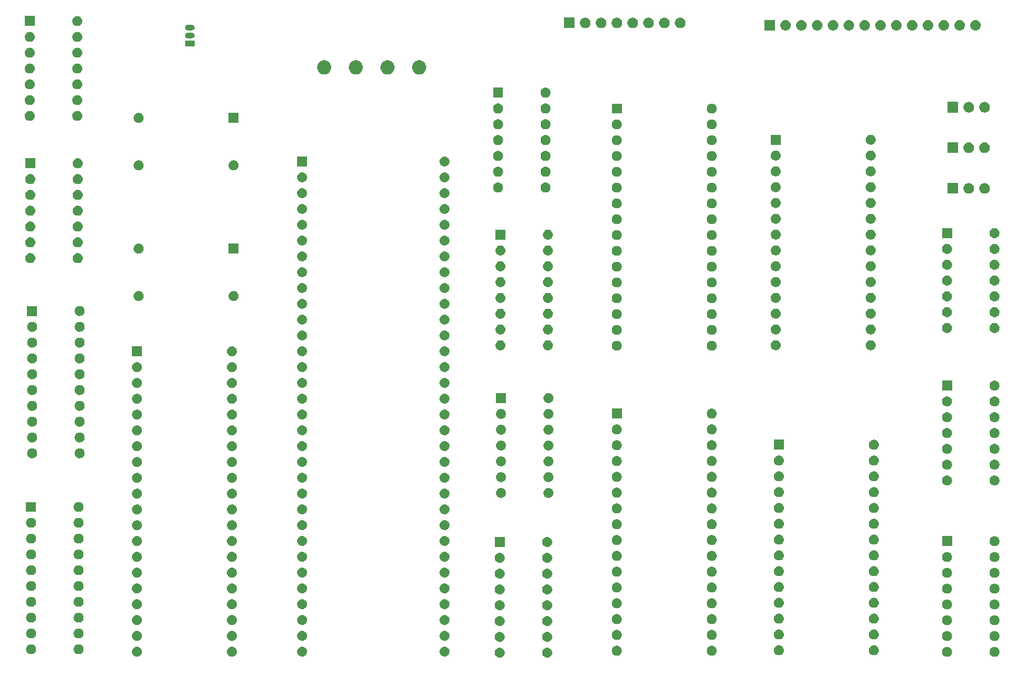
<source format=gbr>
G04 #@! TF.GenerationSoftware,KiCad,Pcbnew,5.0.1-33cea8e~68~ubuntu18.04.1*
G04 #@! TF.CreationDate,2018-11-05T06:29:50-06:00*
G04 #@! TF.ProjectId,raven-prototypes,726176656E2D70726F746F7479706573,rev?*
G04 #@! TF.SameCoordinates,Original*
G04 #@! TF.FileFunction,Soldermask,Bot*
G04 #@! TF.FilePolarity,Negative*
%FSLAX46Y46*%
G04 Gerber Fmt 4.6, Leading zero omitted, Abs format (unit mm)*
G04 Created by KiCad (PCBNEW 5.0.1-33cea8e~68~ubuntu18.04.1) date Mon 05 Nov 2018 06:29:50 AM CST*
%MOMM*%
%LPD*%
G01*
G04 APERTURE LIST*
%ADD10C,0.100000*%
G04 APERTURE END LIST*
D10*
G36*
X151945649Y-138620717D02*
X151984827Y-138624576D01*
X152060228Y-138647449D01*
X152135629Y-138670321D01*
X152274608Y-138744608D01*
X152396422Y-138844578D01*
X152496392Y-138966392D01*
X152570679Y-139105371D01*
X152592354Y-139176826D01*
X152616424Y-139256173D01*
X152631870Y-139413000D01*
X152616641Y-139567628D01*
X152616424Y-139569826D01*
X152570679Y-139720629D01*
X152496392Y-139859608D01*
X152396422Y-139981422D01*
X152274608Y-140081392D01*
X152135629Y-140155679D01*
X152060227Y-140178552D01*
X151984827Y-140201424D01*
X151945649Y-140205283D01*
X151867295Y-140213000D01*
X151788705Y-140213000D01*
X151710351Y-140205283D01*
X151671173Y-140201424D01*
X151595773Y-140178552D01*
X151520371Y-140155679D01*
X151381392Y-140081392D01*
X151259578Y-139981422D01*
X151159608Y-139859608D01*
X151085321Y-139720629D01*
X151039576Y-139569826D01*
X151039360Y-139567628D01*
X151024130Y-139413000D01*
X151039576Y-139256173D01*
X151063646Y-139176826D01*
X151085321Y-139105371D01*
X151159608Y-138966392D01*
X151259578Y-138844578D01*
X151381392Y-138744608D01*
X151520371Y-138670321D01*
X151595773Y-138647448D01*
X151671173Y-138624576D01*
X151710351Y-138620717D01*
X151788705Y-138613000D01*
X151867295Y-138613000D01*
X151945649Y-138620717D01*
X151945649Y-138620717D01*
G37*
G36*
X144325649Y-138620717D02*
X144364827Y-138624576D01*
X144440228Y-138647449D01*
X144515629Y-138670321D01*
X144654608Y-138744608D01*
X144776422Y-138844578D01*
X144876392Y-138966392D01*
X144950679Y-139105371D01*
X144972354Y-139176826D01*
X144996424Y-139256173D01*
X145011870Y-139413000D01*
X144996641Y-139567628D01*
X144996424Y-139569826D01*
X144950679Y-139720629D01*
X144876392Y-139859608D01*
X144776422Y-139981422D01*
X144654608Y-140081392D01*
X144515629Y-140155679D01*
X144440227Y-140178552D01*
X144364827Y-140201424D01*
X144325649Y-140205283D01*
X144247295Y-140213000D01*
X144168705Y-140213000D01*
X144090351Y-140205283D01*
X144051173Y-140201424D01*
X143975773Y-140178552D01*
X143900371Y-140155679D01*
X143761392Y-140081392D01*
X143639578Y-139981422D01*
X143539608Y-139859608D01*
X143465321Y-139720629D01*
X143419576Y-139569826D01*
X143419360Y-139567628D01*
X143404130Y-139413000D01*
X143419576Y-139256173D01*
X143443646Y-139176826D01*
X143465321Y-139105371D01*
X143539608Y-138966392D01*
X143639578Y-138844578D01*
X143761392Y-138744608D01*
X143900371Y-138670321D01*
X143975773Y-138647448D01*
X144051173Y-138624576D01*
X144090351Y-138620717D01*
X144168705Y-138613000D01*
X144247295Y-138613000D01*
X144325649Y-138620717D01*
X144325649Y-138620717D01*
G37*
G36*
X223737649Y-138487717D02*
X223776827Y-138491576D01*
X223852227Y-138514448D01*
X223927629Y-138537321D01*
X224066608Y-138611608D01*
X224188422Y-138711578D01*
X224288392Y-138833392D01*
X224362679Y-138972371D01*
X224362679Y-138972372D01*
X224408424Y-139123173D01*
X224423870Y-139280000D01*
X224408424Y-139436827D01*
X224399390Y-139466608D01*
X224362679Y-139587629D01*
X224288392Y-139726608D01*
X224188422Y-139848422D01*
X224066608Y-139948392D01*
X223927629Y-140022679D01*
X223852228Y-140045551D01*
X223776827Y-140068424D01*
X223737649Y-140072283D01*
X223659295Y-140080000D01*
X223580705Y-140080000D01*
X223502351Y-140072283D01*
X223463173Y-140068424D01*
X223387772Y-140045551D01*
X223312371Y-140022679D01*
X223173392Y-139948392D01*
X223051578Y-139848422D01*
X222951608Y-139726608D01*
X222877321Y-139587629D01*
X222840610Y-139466608D01*
X222831576Y-139436827D01*
X222816130Y-139280000D01*
X222831576Y-139123173D01*
X222877321Y-138972372D01*
X222877321Y-138972371D01*
X222951608Y-138833392D01*
X223051578Y-138711578D01*
X223173392Y-138611608D01*
X223312371Y-138537321D01*
X223387772Y-138514449D01*
X223463173Y-138491576D01*
X223502351Y-138487717D01*
X223580705Y-138480000D01*
X223659295Y-138480000D01*
X223737649Y-138487717D01*
X223737649Y-138487717D01*
G37*
G36*
X216117649Y-138487717D02*
X216156827Y-138491576D01*
X216232227Y-138514448D01*
X216307629Y-138537321D01*
X216446608Y-138611608D01*
X216568422Y-138711578D01*
X216668392Y-138833392D01*
X216742679Y-138972371D01*
X216742679Y-138972372D01*
X216788424Y-139123173D01*
X216803870Y-139280000D01*
X216788424Y-139436827D01*
X216779390Y-139466608D01*
X216742679Y-139587629D01*
X216668392Y-139726608D01*
X216568422Y-139848422D01*
X216446608Y-139948392D01*
X216307629Y-140022679D01*
X216232228Y-140045551D01*
X216156827Y-140068424D01*
X216117649Y-140072283D01*
X216039295Y-140080000D01*
X215960705Y-140080000D01*
X215882351Y-140072283D01*
X215843173Y-140068424D01*
X215767772Y-140045551D01*
X215692371Y-140022679D01*
X215553392Y-139948392D01*
X215431578Y-139848422D01*
X215331608Y-139726608D01*
X215257321Y-139587629D01*
X215220610Y-139466608D01*
X215211576Y-139436827D01*
X215196130Y-139280000D01*
X215211576Y-139123173D01*
X215257321Y-138972372D01*
X215257321Y-138972371D01*
X215331608Y-138833392D01*
X215431578Y-138711578D01*
X215553392Y-138611608D01*
X215692371Y-138537321D01*
X215767772Y-138514449D01*
X215843173Y-138491576D01*
X215882351Y-138487717D01*
X215960705Y-138480000D01*
X216039295Y-138480000D01*
X216117649Y-138487717D01*
X216117649Y-138487717D01*
G37*
G36*
X101357649Y-138467717D02*
X101396827Y-138471576D01*
X101424597Y-138480000D01*
X101547629Y-138517321D01*
X101686608Y-138591608D01*
X101808422Y-138691578D01*
X101908392Y-138813392D01*
X101982679Y-138952371D01*
X101982679Y-138952372D01*
X102028424Y-139103173D01*
X102043870Y-139260000D01*
X102028424Y-139416827D01*
X102022357Y-139436826D01*
X101982679Y-139567629D01*
X101908392Y-139706608D01*
X101808422Y-139828422D01*
X101686608Y-139928392D01*
X101547629Y-140002679D01*
X101481697Y-140022679D01*
X101396827Y-140048424D01*
X101357649Y-140052283D01*
X101279295Y-140060000D01*
X101200705Y-140060000D01*
X101122351Y-140052283D01*
X101083173Y-140048424D01*
X100998303Y-140022679D01*
X100932371Y-140002679D01*
X100793392Y-139928392D01*
X100671578Y-139828422D01*
X100571608Y-139706608D01*
X100497321Y-139567629D01*
X100457643Y-139436826D01*
X100451576Y-139416827D01*
X100436130Y-139260000D01*
X100451576Y-139103173D01*
X100497321Y-138952372D01*
X100497321Y-138952371D01*
X100571608Y-138813392D01*
X100671578Y-138691578D01*
X100793392Y-138591608D01*
X100932371Y-138517321D01*
X101055403Y-138480000D01*
X101083173Y-138471576D01*
X101122351Y-138467717D01*
X101200705Y-138460000D01*
X101279295Y-138460000D01*
X101357649Y-138467717D01*
X101357649Y-138467717D01*
G37*
G36*
X86117649Y-138467717D02*
X86156827Y-138471576D01*
X86184597Y-138480000D01*
X86307629Y-138517321D01*
X86446608Y-138591608D01*
X86568422Y-138691578D01*
X86668392Y-138813392D01*
X86742679Y-138952371D01*
X86742679Y-138952372D01*
X86788424Y-139103173D01*
X86803870Y-139260000D01*
X86788424Y-139416827D01*
X86782357Y-139436826D01*
X86742679Y-139567629D01*
X86668392Y-139706608D01*
X86568422Y-139828422D01*
X86446608Y-139928392D01*
X86307629Y-140002679D01*
X86241697Y-140022679D01*
X86156827Y-140048424D01*
X86117649Y-140052283D01*
X86039295Y-140060000D01*
X85960705Y-140060000D01*
X85882351Y-140052283D01*
X85843173Y-140048424D01*
X85758303Y-140022679D01*
X85692371Y-140002679D01*
X85553392Y-139928392D01*
X85431578Y-139828422D01*
X85331608Y-139706608D01*
X85257321Y-139567629D01*
X85217643Y-139436826D01*
X85211576Y-139416827D01*
X85196130Y-139260000D01*
X85211576Y-139103173D01*
X85257321Y-138952372D01*
X85257321Y-138952371D01*
X85331608Y-138813392D01*
X85431578Y-138691578D01*
X85553392Y-138591608D01*
X85692371Y-138517321D01*
X85815403Y-138480000D01*
X85843173Y-138471576D01*
X85882351Y-138467717D01*
X85960705Y-138460000D01*
X86039295Y-138460000D01*
X86117649Y-138467717D01*
X86117649Y-138467717D01*
G37*
G36*
X135477649Y-138447717D02*
X135516827Y-138451576D01*
X135544597Y-138460000D01*
X135667629Y-138497321D01*
X135806608Y-138571608D01*
X135928422Y-138671578D01*
X136028392Y-138793392D01*
X136102679Y-138932371D01*
X136114813Y-138972371D01*
X136148424Y-139083173D01*
X136163870Y-139240000D01*
X136148424Y-139396827D01*
X136145147Y-139407629D01*
X136102679Y-139547629D01*
X136028392Y-139686608D01*
X135928422Y-139808422D01*
X135806608Y-139908392D01*
X135667629Y-139982679D01*
X135601697Y-140002679D01*
X135516827Y-140028424D01*
X135477649Y-140032283D01*
X135399295Y-140040000D01*
X135320705Y-140040000D01*
X135242351Y-140032283D01*
X135203173Y-140028424D01*
X135118303Y-140002679D01*
X135052371Y-139982679D01*
X134913392Y-139908392D01*
X134791578Y-139808422D01*
X134691608Y-139686608D01*
X134617321Y-139547629D01*
X134574853Y-139407629D01*
X134571576Y-139396827D01*
X134556130Y-139240000D01*
X134571576Y-139083173D01*
X134605187Y-138972371D01*
X134617321Y-138932371D01*
X134691608Y-138793392D01*
X134791578Y-138671578D01*
X134913392Y-138571608D01*
X135052371Y-138497321D01*
X135175403Y-138460000D01*
X135203173Y-138451576D01*
X135242351Y-138447717D01*
X135320705Y-138440000D01*
X135399295Y-138440000D01*
X135477649Y-138447717D01*
X135477649Y-138447717D01*
G37*
G36*
X112617649Y-138447717D02*
X112656827Y-138451576D01*
X112684597Y-138460000D01*
X112807629Y-138497321D01*
X112946608Y-138571608D01*
X113068422Y-138671578D01*
X113168392Y-138793392D01*
X113242679Y-138932371D01*
X113254813Y-138972371D01*
X113288424Y-139083173D01*
X113303870Y-139240000D01*
X113288424Y-139396827D01*
X113285147Y-139407629D01*
X113242679Y-139547629D01*
X113168392Y-139686608D01*
X113068422Y-139808422D01*
X112946608Y-139908392D01*
X112807629Y-139982679D01*
X112741697Y-140002679D01*
X112656827Y-140028424D01*
X112617649Y-140032283D01*
X112539295Y-140040000D01*
X112460705Y-140040000D01*
X112382351Y-140032283D01*
X112343173Y-140028424D01*
X112258303Y-140002679D01*
X112192371Y-139982679D01*
X112053392Y-139908392D01*
X111931578Y-139808422D01*
X111831608Y-139686608D01*
X111757321Y-139547629D01*
X111714853Y-139407629D01*
X111711576Y-139396827D01*
X111696130Y-139240000D01*
X111711576Y-139083173D01*
X111745187Y-138972371D01*
X111757321Y-138932371D01*
X111831608Y-138793392D01*
X111931578Y-138671578D01*
X112053392Y-138571608D01*
X112192371Y-138497321D01*
X112315403Y-138460000D01*
X112343173Y-138451576D01*
X112382351Y-138447717D01*
X112460705Y-138440000D01*
X112539295Y-138440000D01*
X112617649Y-138447717D01*
X112617649Y-138447717D01*
G37*
G36*
X178357649Y-138307717D02*
X178396827Y-138311576D01*
X178472228Y-138334449D01*
X178547629Y-138357321D01*
X178686608Y-138431608D01*
X178808422Y-138531578D01*
X178908392Y-138653392D01*
X178982679Y-138792371D01*
X178989056Y-138813394D01*
X179028424Y-138943173D01*
X179043870Y-139100000D01*
X179028424Y-139256827D01*
X179013324Y-139306606D01*
X178982679Y-139407629D01*
X178908392Y-139546608D01*
X178808422Y-139668422D01*
X178686608Y-139768392D01*
X178547629Y-139842679D01*
X178491827Y-139859606D01*
X178396827Y-139888424D01*
X178357649Y-139892283D01*
X178279295Y-139900000D01*
X178200705Y-139900000D01*
X178122351Y-139892283D01*
X178083173Y-139888424D01*
X177988173Y-139859606D01*
X177932371Y-139842679D01*
X177793392Y-139768392D01*
X177671578Y-139668422D01*
X177571608Y-139546608D01*
X177497321Y-139407629D01*
X177466676Y-139306606D01*
X177451576Y-139256827D01*
X177436130Y-139100000D01*
X177451576Y-138943173D01*
X177490944Y-138813394D01*
X177497321Y-138792371D01*
X177571608Y-138653392D01*
X177671578Y-138531578D01*
X177793392Y-138431608D01*
X177932371Y-138357321D01*
X178007773Y-138334448D01*
X178083173Y-138311576D01*
X178122351Y-138307717D01*
X178200705Y-138300000D01*
X178279295Y-138300000D01*
X178357649Y-138307717D01*
X178357649Y-138307717D01*
G37*
G36*
X163117649Y-138307717D02*
X163156827Y-138311576D01*
X163232228Y-138334449D01*
X163307629Y-138357321D01*
X163446608Y-138431608D01*
X163568422Y-138531578D01*
X163668392Y-138653392D01*
X163742679Y-138792371D01*
X163749056Y-138813394D01*
X163788424Y-138943173D01*
X163803870Y-139100000D01*
X163788424Y-139256827D01*
X163773324Y-139306606D01*
X163742679Y-139407629D01*
X163668392Y-139546608D01*
X163568422Y-139668422D01*
X163446608Y-139768392D01*
X163307629Y-139842679D01*
X163251827Y-139859606D01*
X163156827Y-139888424D01*
X163117649Y-139892283D01*
X163039295Y-139900000D01*
X162960705Y-139900000D01*
X162882351Y-139892283D01*
X162843173Y-139888424D01*
X162748173Y-139859606D01*
X162692371Y-139842679D01*
X162553392Y-139768392D01*
X162431578Y-139668422D01*
X162331608Y-139546608D01*
X162257321Y-139407629D01*
X162226676Y-139306606D01*
X162211576Y-139256827D01*
X162196130Y-139100000D01*
X162211576Y-138943173D01*
X162250944Y-138813394D01*
X162257321Y-138792371D01*
X162331608Y-138653392D01*
X162431578Y-138531578D01*
X162553392Y-138431608D01*
X162692371Y-138357321D01*
X162767773Y-138334448D01*
X162843173Y-138311576D01*
X162882351Y-138307717D01*
X162960705Y-138300000D01*
X163039295Y-138300000D01*
X163117649Y-138307717D01*
X163117649Y-138307717D01*
G37*
G36*
X189117649Y-138227717D02*
X189156827Y-138231576D01*
X189232228Y-138254449D01*
X189307629Y-138277321D01*
X189446608Y-138351608D01*
X189568422Y-138451578D01*
X189668392Y-138573392D01*
X189742679Y-138712371D01*
X189752458Y-138744608D01*
X189779391Y-138833394D01*
X189788424Y-138863174D01*
X189803870Y-139020000D01*
X189788424Y-139176826D01*
X189742679Y-139327629D01*
X189668392Y-139466608D01*
X189568422Y-139588422D01*
X189446608Y-139688392D01*
X189307629Y-139762679D01*
X189232228Y-139785551D01*
X189156827Y-139808424D01*
X189117649Y-139812283D01*
X189039295Y-139820000D01*
X188960705Y-139820000D01*
X188882351Y-139812283D01*
X188843173Y-139808424D01*
X188767773Y-139785552D01*
X188692371Y-139762679D01*
X188553392Y-139688392D01*
X188431578Y-139588422D01*
X188331608Y-139466608D01*
X188257321Y-139327629D01*
X188211576Y-139176826D01*
X188196130Y-139020000D01*
X188211576Y-138863174D01*
X188220610Y-138833394D01*
X188247542Y-138744608D01*
X188257321Y-138712371D01*
X188331608Y-138573392D01*
X188431578Y-138451578D01*
X188553392Y-138351608D01*
X188692371Y-138277321D01*
X188767772Y-138254449D01*
X188843173Y-138231576D01*
X188882351Y-138227717D01*
X188960705Y-138220000D01*
X189039295Y-138220000D01*
X189117649Y-138227717D01*
X189117649Y-138227717D01*
G37*
G36*
X204357649Y-138227717D02*
X204396827Y-138231576D01*
X204472228Y-138254449D01*
X204547629Y-138277321D01*
X204686608Y-138351608D01*
X204808422Y-138451578D01*
X204908392Y-138573392D01*
X204982679Y-138712371D01*
X204992458Y-138744608D01*
X205019391Y-138833394D01*
X205028424Y-138863174D01*
X205043870Y-139020000D01*
X205028424Y-139176826D01*
X204982679Y-139327629D01*
X204908392Y-139466608D01*
X204808422Y-139588422D01*
X204686608Y-139688392D01*
X204547629Y-139762679D01*
X204472228Y-139785551D01*
X204396827Y-139808424D01*
X204357649Y-139812283D01*
X204279295Y-139820000D01*
X204200705Y-139820000D01*
X204122351Y-139812283D01*
X204083173Y-139808424D01*
X204007773Y-139785552D01*
X203932371Y-139762679D01*
X203793392Y-139688392D01*
X203671578Y-139588422D01*
X203571608Y-139466608D01*
X203497321Y-139327629D01*
X203451576Y-139176826D01*
X203436130Y-139020000D01*
X203451576Y-138863174D01*
X203460610Y-138833394D01*
X203487542Y-138744608D01*
X203497321Y-138712371D01*
X203571608Y-138573392D01*
X203671578Y-138451578D01*
X203793392Y-138351608D01*
X203932371Y-138277321D01*
X204007772Y-138254449D01*
X204083173Y-138231576D01*
X204122351Y-138227717D01*
X204200705Y-138220000D01*
X204279295Y-138220000D01*
X204357649Y-138227717D01*
X204357649Y-138227717D01*
G37*
G36*
X69117649Y-138067717D02*
X69156827Y-138071576D01*
X69232227Y-138094448D01*
X69307629Y-138117321D01*
X69446608Y-138191608D01*
X69568422Y-138291578D01*
X69668392Y-138413392D01*
X69742679Y-138552371D01*
X69749056Y-138573394D01*
X69788424Y-138703173D01*
X69803870Y-138860000D01*
X69792803Y-138972371D01*
X69788424Y-139016826D01*
X69742679Y-139167629D01*
X69668392Y-139306608D01*
X69568422Y-139428422D01*
X69446608Y-139528392D01*
X69307629Y-139602679D01*
X69232228Y-139625551D01*
X69156827Y-139648424D01*
X69117649Y-139652283D01*
X69039295Y-139660000D01*
X68960705Y-139660000D01*
X68882351Y-139652283D01*
X68843173Y-139648424D01*
X68767772Y-139625551D01*
X68692371Y-139602679D01*
X68553392Y-139528392D01*
X68431578Y-139428422D01*
X68331608Y-139306608D01*
X68257321Y-139167629D01*
X68211576Y-139016826D01*
X68207198Y-138972371D01*
X68196130Y-138860000D01*
X68211576Y-138703173D01*
X68250944Y-138573394D01*
X68257321Y-138552371D01*
X68331608Y-138413392D01*
X68431578Y-138291578D01*
X68553392Y-138191608D01*
X68692371Y-138117321D01*
X68767773Y-138094448D01*
X68843173Y-138071576D01*
X68882351Y-138067717D01*
X68960705Y-138060000D01*
X69039295Y-138060000D01*
X69117649Y-138067717D01*
X69117649Y-138067717D01*
G37*
G36*
X76737649Y-138067717D02*
X76776827Y-138071576D01*
X76852227Y-138094448D01*
X76927629Y-138117321D01*
X77066608Y-138191608D01*
X77188422Y-138291578D01*
X77288392Y-138413392D01*
X77362679Y-138552371D01*
X77369056Y-138573394D01*
X77408424Y-138703173D01*
X77423870Y-138860000D01*
X77412803Y-138972371D01*
X77408424Y-139016826D01*
X77362679Y-139167629D01*
X77288392Y-139306608D01*
X77188422Y-139428422D01*
X77066608Y-139528392D01*
X76927629Y-139602679D01*
X76852228Y-139625551D01*
X76776827Y-139648424D01*
X76737649Y-139652283D01*
X76659295Y-139660000D01*
X76580705Y-139660000D01*
X76502351Y-139652283D01*
X76463173Y-139648424D01*
X76387772Y-139625551D01*
X76312371Y-139602679D01*
X76173392Y-139528392D01*
X76051578Y-139428422D01*
X75951608Y-139306608D01*
X75877321Y-139167629D01*
X75831576Y-139016826D01*
X75827198Y-138972371D01*
X75816130Y-138860000D01*
X75831576Y-138703173D01*
X75870944Y-138573394D01*
X75877321Y-138552371D01*
X75951608Y-138413392D01*
X76051578Y-138291578D01*
X76173392Y-138191608D01*
X76312371Y-138117321D01*
X76387773Y-138094448D01*
X76463173Y-138071576D01*
X76502351Y-138067717D01*
X76580705Y-138060000D01*
X76659295Y-138060000D01*
X76737649Y-138067717D01*
X76737649Y-138067717D01*
G37*
G36*
X151945649Y-136080717D02*
X151984827Y-136084576D01*
X152060227Y-136107448D01*
X152135629Y-136130321D01*
X152274608Y-136204608D01*
X152396422Y-136304578D01*
X152496392Y-136426392D01*
X152570679Y-136565371D01*
X152592354Y-136636826D01*
X152616424Y-136716173D01*
X152631870Y-136873000D01*
X152616641Y-137027628D01*
X152616424Y-137029826D01*
X152570679Y-137180629D01*
X152496392Y-137319608D01*
X152396422Y-137441422D01*
X152274608Y-137541392D01*
X152135629Y-137615679D01*
X152060228Y-137638551D01*
X151984827Y-137661424D01*
X151945649Y-137665283D01*
X151867295Y-137673000D01*
X151788705Y-137673000D01*
X151710351Y-137665283D01*
X151671173Y-137661424D01*
X151595773Y-137638552D01*
X151520371Y-137615679D01*
X151381392Y-137541392D01*
X151259578Y-137441422D01*
X151159608Y-137319608D01*
X151085321Y-137180629D01*
X151039576Y-137029826D01*
X151039360Y-137027628D01*
X151024130Y-136873000D01*
X151039576Y-136716173D01*
X151063646Y-136636826D01*
X151085321Y-136565371D01*
X151159608Y-136426392D01*
X151259578Y-136304578D01*
X151381392Y-136204608D01*
X151520371Y-136130321D01*
X151595773Y-136107448D01*
X151671173Y-136084576D01*
X151710351Y-136080717D01*
X151788705Y-136073000D01*
X151867295Y-136073000D01*
X151945649Y-136080717D01*
X151945649Y-136080717D01*
G37*
G36*
X144325649Y-136080717D02*
X144364827Y-136084576D01*
X144440227Y-136107448D01*
X144515629Y-136130321D01*
X144654608Y-136204608D01*
X144776422Y-136304578D01*
X144876392Y-136426392D01*
X144950679Y-136565371D01*
X144972354Y-136636826D01*
X144996424Y-136716173D01*
X145011870Y-136873000D01*
X144996641Y-137027628D01*
X144996424Y-137029826D01*
X144950679Y-137180629D01*
X144876392Y-137319608D01*
X144776422Y-137441422D01*
X144654608Y-137541392D01*
X144515629Y-137615679D01*
X144440228Y-137638551D01*
X144364827Y-137661424D01*
X144325649Y-137665283D01*
X144247295Y-137673000D01*
X144168705Y-137673000D01*
X144090351Y-137665283D01*
X144051173Y-137661424D01*
X143975773Y-137638552D01*
X143900371Y-137615679D01*
X143761392Y-137541392D01*
X143639578Y-137441422D01*
X143539608Y-137319608D01*
X143465321Y-137180629D01*
X143419576Y-137029826D01*
X143419360Y-137027628D01*
X143404130Y-136873000D01*
X143419576Y-136716173D01*
X143443646Y-136636826D01*
X143465321Y-136565371D01*
X143539608Y-136426392D01*
X143639578Y-136304578D01*
X143761392Y-136204608D01*
X143900371Y-136130321D01*
X143975773Y-136107448D01*
X144051173Y-136084576D01*
X144090351Y-136080717D01*
X144168705Y-136073000D01*
X144247295Y-136073000D01*
X144325649Y-136080717D01*
X144325649Y-136080717D01*
G37*
G36*
X223737649Y-135947717D02*
X223776827Y-135951576D01*
X223852228Y-135974449D01*
X223927629Y-135997321D01*
X224066608Y-136071608D01*
X224188422Y-136171578D01*
X224288392Y-136293392D01*
X224362679Y-136432371D01*
X224362679Y-136432372D01*
X224408424Y-136583173D01*
X224423870Y-136740000D01*
X224408424Y-136896827D01*
X224399390Y-136926608D01*
X224362679Y-137047629D01*
X224288392Y-137186608D01*
X224188422Y-137308422D01*
X224066608Y-137408392D01*
X223927629Y-137482679D01*
X223852228Y-137505551D01*
X223776827Y-137528424D01*
X223737649Y-137532283D01*
X223659295Y-137540000D01*
X223580705Y-137540000D01*
X223502351Y-137532283D01*
X223463173Y-137528424D01*
X223387772Y-137505551D01*
X223312371Y-137482679D01*
X223173392Y-137408392D01*
X223051578Y-137308422D01*
X222951608Y-137186608D01*
X222877321Y-137047629D01*
X222840610Y-136926608D01*
X222831576Y-136896827D01*
X222816130Y-136740000D01*
X222831576Y-136583173D01*
X222877321Y-136432372D01*
X222877321Y-136432371D01*
X222951608Y-136293392D01*
X223051578Y-136171578D01*
X223173392Y-136071608D01*
X223312371Y-135997321D01*
X223387772Y-135974449D01*
X223463173Y-135951576D01*
X223502351Y-135947717D01*
X223580705Y-135940000D01*
X223659295Y-135940000D01*
X223737649Y-135947717D01*
X223737649Y-135947717D01*
G37*
G36*
X216117649Y-135947717D02*
X216156827Y-135951576D01*
X216232228Y-135974449D01*
X216307629Y-135997321D01*
X216446608Y-136071608D01*
X216568422Y-136171578D01*
X216668392Y-136293392D01*
X216742679Y-136432371D01*
X216742679Y-136432372D01*
X216788424Y-136583173D01*
X216803870Y-136740000D01*
X216788424Y-136896827D01*
X216779390Y-136926608D01*
X216742679Y-137047629D01*
X216668392Y-137186608D01*
X216568422Y-137308422D01*
X216446608Y-137408392D01*
X216307629Y-137482679D01*
X216232228Y-137505551D01*
X216156827Y-137528424D01*
X216117649Y-137532283D01*
X216039295Y-137540000D01*
X215960705Y-137540000D01*
X215882351Y-137532283D01*
X215843173Y-137528424D01*
X215767772Y-137505551D01*
X215692371Y-137482679D01*
X215553392Y-137408392D01*
X215431578Y-137308422D01*
X215331608Y-137186608D01*
X215257321Y-137047629D01*
X215220610Y-136926608D01*
X215211576Y-136896827D01*
X215196130Y-136740000D01*
X215211576Y-136583173D01*
X215257321Y-136432372D01*
X215257321Y-136432371D01*
X215331608Y-136293392D01*
X215431578Y-136171578D01*
X215553392Y-136071608D01*
X215692371Y-135997321D01*
X215767772Y-135974449D01*
X215843173Y-135951576D01*
X215882351Y-135947717D01*
X215960705Y-135940000D01*
X216039295Y-135940000D01*
X216117649Y-135947717D01*
X216117649Y-135947717D01*
G37*
G36*
X86117649Y-135927717D02*
X86156827Y-135931576D01*
X86184597Y-135940000D01*
X86307629Y-135977321D01*
X86446608Y-136051608D01*
X86568422Y-136151578D01*
X86668392Y-136273392D01*
X86742679Y-136412371D01*
X86742679Y-136412372D01*
X86788424Y-136563173D01*
X86803870Y-136720000D01*
X86788424Y-136876827D01*
X86782357Y-136896826D01*
X86742679Y-137027629D01*
X86668392Y-137166608D01*
X86568422Y-137288422D01*
X86446608Y-137388392D01*
X86307629Y-137462679D01*
X86241697Y-137482679D01*
X86156827Y-137508424D01*
X86117649Y-137512283D01*
X86039295Y-137520000D01*
X85960705Y-137520000D01*
X85882351Y-137512283D01*
X85843173Y-137508424D01*
X85758303Y-137482679D01*
X85692371Y-137462679D01*
X85553392Y-137388392D01*
X85431578Y-137288422D01*
X85331608Y-137166608D01*
X85257321Y-137027629D01*
X85217643Y-136896826D01*
X85211576Y-136876827D01*
X85196130Y-136720000D01*
X85211576Y-136563173D01*
X85257321Y-136412372D01*
X85257321Y-136412371D01*
X85331608Y-136273392D01*
X85431578Y-136151578D01*
X85553392Y-136051608D01*
X85692371Y-135977321D01*
X85815403Y-135940000D01*
X85843173Y-135931576D01*
X85882351Y-135927717D01*
X85960705Y-135920000D01*
X86039295Y-135920000D01*
X86117649Y-135927717D01*
X86117649Y-135927717D01*
G37*
G36*
X101357649Y-135927717D02*
X101396827Y-135931576D01*
X101424597Y-135940000D01*
X101547629Y-135977321D01*
X101686608Y-136051608D01*
X101808422Y-136151578D01*
X101908392Y-136273392D01*
X101982679Y-136412371D01*
X101982679Y-136412372D01*
X102028424Y-136563173D01*
X102043870Y-136720000D01*
X102028424Y-136876827D01*
X102022357Y-136896826D01*
X101982679Y-137027629D01*
X101908392Y-137166608D01*
X101808422Y-137288422D01*
X101686608Y-137388392D01*
X101547629Y-137462679D01*
X101481697Y-137482679D01*
X101396827Y-137508424D01*
X101357649Y-137512283D01*
X101279295Y-137520000D01*
X101200705Y-137520000D01*
X101122351Y-137512283D01*
X101083173Y-137508424D01*
X100998303Y-137482679D01*
X100932371Y-137462679D01*
X100793392Y-137388392D01*
X100671578Y-137288422D01*
X100571608Y-137166608D01*
X100497321Y-137027629D01*
X100457643Y-136896826D01*
X100451576Y-136876827D01*
X100436130Y-136720000D01*
X100451576Y-136563173D01*
X100497321Y-136412372D01*
X100497321Y-136412371D01*
X100571608Y-136273392D01*
X100671578Y-136151578D01*
X100793392Y-136051608D01*
X100932371Y-135977321D01*
X101055403Y-135940000D01*
X101083173Y-135931576D01*
X101122351Y-135927717D01*
X101200705Y-135920000D01*
X101279295Y-135920000D01*
X101357649Y-135927717D01*
X101357649Y-135927717D01*
G37*
G36*
X112617649Y-135907717D02*
X112656827Y-135911576D01*
X112684597Y-135920000D01*
X112807629Y-135957321D01*
X112946608Y-136031608D01*
X113068422Y-136131578D01*
X113168392Y-136253392D01*
X113242679Y-136392371D01*
X113254813Y-136432371D01*
X113288424Y-136543173D01*
X113303870Y-136700000D01*
X113288424Y-136856827D01*
X113285147Y-136867629D01*
X113242679Y-137007629D01*
X113168392Y-137146608D01*
X113068422Y-137268422D01*
X112946608Y-137368392D01*
X112807629Y-137442679D01*
X112741697Y-137462679D01*
X112656827Y-137488424D01*
X112617649Y-137492283D01*
X112539295Y-137500000D01*
X112460705Y-137500000D01*
X112382351Y-137492283D01*
X112343173Y-137488424D01*
X112258303Y-137462679D01*
X112192371Y-137442679D01*
X112053392Y-137368392D01*
X111931578Y-137268422D01*
X111831608Y-137146608D01*
X111757321Y-137007629D01*
X111714853Y-136867629D01*
X111711576Y-136856827D01*
X111696130Y-136700000D01*
X111711576Y-136543173D01*
X111745187Y-136432371D01*
X111757321Y-136392371D01*
X111831608Y-136253392D01*
X111931578Y-136131578D01*
X112053392Y-136031608D01*
X112192371Y-135957321D01*
X112315403Y-135920000D01*
X112343173Y-135911576D01*
X112382351Y-135907717D01*
X112460705Y-135900000D01*
X112539295Y-135900000D01*
X112617649Y-135907717D01*
X112617649Y-135907717D01*
G37*
G36*
X135477649Y-135907717D02*
X135516827Y-135911576D01*
X135544597Y-135920000D01*
X135667629Y-135957321D01*
X135806608Y-136031608D01*
X135928422Y-136131578D01*
X136028392Y-136253392D01*
X136102679Y-136392371D01*
X136114813Y-136432371D01*
X136148424Y-136543173D01*
X136163870Y-136700000D01*
X136148424Y-136856827D01*
X136145147Y-136867629D01*
X136102679Y-137007629D01*
X136028392Y-137146608D01*
X135928422Y-137268422D01*
X135806608Y-137368392D01*
X135667629Y-137442679D01*
X135601697Y-137462679D01*
X135516827Y-137488424D01*
X135477649Y-137492283D01*
X135399295Y-137500000D01*
X135320705Y-137500000D01*
X135242351Y-137492283D01*
X135203173Y-137488424D01*
X135118303Y-137462679D01*
X135052371Y-137442679D01*
X134913392Y-137368392D01*
X134791578Y-137268422D01*
X134691608Y-137146608D01*
X134617321Y-137007629D01*
X134574853Y-136867629D01*
X134571576Y-136856827D01*
X134556130Y-136700000D01*
X134571576Y-136543173D01*
X134605187Y-136432371D01*
X134617321Y-136392371D01*
X134691608Y-136253392D01*
X134791578Y-136131578D01*
X134913392Y-136031608D01*
X135052371Y-135957321D01*
X135175403Y-135920000D01*
X135203173Y-135911576D01*
X135242351Y-135907717D01*
X135320705Y-135900000D01*
X135399295Y-135900000D01*
X135477649Y-135907717D01*
X135477649Y-135907717D01*
G37*
G36*
X178357649Y-135767717D02*
X178396827Y-135771576D01*
X178472228Y-135794449D01*
X178547629Y-135817321D01*
X178686608Y-135891608D01*
X178808422Y-135991578D01*
X178908392Y-136113392D01*
X178982679Y-136252371D01*
X178989056Y-136273394D01*
X179028424Y-136403173D01*
X179043870Y-136560000D01*
X179028424Y-136716827D01*
X179013324Y-136766606D01*
X178982679Y-136867629D01*
X178908392Y-137006608D01*
X178808422Y-137128422D01*
X178686608Y-137228392D01*
X178547629Y-137302679D01*
X178491827Y-137319606D01*
X178396827Y-137348424D01*
X178357649Y-137352283D01*
X178279295Y-137360000D01*
X178200705Y-137360000D01*
X178122351Y-137352283D01*
X178083173Y-137348424D01*
X177988173Y-137319606D01*
X177932371Y-137302679D01*
X177793392Y-137228392D01*
X177671578Y-137128422D01*
X177571608Y-137006608D01*
X177497321Y-136867629D01*
X177466676Y-136766606D01*
X177451576Y-136716827D01*
X177436130Y-136560000D01*
X177451576Y-136403173D01*
X177490944Y-136273394D01*
X177497321Y-136252371D01*
X177571608Y-136113392D01*
X177671578Y-135991578D01*
X177793392Y-135891608D01*
X177932371Y-135817321D01*
X178007772Y-135794449D01*
X178083173Y-135771576D01*
X178122351Y-135767717D01*
X178200705Y-135760000D01*
X178279295Y-135760000D01*
X178357649Y-135767717D01*
X178357649Y-135767717D01*
G37*
G36*
X163117649Y-135767717D02*
X163156827Y-135771576D01*
X163232228Y-135794449D01*
X163307629Y-135817321D01*
X163446608Y-135891608D01*
X163568422Y-135991578D01*
X163668392Y-136113392D01*
X163742679Y-136252371D01*
X163749056Y-136273394D01*
X163788424Y-136403173D01*
X163803870Y-136560000D01*
X163788424Y-136716827D01*
X163773324Y-136766606D01*
X163742679Y-136867629D01*
X163668392Y-137006608D01*
X163568422Y-137128422D01*
X163446608Y-137228392D01*
X163307629Y-137302679D01*
X163251827Y-137319606D01*
X163156827Y-137348424D01*
X163117649Y-137352283D01*
X163039295Y-137360000D01*
X162960705Y-137360000D01*
X162882351Y-137352283D01*
X162843173Y-137348424D01*
X162748173Y-137319606D01*
X162692371Y-137302679D01*
X162553392Y-137228392D01*
X162431578Y-137128422D01*
X162331608Y-137006608D01*
X162257321Y-136867629D01*
X162226676Y-136766606D01*
X162211576Y-136716827D01*
X162196130Y-136560000D01*
X162211576Y-136403173D01*
X162250944Y-136273394D01*
X162257321Y-136252371D01*
X162331608Y-136113392D01*
X162431578Y-135991578D01*
X162553392Y-135891608D01*
X162692371Y-135817321D01*
X162767772Y-135794449D01*
X162843173Y-135771576D01*
X162882351Y-135767717D01*
X162960705Y-135760000D01*
X163039295Y-135760000D01*
X163117649Y-135767717D01*
X163117649Y-135767717D01*
G37*
G36*
X189117649Y-135687717D02*
X189156827Y-135691576D01*
X189232228Y-135714449D01*
X189307629Y-135737321D01*
X189446608Y-135811608D01*
X189568422Y-135911578D01*
X189668392Y-136033392D01*
X189742679Y-136172371D01*
X189752458Y-136204608D01*
X189779391Y-136293394D01*
X189788424Y-136323174D01*
X189803870Y-136480000D01*
X189788424Y-136636826D01*
X189742679Y-136787629D01*
X189668392Y-136926608D01*
X189568422Y-137048422D01*
X189446608Y-137148392D01*
X189307629Y-137222679D01*
X189232228Y-137245551D01*
X189156827Y-137268424D01*
X189117649Y-137272283D01*
X189039295Y-137280000D01*
X188960705Y-137280000D01*
X188882351Y-137272283D01*
X188843173Y-137268424D01*
X188767773Y-137245552D01*
X188692371Y-137222679D01*
X188553392Y-137148392D01*
X188431578Y-137048422D01*
X188331608Y-136926608D01*
X188257321Y-136787629D01*
X188211576Y-136636826D01*
X188196130Y-136480000D01*
X188211576Y-136323174D01*
X188220610Y-136293394D01*
X188247542Y-136204608D01*
X188257321Y-136172371D01*
X188331608Y-136033392D01*
X188431578Y-135911578D01*
X188553392Y-135811608D01*
X188692371Y-135737321D01*
X188767772Y-135714449D01*
X188843173Y-135691576D01*
X188882351Y-135687717D01*
X188960705Y-135680000D01*
X189039295Y-135680000D01*
X189117649Y-135687717D01*
X189117649Y-135687717D01*
G37*
G36*
X204357649Y-135687717D02*
X204396827Y-135691576D01*
X204472228Y-135714449D01*
X204547629Y-135737321D01*
X204686608Y-135811608D01*
X204808422Y-135911578D01*
X204908392Y-136033392D01*
X204982679Y-136172371D01*
X204992458Y-136204608D01*
X205019391Y-136293394D01*
X205028424Y-136323174D01*
X205043870Y-136480000D01*
X205028424Y-136636826D01*
X204982679Y-136787629D01*
X204908392Y-136926608D01*
X204808422Y-137048422D01*
X204686608Y-137148392D01*
X204547629Y-137222679D01*
X204472228Y-137245551D01*
X204396827Y-137268424D01*
X204357649Y-137272283D01*
X204279295Y-137280000D01*
X204200705Y-137280000D01*
X204122351Y-137272283D01*
X204083173Y-137268424D01*
X204007773Y-137245552D01*
X203932371Y-137222679D01*
X203793392Y-137148392D01*
X203671578Y-137048422D01*
X203571608Y-136926608D01*
X203497321Y-136787629D01*
X203451576Y-136636826D01*
X203436130Y-136480000D01*
X203451576Y-136323174D01*
X203460610Y-136293394D01*
X203487542Y-136204608D01*
X203497321Y-136172371D01*
X203571608Y-136033392D01*
X203671578Y-135911578D01*
X203793392Y-135811608D01*
X203932371Y-135737321D01*
X204007772Y-135714449D01*
X204083173Y-135691576D01*
X204122351Y-135687717D01*
X204200705Y-135680000D01*
X204279295Y-135680000D01*
X204357649Y-135687717D01*
X204357649Y-135687717D01*
G37*
G36*
X69117649Y-135527717D02*
X69156827Y-135531576D01*
X69232227Y-135554448D01*
X69307629Y-135577321D01*
X69446608Y-135651608D01*
X69568422Y-135751578D01*
X69668392Y-135873392D01*
X69742679Y-136012371D01*
X69749056Y-136033394D01*
X69788424Y-136163173D01*
X69803870Y-136320000D01*
X69792803Y-136432371D01*
X69788424Y-136476826D01*
X69742679Y-136627629D01*
X69668392Y-136766608D01*
X69568422Y-136888422D01*
X69446608Y-136988392D01*
X69307629Y-137062679D01*
X69232227Y-137085552D01*
X69156827Y-137108424D01*
X69117649Y-137112283D01*
X69039295Y-137120000D01*
X68960705Y-137120000D01*
X68882351Y-137112283D01*
X68843173Y-137108424D01*
X68767773Y-137085552D01*
X68692371Y-137062679D01*
X68553392Y-136988392D01*
X68431578Y-136888422D01*
X68331608Y-136766608D01*
X68257321Y-136627629D01*
X68211576Y-136476826D01*
X68207198Y-136432371D01*
X68196130Y-136320000D01*
X68211576Y-136163173D01*
X68250944Y-136033394D01*
X68257321Y-136012371D01*
X68331608Y-135873392D01*
X68431578Y-135751578D01*
X68553392Y-135651608D01*
X68692371Y-135577321D01*
X68767773Y-135554448D01*
X68843173Y-135531576D01*
X68882351Y-135527717D01*
X68960705Y-135520000D01*
X69039295Y-135520000D01*
X69117649Y-135527717D01*
X69117649Y-135527717D01*
G37*
G36*
X76737649Y-135527717D02*
X76776827Y-135531576D01*
X76852227Y-135554448D01*
X76927629Y-135577321D01*
X77066608Y-135651608D01*
X77188422Y-135751578D01*
X77288392Y-135873392D01*
X77362679Y-136012371D01*
X77369056Y-136033394D01*
X77408424Y-136163173D01*
X77423870Y-136320000D01*
X77412803Y-136432371D01*
X77408424Y-136476826D01*
X77362679Y-136627629D01*
X77288392Y-136766608D01*
X77188422Y-136888422D01*
X77066608Y-136988392D01*
X76927629Y-137062679D01*
X76852227Y-137085552D01*
X76776827Y-137108424D01*
X76737649Y-137112283D01*
X76659295Y-137120000D01*
X76580705Y-137120000D01*
X76502351Y-137112283D01*
X76463173Y-137108424D01*
X76387773Y-137085552D01*
X76312371Y-137062679D01*
X76173392Y-136988392D01*
X76051578Y-136888422D01*
X75951608Y-136766608D01*
X75877321Y-136627629D01*
X75831576Y-136476826D01*
X75827198Y-136432371D01*
X75816130Y-136320000D01*
X75831576Y-136163173D01*
X75870944Y-136033394D01*
X75877321Y-136012371D01*
X75951608Y-135873392D01*
X76051578Y-135751578D01*
X76173392Y-135651608D01*
X76312371Y-135577321D01*
X76387773Y-135554448D01*
X76463173Y-135531576D01*
X76502351Y-135527717D01*
X76580705Y-135520000D01*
X76659295Y-135520000D01*
X76737649Y-135527717D01*
X76737649Y-135527717D01*
G37*
G36*
X151945649Y-133540717D02*
X151984827Y-133544576D01*
X152060227Y-133567448D01*
X152135629Y-133590321D01*
X152274608Y-133664608D01*
X152396422Y-133764578D01*
X152496392Y-133886392D01*
X152570679Y-134025371D01*
X152592354Y-134096826D01*
X152616424Y-134176173D01*
X152631870Y-134333000D01*
X152616641Y-134487628D01*
X152616424Y-134489826D01*
X152570679Y-134640629D01*
X152496392Y-134779608D01*
X152396422Y-134901422D01*
X152274608Y-135001392D01*
X152135629Y-135075679D01*
X152060227Y-135098552D01*
X151984827Y-135121424D01*
X151945649Y-135125283D01*
X151867295Y-135133000D01*
X151788705Y-135133000D01*
X151710351Y-135125283D01*
X151671173Y-135121424D01*
X151595773Y-135098552D01*
X151520371Y-135075679D01*
X151381392Y-135001392D01*
X151259578Y-134901422D01*
X151159608Y-134779608D01*
X151085321Y-134640629D01*
X151039576Y-134489826D01*
X151039360Y-134487628D01*
X151024130Y-134333000D01*
X151039576Y-134176173D01*
X151063646Y-134096826D01*
X151085321Y-134025371D01*
X151159608Y-133886392D01*
X151259578Y-133764578D01*
X151381392Y-133664608D01*
X151520371Y-133590321D01*
X151595772Y-133567449D01*
X151671173Y-133544576D01*
X151710351Y-133540717D01*
X151788705Y-133533000D01*
X151867295Y-133533000D01*
X151945649Y-133540717D01*
X151945649Y-133540717D01*
G37*
G36*
X144325649Y-133540717D02*
X144364827Y-133544576D01*
X144440227Y-133567448D01*
X144515629Y-133590321D01*
X144654608Y-133664608D01*
X144776422Y-133764578D01*
X144876392Y-133886392D01*
X144950679Y-134025371D01*
X144972354Y-134096826D01*
X144996424Y-134176173D01*
X145011870Y-134333000D01*
X144996641Y-134487628D01*
X144996424Y-134489826D01*
X144950679Y-134640629D01*
X144876392Y-134779608D01*
X144776422Y-134901422D01*
X144654608Y-135001392D01*
X144515629Y-135075679D01*
X144440227Y-135098552D01*
X144364827Y-135121424D01*
X144325649Y-135125283D01*
X144247295Y-135133000D01*
X144168705Y-135133000D01*
X144090351Y-135125283D01*
X144051173Y-135121424D01*
X143975773Y-135098552D01*
X143900371Y-135075679D01*
X143761392Y-135001392D01*
X143639578Y-134901422D01*
X143539608Y-134779608D01*
X143465321Y-134640629D01*
X143419576Y-134489826D01*
X143419360Y-134487628D01*
X143404130Y-134333000D01*
X143419576Y-134176173D01*
X143443646Y-134096826D01*
X143465321Y-134025371D01*
X143539608Y-133886392D01*
X143639578Y-133764578D01*
X143761392Y-133664608D01*
X143900371Y-133590321D01*
X143975772Y-133567449D01*
X144051173Y-133544576D01*
X144090351Y-133540717D01*
X144168705Y-133533000D01*
X144247295Y-133533000D01*
X144325649Y-133540717D01*
X144325649Y-133540717D01*
G37*
G36*
X216117649Y-133407717D02*
X216156827Y-133411576D01*
X216232227Y-133434448D01*
X216307629Y-133457321D01*
X216446608Y-133531608D01*
X216568422Y-133631578D01*
X216668392Y-133753392D01*
X216742679Y-133892371D01*
X216742679Y-133892372D01*
X216788424Y-134043173D01*
X216803870Y-134200000D01*
X216788424Y-134356827D01*
X216779390Y-134386608D01*
X216742679Y-134507629D01*
X216668392Y-134646608D01*
X216568422Y-134768422D01*
X216446608Y-134868392D01*
X216307629Y-134942679D01*
X216232228Y-134965551D01*
X216156827Y-134988424D01*
X216117649Y-134992283D01*
X216039295Y-135000000D01*
X215960705Y-135000000D01*
X215882351Y-134992283D01*
X215843173Y-134988424D01*
X215767772Y-134965551D01*
X215692371Y-134942679D01*
X215553392Y-134868392D01*
X215431578Y-134768422D01*
X215331608Y-134646608D01*
X215257321Y-134507629D01*
X215220610Y-134386608D01*
X215211576Y-134356827D01*
X215196130Y-134200000D01*
X215211576Y-134043173D01*
X215257321Y-133892372D01*
X215257321Y-133892371D01*
X215331608Y-133753392D01*
X215431578Y-133631578D01*
X215553392Y-133531608D01*
X215692371Y-133457321D01*
X215767773Y-133434448D01*
X215843173Y-133411576D01*
X215882351Y-133407717D01*
X215960705Y-133400000D01*
X216039295Y-133400000D01*
X216117649Y-133407717D01*
X216117649Y-133407717D01*
G37*
G36*
X223737649Y-133407717D02*
X223776827Y-133411576D01*
X223852227Y-133434448D01*
X223927629Y-133457321D01*
X224066608Y-133531608D01*
X224188422Y-133631578D01*
X224288392Y-133753392D01*
X224362679Y-133892371D01*
X224362679Y-133892372D01*
X224408424Y-134043173D01*
X224423870Y-134200000D01*
X224408424Y-134356827D01*
X224399390Y-134386608D01*
X224362679Y-134507629D01*
X224288392Y-134646608D01*
X224188422Y-134768422D01*
X224066608Y-134868392D01*
X223927629Y-134942679D01*
X223852228Y-134965551D01*
X223776827Y-134988424D01*
X223737649Y-134992283D01*
X223659295Y-135000000D01*
X223580705Y-135000000D01*
X223502351Y-134992283D01*
X223463173Y-134988424D01*
X223387772Y-134965551D01*
X223312371Y-134942679D01*
X223173392Y-134868392D01*
X223051578Y-134768422D01*
X222951608Y-134646608D01*
X222877321Y-134507629D01*
X222840610Y-134386608D01*
X222831576Y-134356827D01*
X222816130Y-134200000D01*
X222831576Y-134043173D01*
X222877321Y-133892372D01*
X222877321Y-133892371D01*
X222951608Y-133753392D01*
X223051578Y-133631578D01*
X223173392Y-133531608D01*
X223312371Y-133457321D01*
X223387773Y-133434448D01*
X223463173Y-133411576D01*
X223502351Y-133407717D01*
X223580705Y-133400000D01*
X223659295Y-133400000D01*
X223737649Y-133407717D01*
X223737649Y-133407717D01*
G37*
G36*
X86117649Y-133387717D02*
X86156827Y-133391576D01*
X86184597Y-133400000D01*
X86307629Y-133437321D01*
X86446608Y-133511608D01*
X86568422Y-133611578D01*
X86668392Y-133733392D01*
X86742679Y-133872371D01*
X86742679Y-133872372D01*
X86788424Y-134023173D01*
X86803870Y-134180000D01*
X86788424Y-134336827D01*
X86782357Y-134356826D01*
X86742679Y-134487629D01*
X86668392Y-134626608D01*
X86568422Y-134748422D01*
X86446608Y-134848392D01*
X86307629Y-134922679D01*
X86241697Y-134942679D01*
X86156827Y-134968424D01*
X86117649Y-134972283D01*
X86039295Y-134980000D01*
X85960705Y-134980000D01*
X85882351Y-134972283D01*
X85843173Y-134968424D01*
X85758303Y-134942679D01*
X85692371Y-134922679D01*
X85553392Y-134848392D01*
X85431578Y-134748422D01*
X85331608Y-134626608D01*
X85257321Y-134487629D01*
X85217643Y-134356826D01*
X85211576Y-134336827D01*
X85196130Y-134180000D01*
X85211576Y-134023173D01*
X85257321Y-133872372D01*
X85257321Y-133872371D01*
X85331608Y-133733392D01*
X85431578Y-133611578D01*
X85553392Y-133511608D01*
X85692371Y-133437321D01*
X85815403Y-133400000D01*
X85843173Y-133391576D01*
X85882351Y-133387717D01*
X85960705Y-133380000D01*
X86039295Y-133380000D01*
X86117649Y-133387717D01*
X86117649Y-133387717D01*
G37*
G36*
X101357649Y-133387717D02*
X101396827Y-133391576D01*
X101424597Y-133400000D01*
X101547629Y-133437321D01*
X101686608Y-133511608D01*
X101808422Y-133611578D01*
X101908392Y-133733392D01*
X101982679Y-133872371D01*
X101982679Y-133872372D01*
X102028424Y-134023173D01*
X102043870Y-134180000D01*
X102028424Y-134336827D01*
X102022357Y-134356826D01*
X101982679Y-134487629D01*
X101908392Y-134626608D01*
X101808422Y-134748422D01*
X101686608Y-134848392D01*
X101547629Y-134922679D01*
X101481697Y-134942679D01*
X101396827Y-134968424D01*
X101357649Y-134972283D01*
X101279295Y-134980000D01*
X101200705Y-134980000D01*
X101122351Y-134972283D01*
X101083173Y-134968424D01*
X100998303Y-134942679D01*
X100932371Y-134922679D01*
X100793392Y-134848392D01*
X100671578Y-134748422D01*
X100571608Y-134626608D01*
X100497321Y-134487629D01*
X100457643Y-134356826D01*
X100451576Y-134336827D01*
X100436130Y-134180000D01*
X100451576Y-134023173D01*
X100497321Y-133872372D01*
X100497321Y-133872371D01*
X100571608Y-133733392D01*
X100671578Y-133611578D01*
X100793392Y-133511608D01*
X100932371Y-133437321D01*
X101055403Y-133400000D01*
X101083173Y-133391576D01*
X101122351Y-133387717D01*
X101200705Y-133380000D01*
X101279295Y-133380000D01*
X101357649Y-133387717D01*
X101357649Y-133387717D01*
G37*
G36*
X135477649Y-133367717D02*
X135516827Y-133371576D01*
X135544597Y-133380000D01*
X135667629Y-133417321D01*
X135806608Y-133491608D01*
X135928422Y-133591578D01*
X136028392Y-133713392D01*
X136102679Y-133852371D01*
X136114813Y-133892371D01*
X136148424Y-134003173D01*
X136163870Y-134160000D01*
X136148424Y-134316827D01*
X136145147Y-134327629D01*
X136102679Y-134467629D01*
X136028392Y-134606608D01*
X135928422Y-134728422D01*
X135806608Y-134828392D01*
X135667629Y-134902679D01*
X135601697Y-134922679D01*
X135516827Y-134948424D01*
X135477649Y-134952283D01*
X135399295Y-134960000D01*
X135320705Y-134960000D01*
X135242351Y-134952283D01*
X135203173Y-134948424D01*
X135118303Y-134922679D01*
X135052371Y-134902679D01*
X134913392Y-134828392D01*
X134791578Y-134728422D01*
X134691608Y-134606608D01*
X134617321Y-134467629D01*
X134574853Y-134327629D01*
X134571576Y-134316827D01*
X134556130Y-134160000D01*
X134571576Y-134003173D01*
X134605187Y-133892371D01*
X134617321Y-133852371D01*
X134691608Y-133713392D01*
X134791578Y-133591578D01*
X134913392Y-133491608D01*
X135052371Y-133417321D01*
X135175403Y-133380000D01*
X135203173Y-133371576D01*
X135242351Y-133367717D01*
X135320705Y-133360000D01*
X135399295Y-133360000D01*
X135477649Y-133367717D01*
X135477649Y-133367717D01*
G37*
G36*
X112617649Y-133367717D02*
X112656827Y-133371576D01*
X112684597Y-133380000D01*
X112807629Y-133417321D01*
X112946608Y-133491608D01*
X113068422Y-133591578D01*
X113168392Y-133713392D01*
X113242679Y-133852371D01*
X113254813Y-133892371D01*
X113288424Y-134003173D01*
X113303870Y-134160000D01*
X113288424Y-134316827D01*
X113285147Y-134327629D01*
X113242679Y-134467629D01*
X113168392Y-134606608D01*
X113068422Y-134728422D01*
X112946608Y-134828392D01*
X112807629Y-134902679D01*
X112741697Y-134922679D01*
X112656827Y-134948424D01*
X112617649Y-134952283D01*
X112539295Y-134960000D01*
X112460705Y-134960000D01*
X112382351Y-134952283D01*
X112343173Y-134948424D01*
X112258303Y-134922679D01*
X112192371Y-134902679D01*
X112053392Y-134828392D01*
X111931578Y-134728422D01*
X111831608Y-134606608D01*
X111757321Y-134467629D01*
X111714853Y-134327629D01*
X111711576Y-134316827D01*
X111696130Y-134160000D01*
X111711576Y-134003173D01*
X111745187Y-133892371D01*
X111757321Y-133852371D01*
X111831608Y-133713392D01*
X111931578Y-133591578D01*
X112053392Y-133491608D01*
X112192371Y-133417321D01*
X112315403Y-133380000D01*
X112343173Y-133371576D01*
X112382351Y-133367717D01*
X112460705Y-133360000D01*
X112539295Y-133360000D01*
X112617649Y-133367717D01*
X112617649Y-133367717D01*
G37*
G36*
X178357649Y-133227717D02*
X178396827Y-133231576D01*
X178472228Y-133254449D01*
X178547629Y-133277321D01*
X178686608Y-133351608D01*
X178808422Y-133451578D01*
X178908392Y-133573392D01*
X178982679Y-133712371D01*
X178989056Y-133733394D01*
X179028424Y-133863173D01*
X179043870Y-134020000D01*
X179028424Y-134176827D01*
X179013324Y-134226606D01*
X178982679Y-134327629D01*
X178908392Y-134466608D01*
X178808422Y-134588422D01*
X178686608Y-134688392D01*
X178547629Y-134762679D01*
X178491827Y-134779606D01*
X178396827Y-134808424D01*
X178357649Y-134812283D01*
X178279295Y-134820000D01*
X178200705Y-134820000D01*
X178122351Y-134812283D01*
X178083173Y-134808424D01*
X177988173Y-134779606D01*
X177932371Y-134762679D01*
X177793392Y-134688392D01*
X177671578Y-134588422D01*
X177571608Y-134466608D01*
X177497321Y-134327629D01*
X177466676Y-134226606D01*
X177451576Y-134176827D01*
X177436130Y-134020000D01*
X177451576Y-133863173D01*
X177490944Y-133733394D01*
X177497321Y-133712371D01*
X177571608Y-133573392D01*
X177671578Y-133451578D01*
X177793392Y-133351608D01*
X177932371Y-133277321D01*
X178007773Y-133254448D01*
X178083173Y-133231576D01*
X178122351Y-133227717D01*
X178200705Y-133220000D01*
X178279295Y-133220000D01*
X178357649Y-133227717D01*
X178357649Y-133227717D01*
G37*
G36*
X163117649Y-133227717D02*
X163156827Y-133231576D01*
X163232228Y-133254449D01*
X163307629Y-133277321D01*
X163446608Y-133351608D01*
X163568422Y-133451578D01*
X163668392Y-133573392D01*
X163742679Y-133712371D01*
X163749056Y-133733394D01*
X163788424Y-133863173D01*
X163803870Y-134020000D01*
X163788424Y-134176827D01*
X163773324Y-134226606D01*
X163742679Y-134327629D01*
X163668392Y-134466608D01*
X163568422Y-134588422D01*
X163446608Y-134688392D01*
X163307629Y-134762679D01*
X163251827Y-134779606D01*
X163156827Y-134808424D01*
X163117649Y-134812283D01*
X163039295Y-134820000D01*
X162960705Y-134820000D01*
X162882351Y-134812283D01*
X162843173Y-134808424D01*
X162748173Y-134779606D01*
X162692371Y-134762679D01*
X162553392Y-134688392D01*
X162431578Y-134588422D01*
X162331608Y-134466608D01*
X162257321Y-134327629D01*
X162226676Y-134226606D01*
X162211576Y-134176827D01*
X162196130Y-134020000D01*
X162211576Y-133863173D01*
X162250944Y-133733394D01*
X162257321Y-133712371D01*
X162331608Y-133573392D01*
X162431578Y-133451578D01*
X162553392Y-133351608D01*
X162692371Y-133277321D01*
X162767773Y-133254448D01*
X162843173Y-133231576D01*
X162882351Y-133227717D01*
X162960705Y-133220000D01*
X163039295Y-133220000D01*
X163117649Y-133227717D01*
X163117649Y-133227717D01*
G37*
G36*
X204357649Y-133147717D02*
X204396827Y-133151576D01*
X204472227Y-133174448D01*
X204547629Y-133197321D01*
X204686608Y-133271608D01*
X204808422Y-133371578D01*
X204908392Y-133493392D01*
X204982679Y-133632371D01*
X204992458Y-133664608D01*
X205019391Y-133753394D01*
X205028424Y-133783174D01*
X205043870Y-133940000D01*
X205028424Y-134096826D01*
X204982679Y-134247629D01*
X204908392Y-134386608D01*
X204808422Y-134508422D01*
X204686608Y-134608392D01*
X204547629Y-134682679D01*
X204472228Y-134705551D01*
X204396827Y-134728424D01*
X204357649Y-134732283D01*
X204279295Y-134740000D01*
X204200705Y-134740000D01*
X204122351Y-134732283D01*
X204083173Y-134728424D01*
X204007772Y-134705551D01*
X203932371Y-134682679D01*
X203793392Y-134608392D01*
X203671578Y-134508422D01*
X203571608Y-134386608D01*
X203497321Y-134247629D01*
X203451576Y-134096826D01*
X203436130Y-133940000D01*
X203451576Y-133783174D01*
X203460610Y-133753394D01*
X203487542Y-133664608D01*
X203497321Y-133632371D01*
X203571608Y-133493392D01*
X203671578Y-133371578D01*
X203793392Y-133271608D01*
X203932371Y-133197321D01*
X204007772Y-133174449D01*
X204083173Y-133151576D01*
X204122351Y-133147717D01*
X204200705Y-133140000D01*
X204279295Y-133140000D01*
X204357649Y-133147717D01*
X204357649Y-133147717D01*
G37*
G36*
X189117649Y-133147717D02*
X189156827Y-133151576D01*
X189232227Y-133174448D01*
X189307629Y-133197321D01*
X189446608Y-133271608D01*
X189568422Y-133371578D01*
X189668392Y-133493392D01*
X189742679Y-133632371D01*
X189752458Y-133664608D01*
X189779391Y-133753394D01*
X189788424Y-133783174D01*
X189803870Y-133940000D01*
X189788424Y-134096826D01*
X189742679Y-134247629D01*
X189668392Y-134386608D01*
X189568422Y-134508422D01*
X189446608Y-134608392D01*
X189307629Y-134682679D01*
X189232228Y-134705551D01*
X189156827Y-134728424D01*
X189117649Y-134732283D01*
X189039295Y-134740000D01*
X188960705Y-134740000D01*
X188882351Y-134732283D01*
X188843173Y-134728424D01*
X188767772Y-134705551D01*
X188692371Y-134682679D01*
X188553392Y-134608392D01*
X188431578Y-134508422D01*
X188331608Y-134386608D01*
X188257321Y-134247629D01*
X188211576Y-134096826D01*
X188196130Y-133940000D01*
X188211576Y-133783174D01*
X188220610Y-133753394D01*
X188247542Y-133664608D01*
X188257321Y-133632371D01*
X188331608Y-133493392D01*
X188431578Y-133371578D01*
X188553392Y-133271608D01*
X188692371Y-133197321D01*
X188767772Y-133174449D01*
X188843173Y-133151576D01*
X188882351Y-133147717D01*
X188960705Y-133140000D01*
X189039295Y-133140000D01*
X189117649Y-133147717D01*
X189117649Y-133147717D01*
G37*
G36*
X76737649Y-132987717D02*
X76776827Y-132991576D01*
X76852227Y-133014448D01*
X76927629Y-133037321D01*
X77066608Y-133111608D01*
X77188422Y-133211578D01*
X77288392Y-133333392D01*
X77362679Y-133472371D01*
X77369056Y-133493394D01*
X77408424Y-133623173D01*
X77423870Y-133780000D01*
X77412803Y-133892371D01*
X77408424Y-133936826D01*
X77362679Y-134087629D01*
X77288392Y-134226608D01*
X77188422Y-134348422D01*
X77066608Y-134448392D01*
X76927629Y-134522679D01*
X76852227Y-134545552D01*
X76776827Y-134568424D01*
X76737649Y-134572283D01*
X76659295Y-134580000D01*
X76580705Y-134580000D01*
X76502351Y-134572283D01*
X76463173Y-134568424D01*
X76387773Y-134545552D01*
X76312371Y-134522679D01*
X76173392Y-134448392D01*
X76051578Y-134348422D01*
X75951608Y-134226608D01*
X75877321Y-134087629D01*
X75831576Y-133936826D01*
X75827198Y-133892371D01*
X75816130Y-133780000D01*
X75831576Y-133623173D01*
X75870944Y-133493394D01*
X75877321Y-133472371D01*
X75951608Y-133333392D01*
X76051578Y-133211578D01*
X76173392Y-133111608D01*
X76312371Y-133037321D01*
X76387773Y-133014448D01*
X76463173Y-132991576D01*
X76502351Y-132987717D01*
X76580705Y-132980000D01*
X76659295Y-132980000D01*
X76737649Y-132987717D01*
X76737649Y-132987717D01*
G37*
G36*
X69117649Y-132987717D02*
X69156827Y-132991576D01*
X69232227Y-133014448D01*
X69307629Y-133037321D01*
X69446608Y-133111608D01*
X69568422Y-133211578D01*
X69668392Y-133333392D01*
X69742679Y-133472371D01*
X69749056Y-133493394D01*
X69788424Y-133623173D01*
X69803870Y-133780000D01*
X69792803Y-133892371D01*
X69788424Y-133936826D01*
X69742679Y-134087629D01*
X69668392Y-134226608D01*
X69568422Y-134348422D01*
X69446608Y-134448392D01*
X69307629Y-134522679D01*
X69232227Y-134545552D01*
X69156827Y-134568424D01*
X69117649Y-134572283D01*
X69039295Y-134580000D01*
X68960705Y-134580000D01*
X68882351Y-134572283D01*
X68843173Y-134568424D01*
X68767773Y-134545552D01*
X68692371Y-134522679D01*
X68553392Y-134448392D01*
X68431578Y-134348422D01*
X68331608Y-134226608D01*
X68257321Y-134087629D01*
X68211576Y-133936826D01*
X68207198Y-133892371D01*
X68196130Y-133780000D01*
X68211576Y-133623173D01*
X68250944Y-133493394D01*
X68257321Y-133472371D01*
X68331608Y-133333392D01*
X68431578Y-133211578D01*
X68553392Y-133111608D01*
X68692371Y-133037321D01*
X68767773Y-133014448D01*
X68843173Y-132991576D01*
X68882351Y-132987717D01*
X68960705Y-132980000D01*
X69039295Y-132980000D01*
X69117649Y-132987717D01*
X69117649Y-132987717D01*
G37*
G36*
X151945649Y-131000717D02*
X151984827Y-131004576D01*
X152060228Y-131027449D01*
X152135629Y-131050321D01*
X152274608Y-131124608D01*
X152396422Y-131224578D01*
X152496392Y-131346392D01*
X152570679Y-131485371D01*
X152592354Y-131556826D01*
X152616424Y-131636173D01*
X152631870Y-131793000D01*
X152616641Y-131947628D01*
X152616424Y-131949826D01*
X152570679Y-132100629D01*
X152496392Y-132239608D01*
X152396422Y-132361422D01*
X152274608Y-132461392D01*
X152135629Y-132535679D01*
X152060227Y-132558552D01*
X151984827Y-132581424D01*
X151945649Y-132585283D01*
X151867295Y-132593000D01*
X151788705Y-132593000D01*
X151710351Y-132585283D01*
X151671173Y-132581424D01*
X151595772Y-132558551D01*
X151520371Y-132535679D01*
X151381392Y-132461392D01*
X151259578Y-132361422D01*
X151159608Y-132239608D01*
X151085321Y-132100629D01*
X151039576Y-131949826D01*
X151039360Y-131947628D01*
X151024130Y-131793000D01*
X151039576Y-131636173D01*
X151063646Y-131556826D01*
X151085321Y-131485371D01*
X151159608Y-131346392D01*
X151259578Y-131224578D01*
X151381392Y-131124608D01*
X151520371Y-131050321D01*
X151595773Y-131027448D01*
X151671173Y-131004576D01*
X151710351Y-131000717D01*
X151788705Y-130993000D01*
X151867295Y-130993000D01*
X151945649Y-131000717D01*
X151945649Y-131000717D01*
G37*
G36*
X144325649Y-131000717D02*
X144364827Y-131004576D01*
X144440228Y-131027449D01*
X144515629Y-131050321D01*
X144654608Y-131124608D01*
X144776422Y-131224578D01*
X144876392Y-131346392D01*
X144950679Y-131485371D01*
X144972354Y-131556826D01*
X144996424Y-131636173D01*
X145011870Y-131793000D01*
X144996641Y-131947628D01*
X144996424Y-131949826D01*
X144950679Y-132100629D01*
X144876392Y-132239608D01*
X144776422Y-132361422D01*
X144654608Y-132461392D01*
X144515629Y-132535679D01*
X144440227Y-132558552D01*
X144364827Y-132581424D01*
X144325649Y-132585283D01*
X144247295Y-132593000D01*
X144168705Y-132593000D01*
X144090351Y-132585283D01*
X144051173Y-132581424D01*
X143975772Y-132558551D01*
X143900371Y-132535679D01*
X143761392Y-132461392D01*
X143639578Y-132361422D01*
X143539608Y-132239608D01*
X143465321Y-132100629D01*
X143419576Y-131949826D01*
X143419360Y-131947628D01*
X143404130Y-131793000D01*
X143419576Y-131636173D01*
X143443646Y-131556826D01*
X143465321Y-131485371D01*
X143539608Y-131346392D01*
X143639578Y-131224578D01*
X143761392Y-131124608D01*
X143900371Y-131050321D01*
X143975773Y-131027448D01*
X144051173Y-131004576D01*
X144090351Y-131000717D01*
X144168705Y-130993000D01*
X144247295Y-130993000D01*
X144325649Y-131000717D01*
X144325649Y-131000717D01*
G37*
G36*
X223737649Y-130867717D02*
X223776827Y-130871576D01*
X223852227Y-130894448D01*
X223927629Y-130917321D01*
X224066608Y-130991608D01*
X224188422Y-131091578D01*
X224288392Y-131213392D01*
X224362679Y-131352371D01*
X224362679Y-131352372D01*
X224408424Y-131503173D01*
X224423870Y-131660000D01*
X224408424Y-131816827D01*
X224399390Y-131846608D01*
X224362679Y-131967629D01*
X224288392Y-132106608D01*
X224188422Y-132228422D01*
X224066608Y-132328392D01*
X223927629Y-132402679D01*
X223852228Y-132425551D01*
X223776827Y-132448424D01*
X223737649Y-132452283D01*
X223659295Y-132460000D01*
X223580705Y-132460000D01*
X223502351Y-132452283D01*
X223463173Y-132448424D01*
X223387772Y-132425551D01*
X223312371Y-132402679D01*
X223173392Y-132328392D01*
X223051578Y-132228422D01*
X222951608Y-132106608D01*
X222877321Y-131967629D01*
X222840610Y-131846608D01*
X222831576Y-131816827D01*
X222816130Y-131660000D01*
X222831576Y-131503173D01*
X222877321Y-131352372D01*
X222877321Y-131352371D01*
X222951608Y-131213392D01*
X223051578Y-131091578D01*
X223173392Y-130991608D01*
X223312371Y-130917321D01*
X223387772Y-130894449D01*
X223463173Y-130871576D01*
X223502351Y-130867717D01*
X223580705Y-130860000D01*
X223659295Y-130860000D01*
X223737649Y-130867717D01*
X223737649Y-130867717D01*
G37*
G36*
X216117649Y-130867717D02*
X216156827Y-130871576D01*
X216232227Y-130894448D01*
X216307629Y-130917321D01*
X216446608Y-130991608D01*
X216568422Y-131091578D01*
X216668392Y-131213392D01*
X216742679Y-131352371D01*
X216742679Y-131352372D01*
X216788424Y-131503173D01*
X216803870Y-131660000D01*
X216788424Y-131816827D01*
X216779390Y-131846608D01*
X216742679Y-131967629D01*
X216668392Y-132106608D01*
X216568422Y-132228422D01*
X216446608Y-132328392D01*
X216307629Y-132402679D01*
X216232228Y-132425551D01*
X216156827Y-132448424D01*
X216117649Y-132452283D01*
X216039295Y-132460000D01*
X215960705Y-132460000D01*
X215882351Y-132452283D01*
X215843173Y-132448424D01*
X215767772Y-132425551D01*
X215692371Y-132402679D01*
X215553392Y-132328392D01*
X215431578Y-132228422D01*
X215331608Y-132106608D01*
X215257321Y-131967629D01*
X215220610Y-131846608D01*
X215211576Y-131816827D01*
X215196130Y-131660000D01*
X215211576Y-131503173D01*
X215257321Y-131352372D01*
X215257321Y-131352371D01*
X215331608Y-131213392D01*
X215431578Y-131091578D01*
X215553392Y-130991608D01*
X215692371Y-130917321D01*
X215767772Y-130894449D01*
X215843173Y-130871576D01*
X215882351Y-130867717D01*
X215960705Y-130860000D01*
X216039295Y-130860000D01*
X216117649Y-130867717D01*
X216117649Y-130867717D01*
G37*
G36*
X101357649Y-130847717D02*
X101396827Y-130851576D01*
X101424597Y-130860000D01*
X101547629Y-130897321D01*
X101686608Y-130971608D01*
X101808422Y-131071578D01*
X101908392Y-131193392D01*
X101982679Y-131332371D01*
X101982679Y-131332372D01*
X102028424Y-131483173D01*
X102043870Y-131640000D01*
X102028424Y-131796827D01*
X102022357Y-131816826D01*
X101982679Y-131947629D01*
X101908392Y-132086608D01*
X101808422Y-132208422D01*
X101686608Y-132308392D01*
X101547629Y-132382679D01*
X101481697Y-132402679D01*
X101396827Y-132428424D01*
X101357649Y-132432283D01*
X101279295Y-132440000D01*
X101200705Y-132440000D01*
X101122351Y-132432283D01*
X101083173Y-132428424D01*
X100998303Y-132402679D01*
X100932371Y-132382679D01*
X100793392Y-132308392D01*
X100671578Y-132208422D01*
X100571608Y-132086608D01*
X100497321Y-131947629D01*
X100457643Y-131816826D01*
X100451576Y-131796827D01*
X100436130Y-131640000D01*
X100451576Y-131483173D01*
X100497321Y-131332372D01*
X100497321Y-131332371D01*
X100571608Y-131193392D01*
X100671578Y-131071578D01*
X100793392Y-130971608D01*
X100932371Y-130897321D01*
X101055403Y-130860000D01*
X101083173Y-130851576D01*
X101122351Y-130847717D01*
X101200705Y-130840000D01*
X101279295Y-130840000D01*
X101357649Y-130847717D01*
X101357649Y-130847717D01*
G37*
G36*
X86117649Y-130847717D02*
X86156827Y-130851576D01*
X86184597Y-130860000D01*
X86307629Y-130897321D01*
X86446608Y-130971608D01*
X86568422Y-131071578D01*
X86668392Y-131193392D01*
X86742679Y-131332371D01*
X86742679Y-131332372D01*
X86788424Y-131483173D01*
X86803870Y-131640000D01*
X86788424Y-131796827D01*
X86782357Y-131816826D01*
X86742679Y-131947629D01*
X86668392Y-132086608D01*
X86568422Y-132208422D01*
X86446608Y-132308392D01*
X86307629Y-132382679D01*
X86241697Y-132402679D01*
X86156827Y-132428424D01*
X86117649Y-132432283D01*
X86039295Y-132440000D01*
X85960705Y-132440000D01*
X85882351Y-132432283D01*
X85843173Y-132428424D01*
X85758303Y-132402679D01*
X85692371Y-132382679D01*
X85553392Y-132308392D01*
X85431578Y-132208422D01*
X85331608Y-132086608D01*
X85257321Y-131947629D01*
X85217643Y-131816826D01*
X85211576Y-131796827D01*
X85196130Y-131640000D01*
X85211576Y-131483173D01*
X85257321Y-131332372D01*
X85257321Y-131332371D01*
X85331608Y-131193392D01*
X85431578Y-131071578D01*
X85553392Y-130971608D01*
X85692371Y-130897321D01*
X85815403Y-130860000D01*
X85843173Y-130851576D01*
X85882351Y-130847717D01*
X85960705Y-130840000D01*
X86039295Y-130840000D01*
X86117649Y-130847717D01*
X86117649Y-130847717D01*
G37*
G36*
X135477649Y-130827717D02*
X135516827Y-130831576D01*
X135544597Y-130840000D01*
X135667629Y-130877321D01*
X135806608Y-130951608D01*
X135928422Y-131051578D01*
X136028392Y-131173392D01*
X136102679Y-131312371D01*
X136114813Y-131352371D01*
X136148424Y-131463173D01*
X136163870Y-131620000D01*
X136148424Y-131776827D01*
X136145147Y-131787629D01*
X136102679Y-131927629D01*
X136028392Y-132066608D01*
X135928422Y-132188422D01*
X135806608Y-132288392D01*
X135667629Y-132362679D01*
X135601697Y-132382679D01*
X135516827Y-132408424D01*
X135477649Y-132412283D01*
X135399295Y-132420000D01*
X135320705Y-132420000D01*
X135242351Y-132412283D01*
X135203173Y-132408424D01*
X135118303Y-132382679D01*
X135052371Y-132362679D01*
X134913392Y-132288392D01*
X134791578Y-132188422D01*
X134691608Y-132066608D01*
X134617321Y-131927629D01*
X134574853Y-131787629D01*
X134571576Y-131776827D01*
X134556130Y-131620000D01*
X134571576Y-131463173D01*
X134605187Y-131352371D01*
X134617321Y-131312371D01*
X134691608Y-131173392D01*
X134791578Y-131051578D01*
X134913392Y-130951608D01*
X135052371Y-130877321D01*
X135175403Y-130840000D01*
X135203173Y-130831576D01*
X135242351Y-130827717D01*
X135320705Y-130820000D01*
X135399295Y-130820000D01*
X135477649Y-130827717D01*
X135477649Y-130827717D01*
G37*
G36*
X112617649Y-130827717D02*
X112656827Y-130831576D01*
X112684597Y-130840000D01*
X112807629Y-130877321D01*
X112946608Y-130951608D01*
X113068422Y-131051578D01*
X113168392Y-131173392D01*
X113242679Y-131312371D01*
X113254813Y-131352371D01*
X113288424Y-131463173D01*
X113303870Y-131620000D01*
X113288424Y-131776827D01*
X113285147Y-131787629D01*
X113242679Y-131927629D01*
X113168392Y-132066608D01*
X113068422Y-132188422D01*
X112946608Y-132288392D01*
X112807629Y-132362679D01*
X112741697Y-132382679D01*
X112656827Y-132408424D01*
X112617649Y-132412283D01*
X112539295Y-132420000D01*
X112460705Y-132420000D01*
X112382351Y-132412283D01*
X112343173Y-132408424D01*
X112258303Y-132382679D01*
X112192371Y-132362679D01*
X112053392Y-132288392D01*
X111931578Y-132188422D01*
X111831608Y-132066608D01*
X111757321Y-131927629D01*
X111714853Y-131787629D01*
X111711576Y-131776827D01*
X111696130Y-131620000D01*
X111711576Y-131463173D01*
X111745187Y-131352371D01*
X111757321Y-131312371D01*
X111831608Y-131173392D01*
X111931578Y-131051578D01*
X112053392Y-130951608D01*
X112192371Y-130877321D01*
X112315403Y-130840000D01*
X112343173Y-130831576D01*
X112382351Y-130827717D01*
X112460705Y-130820000D01*
X112539295Y-130820000D01*
X112617649Y-130827717D01*
X112617649Y-130827717D01*
G37*
G36*
X178357649Y-130687717D02*
X178396827Y-130691576D01*
X178472227Y-130714448D01*
X178547629Y-130737321D01*
X178686608Y-130811608D01*
X178808422Y-130911578D01*
X178908392Y-131033392D01*
X178982679Y-131172371D01*
X178989056Y-131193394D01*
X179028424Y-131323173D01*
X179043870Y-131480000D01*
X179028424Y-131636827D01*
X179013324Y-131686606D01*
X178982679Y-131787629D01*
X178908392Y-131926608D01*
X178808422Y-132048422D01*
X178686608Y-132148392D01*
X178547629Y-132222679D01*
X178491827Y-132239606D01*
X178396827Y-132268424D01*
X178357649Y-132272283D01*
X178279295Y-132280000D01*
X178200705Y-132280000D01*
X178122351Y-132272283D01*
X178083173Y-132268424D01*
X177988173Y-132239606D01*
X177932371Y-132222679D01*
X177793392Y-132148392D01*
X177671578Y-132048422D01*
X177571608Y-131926608D01*
X177497321Y-131787629D01*
X177466676Y-131686606D01*
X177451576Y-131636827D01*
X177436130Y-131480000D01*
X177451576Y-131323173D01*
X177490944Y-131193394D01*
X177497321Y-131172371D01*
X177571608Y-131033392D01*
X177671578Y-130911578D01*
X177793392Y-130811608D01*
X177932371Y-130737321D01*
X178007773Y-130714448D01*
X178083173Y-130691576D01*
X178122351Y-130687717D01*
X178200705Y-130680000D01*
X178279295Y-130680000D01*
X178357649Y-130687717D01*
X178357649Y-130687717D01*
G37*
G36*
X163117649Y-130687717D02*
X163156827Y-130691576D01*
X163232227Y-130714448D01*
X163307629Y-130737321D01*
X163446608Y-130811608D01*
X163568422Y-130911578D01*
X163668392Y-131033392D01*
X163742679Y-131172371D01*
X163749056Y-131193394D01*
X163788424Y-131323173D01*
X163803870Y-131480000D01*
X163788424Y-131636827D01*
X163773324Y-131686606D01*
X163742679Y-131787629D01*
X163668392Y-131926608D01*
X163568422Y-132048422D01*
X163446608Y-132148392D01*
X163307629Y-132222679D01*
X163251827Y-132239606D01*
X163156827Y-132268424D01*
X163117649Y-132272283D01*
X163039295Y-132280000D01*
X162960705Y-132280000D01*
X162882351Y-132272283D01*
X162843173Y-132268424D01*
X162748173Y-132239606D01*
X162692371Y-132222679D01*
X162553392Y-132148392D01*
X162431578Y-132048422D01*
X162331608Y-131926608D01*
X162257321Y-131787629D01*
X162226676Y-131686606D01*
X162211576Y-131636827D01*
X162196130Y-131480000D01*
X162211576Y-131323173D01*
X162250944Y-131193394D01*
X162257321Y-131172371D01*
X162331608Y-131033392D01*
X162431578Y-130911578D01*
X162553392Y-130811608D01*
X162692371Y-130737321D01*
X162767773Y-130714448D01*
X162843173Y-130691576D01*
X162882351Y-130687717D01*
X162960705Y-130680000D01*
X163039295Y-130680000D01*
X163117649Y-130687717D01*
X163117649Y-130687717D01*
G37*
G36*
X204357649Y-130607717D02*
X204396827Y-130611576D01*
X204472228Y-130634449D01*
X204547629Y-130657321D01*
X204686608Y-130731608D01*
X204808422Y-130831578D01*
X204908392Y-130953392D01*
X204982679Y-131092371D01*
X204992458Y-131124608D01*
X205019391Y-131213394D01*
X205028424Y-131243174D01*
X205043870Y-131400000D01*
X205028424Y-131556826D01*
X204982679Y-131707629D01*
X204908392Y-131846608D01*
X204808422Y-131968422D01*
X204686608Y-132068392D01*
X204547629Y-132142679D01*
X204472227Y-132165552D01*
X204396827Y-132188424D01*
X204357649Y-132192283D01*
X204279295Y-132200000D01*
X204200705Y-132200000D01*
X204122351Y-132192283D01*
X204083173Y-132188424D01*
X204007773Y-132165552D01*
X203932371Y-132142679D01*
X203793392Y-132068392D01*
X203671578Y-131968422D01*
X203571608Y-131846608D01*
X203497321Y-131707629D01*
X203451576Y-131556826D01*
X203436130Y-131400000D01*
X203451576Y-131243174D01*
X203460610Y-131213394D01*
X203487542Y-131124608D01*
X203497321Y-131092371D01*
X203571608Y-130953392D01*
X203671578Y-130831578D01*
X203793392Y-130731608D01*
X203932371Y-130657321D01*
X204007773Y-130634448D01*
X204083173Y-130611576D01*
X204122351Y-130607717D01*
X204200705Y-130600000D01*
X204279295Y-130600000D01*
X204357649Y-130607717D01*
X204357649Y-130607717D01*
G37*
G36*
X189117649Y-130607717D02*
X189156827Y-130611576D01*
X189232228Y-130634449D01*
X189307629Y-130657321D01*
X189446608Y-130731608D01*
X189568422Y-130831578D01*
X189668392Y-130953392D01*
X189742679Y-131092371D01*
X189752458Y-131124608D01*
X189779391Y-131213394D01*
X189788424Y-131243174D01*
X189803870Y-131400000D01*
X189788424Y-131556826D01*
X189742679Y-131707629D01*
X189668392Y-131846608D01*
X189568422Y-131968422D01*
X189446608Y-132068392D01*
X189307629Y-132142679D01*
X189232227Y-132165552D01*
X189156827Y-132188424D01*
X189117649Y-132192283D01*
X189039295Y-132200000D01*
X188960705Y-132200000D01*
X188882351Y-132192283D01*
X188843173Y-132188424D01*
X188767773Y-132165552D01*
X188692371Y-132142679D01*
X188553392Y-132068392D01*
X188431578Y-131968422D01*
X188331608Y-131846608D01*
X188257321Y-131707629D01*
X188211576Y-131556826D01*
X188196130Y-131400000D01*
X188211576Y-131243174D01*
X188220610Y-131213394D01*
X188247542Y-131124608D01*
X188257321Y-131092371D01*
X188331608Y-130953392D01*
X188431578Y-130831578D01*
X188553392Y-130731608D01*
X188692371Y-130657321D01*
X188767773Y-130634448D01*
X188843173Y-130611576D01*
X188882351Y-130607717D01*
X188960705Y-130600000D01*
X189039295Y-130600000D01*
X189117649Y-130607717D01*
X189117649Y-130607717D01*
G37*
G36*
X69117649Y-130447717D02*
X69156827Y-130451576D01*
X69232227Y-130474448D01*
X69307629Y-130497321D01*
X69446608Y-130571608D01*
X69568422Y-130671578D01*
X69668392Y-130793392D01*
X69742679Y-130932371D01*
X69749056Y-130953394D01*
X69788424Y-131083173D01*
X69803870Y-131240000D01*
X69792803Y-131352371D01*
X69788424Y-131396826D01*
X69742679Y-131547629D01*
X69668392Y-131686608D01*
X69568422Y-131808422D01*
X69446608Y-131908392D01*
X69307629Y-131982679D01*
X69232227Y-132005552D01*
X69156827Y-132028424D01*
X69117649Y-132032283D01*
X69039295Y-132040000D01*
X68960705Y-132040000D01*
X68882351Y-132032283D01*
X68843173Y-132028424D01*
X68767773Y-132005552D01*
X68692371Y-131982679D01*
X68553392Y-131908392D01*
X68431578Y-131808422D01*
X68331608Y-131686608D01*
X68257321Y-131547629D01*
X68211576Y-131396826D01*
X68207198Y-131352371D01*
X68196130Y-131240000D01*
X68211576Y-131083173D01*
X68250944Y-130953394D01*
X68257321Y-130932371D01*
X68331608Y-130793392D01*
X68431578Y-130671578D01*
X68553392Y-130571608D01*
X68692371Y-130497321D01*
X68767773Y-130474448D01*
X68843173Y-130451576D01*
X68882351Y-130447717D01*
X68960705Y-130440000D01*
X69039295Y-130440000D01*
X69117649Y-130447717D01*
X69117649Y-130447717D01*
G37*
G36*
X76737649Y-130447717D02*
X76776827Y-130451576D01*
X76852227Y-130474448D01*
X76927629Y-130497321D01*
X77066608Y-130571608D01*
X77188422Y-130671578D01*
X77288392Y-130793392D01*
X77362679Y-130932371D01*
X77369056Y-130953394D01*
X77408424Y-131083173D01*
X77423870Y-131240000D01*
X77412803Y-131352371D01*
X77408424Y-131396826D01*
X77362679Y-131547629D01*
X77288392Y-131686608D01*
X77188422Y-131808422D01*
X77066608Y-131908392D01*
X76927629Y-131982679D01*
X76852227Y-132005552D01*
X76776827Y-132028424D01*
X76737649Y-132032283D01*
X76659295Y-132040000D01*
X76580705Y-132040000D01*
X76502351Y-132032283D01*
X76463173Y-132028424D01*
X76387773Y-132005552D01*
X76312371Y-131982679D01*
X76173392Y-131908392D01*
X76051578Y-131808422D01*
X75951608Y-131686608D01*
X75877321Y-131547629D01*
X75831576Y-131396826D01*
X75827198Y-131352371D01*
X75816130Y-131240000D01*
X75831576Y-131083173D01*
X75870944Y-130953394D01*
X75877321Y-130932371D01*
X75951608Y-130793392D01*
X76051578Y-130671578D01*
X76173392Y-130571608D01*
X76312371Y-130497321D01*
X76387773Y-130474448D01*
X76463173Y-130451576D01*
X76502351Y-130447717D01*
X76580705Y-130440000D01*
X76659295Y-130440000D01*
X76737649Y-130447717D01*
X76737649Y-130447717D01*
G37*
G36*
X144325649Y-128460717D02*
X144364827Y-128464576D01*
X144440227Y-128487448D01*
X144515629Y-128510321D01*
X144654608Y-128584608D01*
X144776422Y-128684578D01*
X144876392Y-128806392D01*
X144950679Y-128945371D01*
X144972354Y-129016826D01*
X144996424Y-129096173D01*
X145011870Y-129253000D01*
X144996641Y-129407628D01*
X144996424Y-129409826D01*
X144950679Y-129560629D01*
X144876392Y-129699608D01*
X144776422Y-129821422D01*
X144654608Y-129921392D01*
X144515629Y-129995679D01*
X144440227Y-130018552D01*
X144364827Y-130041424D01*
X144325649Y-130045283D01*
X144247295Y-130053000D01*
X144168705Y-130053000D01*
X144090351Y-130045283D01*
X144051173Y-130041424D01*
X143975773Y-130018552D01*
X143900371Y-129995679D01*
X143761392Y-129921392D01*
X143639578Y-129821422D01*
X143539608Y-129699608D01*
X143465321Y-129560629D01*
X143419576Y-129409826D01*
X143419360Y-129407628D01*
X143404130Y-129253000D01*
X143419576Y-129096173D01*
X143443646Y-129016826D01*
X143465321Y-128945371D01*
X143539608Y-128806392D01*
X143639578Y-128684578D01*
X143761392Y-128584608D01*
X143900371Y-128510321D01*
X143975773Y-128487448D01*
X144051173Y-128464576D01*
X144090351Y-128460717D01*
X144168705Y-128453000D01*
X144247295Y-128453000D01*
X144325649Y-128460717D01*
X144325649Y-128460717D01*
G37*
G36*
X151945649Y-128460717D02*
X151984827Y-128464576D01*
X152060227Y-128487448D01*
X152135629Y-128510321D01*
X152274608Y-128584608D01*
X152396422Y-128684578D01*
X152496392Y-128806392D01*
X152570679Y-128945371D01*
X152592354Y-129016826D01*
X152616424Y-129096173D01*
X152631870Y-129253000D01*
X152616641Y-129407628D01*
X152616424Y-129409826D01*
X152570679Y-129560629D01*
X152496392Y-129699608D01*
X152396422Y-129821422D01*
X152274608Y-129921392D01*
X152135629Y-129995679D01*
X152060227Y-130018552D01*
X151984827Y-130041424D01*
X151945649Y-130045283D01*
X151867295Y-130053000D01*
X151788705Y-130053000D01*
X151710351Y-130045283D01*
X151671173Y-130041424D01*
X151595773Y-130018552D01*
X151520371Y-129995679D01*
X151381392Y-129921392D01*
X151259578Y-129821422D01*
X151159608Y-129699608D01*
X151085321Y-129560629D01*
X151039576Y-129409826D01*
X151039360Y-129407628D01*
X151024130Y-129253000D01*
X151039576Y-129096173D01*
X151063646Y-129016826D01*
X151085321Y-128945371D01*
X151159608Y-128806392D01*
X151259578Y-128684578D01*
X151381392Y-128584608D01*
X151520371Y-128510321D01*
X151595773Y-128487448D01*
X151671173Y-128464576D01*
X151710351Y-128460717D01*
X151788705Y-128453000D01*
X151867295Y-128453000D01*
X151945649Y-128460717D01*
X151945649Y-128460717D01*
G37*
G36*
X223737649Y-128327717D02*
X223776827Y-128331576D01*
X223852228Y-128354449D01*
X223927629Y-128377321D01*
X224066608Y-128451608D01*
X224188422Y-128551578D01*
X224288392Y-128673392D01*
X224362679Y-128812371D01*
X224362679Y-128812372D01*
X224408424Y-128963173D01*
X224423870Y-129120000D01*
X224408424Y-129276827D01*
X224399390Y-129306608D01*
X224362679Y-129427629D01*
X224288392Y-129566608D01*
X224188422Y-129688422D01*
X224066608Y-129788392D01*
X223927629Y-129862679D01*
X223852228Y-129885551D01*
X223776827Y-129908424D01*
X223737649Y-129912283D01*
X223659295Y-129920000D01*
X223580705Y-129920000D01*
X223502351Y-129912283D01*
X223463173Y-129908424D01*
X223387772Y-129885551D01*
X223312371Y-129862679D01*
X223173392Y-129788392D01*
X223051578Y-129688422D01*
X222951608Y-129566608D01*
X222877321Y-129427629D01*
X222840610Y-129306608D01*
X222831576Y-129276827D01*
X222816130Y-129120000D01*
X222831576Y-128963173D01*
X222877321Y-128812372D01*
X222877321Y-128812371D01*
X222951608Y-128673392D01*
X223051578Y-128551578D01*
X223173392Y-128451608D01*
X223312371Y-128377321D01*
X223387772Y-128354449D01*
X223463173Y-128331576D01*
X223502351Y-128327717D01*
X223580705Y-128320000D01*
X223659295Y-128320000D01*
X223737649Y-128327717D01*
X223737649Y-128327717D01*
G37*
G36*
X216117649Y-128327717D02*
X216156827Y-128331576D01*
X216232228Y-128354449D01*
X216307629Y-128377321D01*
X216446608Y-128451608D01*
X216568422Y-128551578D01*
X216668392Y-128673392D01*
X216742679Y-128812371D01*
X216742679Y-128812372D01*
X216788424Y-128963173D01*
X216803870Y-129120000D01*
X216788424Y-129276827D01*
X216779390Y-129306608D01*
X216742679Y-129427629D01*
X216668392Y-129566608D01*
X216568422Y-129688422D01*
X216446608Y-129788392D01*
X216307629Y-129862679D01*
X216232228Y-129885551D01*
X216156827Y-129908424D01*
X216117649Y-129912283D01*
X216039295Y-129920000D01*
X215960705Y-129920000D01*
X215882351Y-129912283D01*
X215843173Y-129908424D01*
X215767772Y-129885551D01*
X215692371Y-129862679D01*
X215553392Y-129788392D01*
X215431578Y-129688422D01*
X215331608Y-129566608D01*
X215257321Y-129427629D01*
X215220610Y-129306608D01*
X215211576Y-129276827D01*
X215196130Y-129120000D01*
X215211576Y-128963173D01*
X215257321Y-128812372D01*
X215257321Y-128812371D01*
X215331608Y-128673392D01*
X215431578Y-128551578D01*
X215553392Y-128451608D01*
X215692371Y-128377321D01*
X215767772Y-128354449D01*
X215843173Y-128331576D01*
X215882351Y-128327717D01*
X215960705Y-128320000D01*
X216039295Y-128320000D01*
X216117649Y-128327717D01*
X216117649Y-128327717D01*
G37*
G36*
X86117649Y-128307717D02*
X86156827Y-128311576D01*
X86184597Y-128320000D01*
X86307629Y-128357321D01*
X86446608Y-128431608D01*
X86568422Y-128531578D01*
X86668392Y-128653392D01*
X86742679Y-128792371D01*
X86742679Y-128792372D01*
X86788424Y-128943173D01*
X86803870Y-129100000D01*
X86788424Y-129256827D01*
X86782357Y-129276826D01*
X86742679Y-129407629D01*
X86668392Y-129546608D01*
X86568422Y-129668422D01*
X86446608Y-129768392D01*
X86307629Y-129842679D01*
X86241697Y-129862679D01*
X86156827Y-129888424D01*
X86117649Y-129892283D01*
X86039295Y-129900000D01*
X85960705Y-129900000D01*
X85882351Y-129892283D01*
X85843173Y-129888424D01*
X85758303Y-129862679D01*
X85692371Y-129842679D01*
X85553392Y-129768392D01*
X85431578Y-129668422D01*
X85331608Y-129546608D01*
X85257321Y-129407629D01*
X85217643Y-129276826D01*
X85211576Y-129256827D01*
X85196130Y-129100000D01*
X85211576Y-128943173D01*
X85257321Y-128792372D01*
X85257321Y-128792371D01*
X85331608Y-128653392D01*
X85431578Y-128531578D01*
X85553392Y-128431608D01*
X85692371Y-128357321D01*
X85815403Y-128320000D01*
X85843173Y-128311576D01*
X85882351Y-128307717D01*
X85960705Y-128300000D01*
X86039295Y-128300000D01*
X86117649Y-128307717D01*
X86117649Y-128307717D01*
G37*
G36*
X101357649Y-128307717D02*
X101396827Y-128311576D01*
X101424597Y-128320000D01*
X101547629Y-128357321D01*
X101686608Y-128431608D01*
X101808422Y-128531578D01*
X101908392Y-128653392D01*
X101982679Y-128792371D01*
X101982679Y-128792372D01*
X102028424Y-128943173D01*
X102043870Y-129100000D01*
X102028424Y-129256827D01*
X102022357Y-129276826D01*
X101982679Y-129407629D01*
X101908392Y-129546608D01*
X101808422Y-129668422D01*
X101686608Y-129768392D01*
X101547629Y-129842679D01*
X101481697Y-129862679D01*
X101396827Y-129888424D01*
X101357649Y-129892283D01*
X101279295Y-129900000D01*
X101200705Y-129900000D01*
X101122351Y-129892283D01*
X101083173Y-129888424D01*
X100998303Y-129862679D01*
X100932371Y-129842679D01*
X100793392Y-129768392D01*
X100671578Y-129668422D01*
X100571608Y-129546608D01*
X100497321Y-129407629D01*
X100457643Y-129276826D01*
X100451576Y-129256827D01*
X100436130Y-129100000D01*
X100451576Y-128943173D01*
X100497321Y-128792372D01*
X100497321Y-128792371D01*
X100571608Y-128653392D01*
X100671578Y-128531578D01*
X100793392Y-128431608D01*
X100932371Y-128357321D01*
X101055403Y-128320000D01*
X101083173Y-128311576D01*
X101122351Y-128307717D01*
X101200705Y-128300000D01*
X101279295Y-128300000D01*
X101357649Y-128307717D01*
X101357649Y-128307717D01*
G37*
G36*
X112617649Y-128287717D02*
X112656827Y-128291576D01*
X112684597Y-128300000D01*
X112807629Y-128337321D01*
X112946608Y-128411608D01*
X113068422Y-128511578D01*
X113168392Y-128633392D01*
X113242679Y-128772371D01*
X113254813Y-128812371D01*
X113288424Y-128923173D01*
X113303870Y-129080000D01*
X113288424Y-129236827D01*
X113285147Y-129247629D01*
X113242679Y-129387629D01*
X113168392Y-129526608D01*
X113068422Y-129648422D01*
X112946608Y-129748392D01*
X112807629Y-129822679D01*
X112741697Y-129842679D01*
X112656827Y-129868424D01*
X112617649Y-129872283D01*
X112539295Y-129880000D01*
X112460705Y-129880000D01*
X112382351Y-129872283D01*
X112343173Y-129868424D01*
X112258303Y-129842679D01*
X112192371Y-129822679D01*
X112053392Y-129748392D01*
X111931578Y-129648422D01*
X111831608Y-129526608D01*
X111757321Y-129387629D01*
X111714853Y-129247629D01*
X111711576Y-129236827D01*
X111696130Y-129080000D01*
X111711576Y-128923173D01*
X111745187Y-128812371D01*
X111757321Y-128772371D01*
X111831608Y-128633392D01*
X111931578Y-128511578D01*
X112053392Y-128411608D01*
X112192371Y-128337321D01*
X112315403Y-128300000D01*
X112343173Y-128291576D01*
X112382351Y-128287717D01*
X112460705Y-128280000D01*
X112539295Y-128280000D01*
X112617649Y-128287717D01*
X112617649Y-128287717D01*
G37*
G36*
X135477649Y-128287717D02*
X135516827Y-128291576D01*
X135544597Y-128300000D01*
X135667629Y-128337321D01*
X135806608Y-128411608D01*
X135928422Y-128511578D01*
X136028392Y-128633392D01*
X136102679Y-128772371D01*
X136114813Y-128812371D01*
X136148424Y-128923173D01*
X136163870Y-129080000D01*
X136148424Y-129236827D01*
X136145147Y-129247629D01*
X136102679Y-129387629D01*
X136028392Y-129526608D01*
X135928422Y-129648422D01*
X135806608Y-129748392D01*
X135667629Y-129822679D01*
X135601697Y-129842679D01*
X135516827Y-129868424D01*
X135477649Y-129872283D01*
X135399295Y-129880000D01*
X135320705Y-129880000D01*
X135242351Y-129872283D01*
X135203173Y-129868424D01*
X135118303Y-129842679D01*
X135052371Y-129822679D01*
X134913392Y-129748392D01*
X134791578Y-129648422D01*
X134691608Y-129526608D01*
X134617321Y-129387629D01*
X134574853Y-129247629D01*
X134571576Y-129236827D01*
X134556130Y-129080000D01*
X134571576Y-128923173D01*
X134605187Y-128812371D01*
X134617321Y-128772371D01*
X134691608Y-128633392D01*
X134791578Y-128511578D01*
X134913392Y-128411608D01*
X135052371Y-128337321D01*
X135175403Y-128300000D01*
X135203173Y-128291576D01*
X135242351Y-128287717D01*
X135320705Y-128280000D01*
X135399295Y-128280000D01*
X135477649Y-128287717D01*
X135477649Y-128287717D01*
G37*
G36*
X163117649Y-128147717D02*
X163156827Y-128151576D01*
X163232228Y-128174449D01*
X163307629Y-128197321D01*
X163446608Y-128271608D01*
X163568422Y-128371578D01*
X163668392Y-128493392D01*
X163742679Y-128632371D01*
X163749056Y-128653394D01*
X163788424Y-128783173D01*
X163803870Y-128940000D01*
X163788424Y-129096827D01*
X163773324Y-129146606D01*
X163742679Y-129247629D01*
X163668392Y-129386608D01*
X163568422Y-129508422D01*
X163446608Y-129608392D01*
X163307629Y-129682679D01*
X163251827Y-129699606D01*
X163156827Y-129728424D01*
X163117649Y-129732283D01*
X163039295Y-129740000D01*
X162960705Y-129740000D01*
X162882351Y-129732283D01*
X162843173Y-129728424D01*
X162748173Y-129699606D01*
X162692371Y-129682679D01*
X162553392Y-129608392D01*
X162431578Y-129508422D01*
X162331608Y-129386608D01*
X162257321Y-129247629D01*
X162226676Y-129146606D01*
X162211576Y-129096827D01*
X162196130Y-128940000D01*
X162211576Y-128783173D01*
X162250944Y-128653394D01*
X162257321Y-128632371D01*
X162331608Y-128493392D01*
X162431578Y-128371578D01*
X162553392Y-128271608D01*
X162692371Y-128197321D01*
X162767772Y-128174449D01*
X162843173Y-128151576D01*
X162882351Y-128147717D01*
X162960705Y-128140000D01*
X163039295Y-128140000D01*
X163117649Y-128147717D01*
X163117649Y-128147717D01*
G37*
G36*
X178357649Y-128147717D02*
X178396827Y-128151576D01*
X178472228Y-128174449D01*
X178547629Y-128197321D01*
X178686608Y-128271608D01*
X178808422Y-128371578D01*
X178908392Y-128493392D01*
X178982679Y-128632371D01*
X178989056Y-128653394D01*
X179028424Y-128783173D01*
X179043870Y-128940000D01*
X179028424Y-129096827D01*
X179013324Y-129146606D01*
X178982679Y-129247629D01*
X178908392Y-129386608D01*
X178808422Y-129508422D01*
X178686608Y-129608392D01*
X178547629Y-129682679D01*
X178491827Y-129699606D01*
X178396827Y-129728424D01*
X178357649Y-129732283D01*
X178279295Y-129740000D01*
X178200705Y-129740000D01*
X178122351Y-129732283D01*
X178083173Y-129728424D01*
X177988173Y-129699606D01*
X177932371Y-129682679D01*
X177793392Y-129608392D01*
X177671578Y-129508422D01*
X177571608Y-129386608D01*
X177497321Y-129247629D01*
X177466676Y-129146606D01*
X177451576Y-129096827D01*
X177436130Y-128940000D01*
X177451576Y-128783173D01*
X177490944Y-128653394D01*
X177497321Y-128632371D01*
X177571608Y-128493392D01*
X177671578Y-128371578D01*
X177793392Y-128271608D01*
X177932371Y-128197321D01*
X178007772Y-128174449D01*
X178083173Y-128151576D01*
X178122351Y-128147717D01*
X178200705Y-128140000D01*
X178279295Y-128140000D01*
X178357649Y-128147717D01*
X178357649Y-128147717D01*
G37*
G36*
X204357649Y-128067717D02*
X204396827Y-128071576D01*
X204472228Y-128094449D01*
X204547629Y-128117321D01*
X204686608Y-128191608D01*
X204808422Y-128291578D01*
X204908392Y-128413392D01*
X204982679Y-128552371D01*
X204992458Y-128584608D01*
X205019391Y-128673394D01*
X205028424Y-128703174D01*
X205043870Y-128860000D01*
X205028424Y-129016826D01*
X204982679Y-129167629D01*
X204908392Y-129306608D01*
X204808422Y-129428422D01*
X204686608Y-129528392D01*
X204547629Y-129602679D01*
X204472227Y-129625552D01*
X204396827Y-129648424D01*
X204357649Y-129652283D01*
X204279295Y-129660000D01*
X204200705Y-129660000D01*
X204122351Y-129652283D01*
X204083173Y-129648424D01*
X204007773Y-129625552D01*
X203932371Y-129602679D01*
X203793392Y-129528392D01*
X203671578Y-129428422D01*
X203571608Y-129306608D01*
X203497321Y-129167629D01*
X203451576Y-129016826D01*
X203436130Y-128860000D01*
X203451576Y-128703174D01*
X203460610Y-128673394D01*
X203487542Y-128584608D01*
X203497321Y-128552371D01*
X203571608Y-128413392D01*
X203671578Y-128291578D01*
X203793392Y-128191608D01*
X203932371Y-128117321D01*
X204007772Y-128094449D01*
X204083173Y-128071576D01*
X204122351Y-128067717D01*
X204200705Y-128060000D01*
X204279295Y-128060000D01*
X204357649Y-128067717D01*
X204357649Y-128067717D01*
G37*
G36*
X189117649Y-128067717D02*
X189156827Y-128071576D01*
X189232228Y-128094449D01*
X189307629Y-128117321D01*
X189446608Y-128191608D01*
X189568422Y-128291578D01*
X189668392Y-128413392D01*
X189742679Y-128552371D01*
X189752458Y-128584608D01*
X189779391Y-128673394D01*
X189788424Y-128703174D01*
X189803870Y-128860000D01*
X189788424Y-129016826D01*
X189742679Y-129167629D01*
X189668392Y-129306608D01*
X189568422Y-129428422D01*
X189446608Y-129528392D01*
X189307629Y-129602679D01*
X189232227Y-129625552D01*
X189156827Y-129648424D01*
X189117649Y-129652283D01*
X189039295Y-129660000D01*
X188960705Y-129660000D01*
X188882351Y-129652283D01*
X188843173Y-129648424D01*
X188767773Y-129625552D01*
X188692371Y-129602679D01*
X188553392Y-129528392D01*
X188431578Y-129428422D01*
X188331608Y-129306608D01*
X188257321Y-129167629D01*
X188211576Y-129016826D01*
X188196130Y-128860000D01*
X188211576Y-128703174D01*
X188220610Y-128673394D01*
X188247542Y-128584608D01*
X188257321Y-128552371D01*
X188331608Y-128413392D01*
X188431578Y-128291578D01*
X188553392Y-128191608D01*
X188692371Y-128117321D01*
X188767772Y-128094449D01*
X188843173Y-128071576D01*
X188882351Y-128067717D01*
X188960705Y-128060000D01*
X189039295Y-128060000D01*
X189117649Y-128067717D01*
X189117649Y-128067717D01*
G37*
G36*
X69117649Y-127907717D02*
X69156827Y-127911576D01*
X69232227Y-127934448D01*
X69307629Y-127957321D01*
X69446608Y-128031608D01*
X69568422Y-128131578D01*
X69668392Y-128253392D01*
X69742679Y-128392371D01*
X69749056Y-128413394D01*
X69788424Y-128543173D01*
X69803870Y-128700000D01*
X69792803Y-128812371D01*
X69788424Y-128856826D01*
X69742679Y-129007629D01*
X69668392Y-129146608D01*
X69568422Y-129268422D01*
X69446608Y-129368392D01*
X69307629Y-129442679D01*
X69232228Y-129465551D01*
X69156827Y-129488424D01*
X69117649Y-129492283D01*
X69039295Y-129500000D01*
X68960705Y-129500000D01*
X68882351Y-129492283D01*
X68843173Y-129488424D01*
X68767772Y-129465551D01*
X68692371Y-129442679D01*
X68553392Y-129368392D01*
X68431578Y-129268422D01*
X68331608Y-129146608D01*
X68257321Y-129007629D01*
X68211576Y-128856826D01*
X68207198Y-128812371D01*
X68196130Y-128700000D01*
X68211576Y-128543173D01*
X68250944Y-128413394D01*
X68257321Y-128392371D01*
X68331608Y-128253392D01*
X68431578Y-128131578D01*
X68553392Y-128031608D01*
X68692371Y-127957321D01*
X68767773Y-127934448D01*
X68843173Y-127911576D01*
X68882351Y-127907717D01*
X68960705Y-127900000D01*
X69039295Y-127900000D01*
X69117649Y-127907717D01*
X69117649Y-127907717D01*
G37*
G36*
X76737649Y-127907717D02*
X76776827Y-127911576D01*
X76852227Y-127934448D01*
X76927629Y-127957321D01*
X77066608Y-128031608D01*
X77188422Y-128131578D01*
X77288392Y-128253392D01*
X77362679Y-128392371D01*
X77369056Y-128413394D01*
X77408424Y-128543173D01*
X77423870Y-128700000D01*
X77412803Y-128812371D01*
X77408424Y-128856826D01*
X77362679Y-129007629D01*
X77288392Y-129146608D01*
X77188422Y-129268422D01*
X77066608Y-129368392D01*
X76927629Y-129442679D01*
X76852228Y-129465551D01*
X76776827Y-129488424D01*
X76737649Y-129492283D01*
X76659295Y-129500000D01*
X76580705Y-129500000D01*
X76502351Y-129492283D01*
X76463173Y-129488424D01*
X76387772Y-129465551D01*
X76312371Y-129442679D01*
X76173392Y-129368392D01*
X76051578Y-129268422D01*
X75951608Y-129146608D01*
X75877321Y-129007629D01*
X75831576Y-128856826D01*
X75827198Y-128812371D01*
X75816130Y-128700000D01*
X75831576Y-128543173D01*
X75870944Y-128413394D01*
X75877321Y-128392371D01*
X75951608Y-128253392D01*
X76051578Y-128131578D01*
X76173392Y-128031608D01*
X76312371Y-127957321D01*
X76387773Y-127934448D01*
X76463173Y-127911576D01*
X76502351Y-127907717D01*
X76580705Y-127900000D01*
X76659295Y-127900000D01*
X76737649Y-127907717D01*
X76737649Y-127907717D01*
G37*
G36*
X151945649Y-125920717D02*
X151984827Y-125924576D01*
X152060227Y-125947448D01*
X152135629Y-125970321D01*
X152274608Y-126044608D01*
X152396422Y-126144578D01*
X152496392Y-126266392D01*
X152570679Y-126405371D01*
X152592354Y-126476826D01*
X152616424Y-126556173D01*
X152631870Y-126713000D01*
X152616641Y-126867628D01*
X152616424Y-126869826D01*
X152570679Y-127020629D01*
X152496392Y-127159608D01*
X152396422Y-127281422D01*
X152274608Y-127381392D01*
X152135629Y-127455679D01*
X152060227Y-127478552D01*
X151984827Y-127501424D01*
X151945649Y-127505283D01*
X151867295Y-127513000D01*
X151788705Y-127513000D01*
X151710351Y-127505283D01*
X151671173Y-127501424D01*
X151595773Y-127478552D01*
X151520371Y-127455679D01*
X151381392Y-127381392D01*
X151259578Y-127281422D01*
X151159608Y-127159608D01*
X151085321Y-127020629D01*
X151039576Y-126869826D01*
X151039360Y-126867628D01*
X151024130Y-126713000D01*
X151039576Y-126556173D01*
X151063646Y-126476826D01*
X151085321Y-126405371D01*
X151159608Y-126266392D01*
X151259578Y-126144578D01*
X151381392Y-126044608D01*
X151520371Y-125970321D01*
X151595773Y-125947448D01*
X151671173Y-125924576D01*
X151710351Y-125920717D01*
X151788705Y-125913000D01*
X151867295Y-125913000D01*
X151945649Y-125920717D01*
X151945649Y-125920717D01*
G37*
G36*
X144325649Y-125920717D02*
X144364827Y-125924576D01*
X144440227Y-125947448D01*
X144515629Y-125970321D01*
X144654608Y-126044608D01*
X144776422Y-126144578D01*
X144876392Y-126266392D01*
X144950679Y-126405371D01*
X144972354Y-126476826D01*
X144996424Y-126556173D01*
X145011870Y-126713000D01*
X144996641Y-126867628D01*
X144996424Y-126869826D01*
X144950679Y-127020629D01*
X144876392Y-127159608D01*
X144776422Y-127281422D01*
X144654608Y-127381392D01*
X144515629Y-127455679D01*
X144440227Y-127478552D01*
X144364827Y-127501424D01*
X144325649Y-127505283D01*
X144247295Y-127513000D01*
X144168705Y-127513000D01*
X144090351Y-127505283D01*
X144051173Y-127501424D01*
X143975773Y-127478552D01*
X143900371Y-127455679D01*
X143761392Y-127381392D01*
X143639578Y-127281422D01*
X143539608Y-127159608D01*
X143465321Y-127020629D01*
X143419576Y-126869826D01*
X143419360Y-126867628D01*
X143404130Y-126713000D01*
X143419576Y-126556173D01*
X143443646Y-126476826D01*
X143465321Y-126405371D01*
X143539608Y-126266392D01*
X143639578Y-126144578D01*
X143761392Y-126044608D01*
X143900371Y-125970321D01*
X143975773Y-125947448D01*
X144051173Y-125924576D01*
X144090351Y-125920717D01*
X144168705Y-125913000D01*
X144247295Y-125913000D01*
X144325649Y-125920717D01*
X144325649Y-125920717D01*
G37*
G36*
X223737649Y-125787717D02*
X223776827Y-125791576D01*
X223852228Y-125814449D01*
X223927629Y-125837321D01*
X224066608Y-125911608D01*
X224188422Y-126011578D01*
X224288392Y-126133392D01*
X224362679Y-126272371D01*
X224362679Y-126272372D01*
X224408424Y-126423173D01*
X224423870Y-126580000D01*
X224408424Y-126736827D01*
X224399390Y-126766608D01*
X224362679Y-126887629D01*
X224288392Y-127026608D01*
X224188422Y-127148422D01*
X224066608Y-127248392D01*
X223927629Y-127322679D01*
X223852228Y-127345551D01*
X223776827Y-127368424D01*
X223737649Y-127372283D01*
X223659295Y-127380000D01*
X223580705Y-127380000D01*
X223502351Y-127372283D01*
X223463173Y-127368424D01*
X223387772Y-127345551D01*
X223312371Y-127322679D01*
X223173392Y-127248392D01*
X223051578Y-127148422D01*
X222951608Y-127026608D01*
X222877321Y-126887629D01*
X222840610Y-126766608D01*
X222831576Y-126736827D01*
X222816130Y-126580000D01*
X222831576Y-126423173D01*
X222877321Y-126272372D01*
X222877321Y-126272371D01*
X222951608Y-126133392D01*
X223051578Y-126011578D01*
X223173392Y-125911608D01*
X223312371Y-125837321D01*
X223387772Y-125814449D01*
X223463173Y-125791576D01*
X223502351Y-125787717D01*
X223580705Y-125780000D01*
X223659295Y-125780000D01*
X223737649Y-125787717D01*
X223737649Y-125787717D01*
G37*
G36*
X216117649Y-125787717D02*
X216156827Y-125791576D01*
X216232228Y-125814449D01*
X216307629Y-125837321D01*
X216446608Y-125911608D01*
X216568422Y-126011578D01*
X216668392Y-126133392D01*
X216742679Y-126272371D01*
X216742679Y-126272372D01*
X216788424Y-126423173D01*
X216803870Y-126580000D01*
X216788424Y-126736827D01*
X216779390Y-126766608D01*
X216742679Y-126887629D01*
X216668392Y-127026608D01*
X216568422Y-127148422D01*
X216446608Y-127248392D01*
X216307629Y-127322679D01*
X216232228Y-127345551D01*
X216156827Y-127368424D01*
X216117649Y-127372283D01*
X216039295Y-127380000D01*
X215960705Y-127380000D01*
X215882351Y-127372283D01*
X215843173Y-127368424D01*
X215767772Y-127345551D01*
X215692371Y-127322679D01*
X215553392Y-127248392D01*
X215431578Y-127148422D01*
X215331608Y-127026608D01*
X215257321Y-126887629D01*
X215220610Y-126766608D01*
X215211576Y-126736827D01*
X215196130Y-126580000D01*
X215211576Y-126423173D01*
X215257321Y-126272372D01*
X215257321Y-126272371D01*
X215331608Y-126133392D01*
X215431578Y-126011578D01*
X215553392Y-125911608D01*
X215692371Y-125837321D01*
X215767772Y-125814449D01*
X215843173Y-125791576D01*
X215882351Y-125787717D01*
X215960705Y-125780000D01*
X216039295Y-125780000D01*
X216117649Y-125787717D01*
X216117649Y-125787717D01*
G37*
G36*
X86117649Y-125767717D02*
X86156827Y-125771576D01*
X86184597Y-125780000D01*
X86307629Y-125817321D01*
X86446608Y-125891608D01*
X86568422Y-125991578D01*
X86668392Y-126113392D01*
X86742679Y-126252371D01*
X86742679Y-126252372D01*
X86788424Y-126403173D01*
X86803870Y-126560000D01*
X86788424Y-126716827D01*
X86782357Y-126736826D01*
X86742679Y-126867629D01*
X86668392Y-127006608D01*
X86568422Y-127128422D01*
X86446608Y-127228392D01*
X86307629Y-127302679D01*
X86241697Y-127322679D01*
X86156827Y-127348424D01*
X86117649Y-127352283D01*
X86039295Y-127360000D01*
X85960705Y-127360000D01*
X85882351Y-127352283D01*
X85843173Y-127348424D01*
X85758303Y-127322679D01*
X85692371Y-127302679D01*
X85553392Y-127228392D01*
X85431578Y-127128422D01*
X85331608Y-127006608D01*
X85257321Y-126867629D01*
X85217643Y-126736826D01*
X85211576Y-126716827D01*
X85196130Y-126560000D01*
X85211576Y-126403173D01*
X85257321Y-126252372D01*
X85257321Y-126252371D01*
X85331608Y-126113392D01*
X85431578Y-125991578D01*
X85553392Y-125891608D01*
X85692371Y-125817321D01*
X85815403Y-125780000D01*
X85843173Y-125771576D01*
X85882351Y-125767717D01*
X85960705Y-125760000D01*
X86039295Y-125760000D01*
X86117649Y-125767717D01*
X86117649Y-125767717D01*
G37*
G36*
X101357649Y-125767717D02*
X101396827Y-125771576D01*
X101424597Y-125780000D01*
X101547629Y-125817321D01*
X101686608Y-125891608D01*
X101808422Y-125991578D01*
X101908392Y-126113392D01*
X101982679Y-126252371D01*
X101982679Y-126252372D01*
X102028424Y-126403173D01*
X102043870Y-126560000D01*
X102028424Y-126716827D01*
X102022357Y-126736826D01*
X101982679Y-126867629D01*
X101908392Y-127006608D01*
X101808422Y-127128422D01*
X101686608Y-127228392D01*
X101547629Y-127302679D01*
X101481697Y-127322679D01*
X101396827Y-127348424D01*
X101357649Y-127352283D01*
X101279295Y-127360000D01*
X101200705Y-127360000D01*
X101122351Y-127352283D01*
X101083173Y-127348424D01*
X100998303Y-127322679D01*
X100932371Y-127302679D01*
X100793392Y-127228392D01*
X100671578Y-127128422D01*
X100571608Y-127006608D01*
X100497321Y-126867629D01*
X100457643Y-126736826D01*
X100451576Y-126716827D01*
X100436130Y-126560000D01*
X100451576Y-126403173D01*
X100497321Y-126252372D01*
X100497321Y-126252371D01*
X100571608Y-126113392D01*
X100671578Y-125991578D01*
X100793392Y-125891608D01*
X100932371Y-125817321D01*
X101055403Y-125780000D01*
X101083173Y-125771576D01*
X101122351Y-125767717D01*
X101200705Y-125760000D01*
X101279295Y-125760000D01*
X101357649Y-125767717D01*
X101357649Y-125767717D01*
G37*
G36*
X112617649Y-125747717D02*
X112656827Y-125751576D01*
X112684597Y-125760000D01*
X112807629Y-125797321D01*
X112946608Y-125871608D01*
X113068422Y-125971578D01*
X113168392Y-126093392D01*
X113242679Y-126232371D01*
X113254813Y-126272371D01*
X113288424Y-126383173D01*
X113303870Y-126540000D01*
X113288424Y-126696827D01*
X113285147Y-126707629D01*
X113242679Y-126847629D01*
X113168392Y-126986608D01*
X113068422Y-127108422D01*
X112946608Y-127208392D01*
X112807629Y-127282679D01*
X112741697Y-127302679D01*
X112656827Y-127328424D01*
X112617649Y-127332283D01*
X112539295Y-127340000D01*
X112460705Y-127340000D01*
X112382351Y-127332283D01*
X112343173Y-127328424D01*
X112258303Y-127302679D01*
X112192371Y-127282679D01*
X112053392Y-127208392D01*
X111931578Y-127108422D01*
X111831608Y-126986608D01*
X111757321Y-126847629D01*
X111714853Y-126707629D01*
X111711576Y-126696827D01*
X111696130Y-126540000D01*
X111711576Y-126383173D01*
X111745187Y-126272371D01*
X111757321Y-126232371D01*
X111831608Y-126093392D01*
X111931578Y-125971578D01*
X112053392Y-125871608D01*
X112192371Y-125797321D01*
X112315403Y-125760000D01*
X112343173Y-125751576D01*
X112382351Y-125747717D01*
X112460705Y-125740000D01*
X112539295Y-125740000D01*
X112617649Y-125747717D01*
X112617649Y-125747717D01*
G37*
G36*
X135477649Y-125747717D02*
X135516827Y-125751576D01*
X135544597Y-125760000D01*
X135667629Y-125797321D01*
X135806608Y-125871608D01*
X135928422Y-125971578D01*
X136028392Y-126093392D01*
X136102679Y-126232371D01*
X136114813Y-126272371D01*
X136148424Y-126383173D01*
X136163870Y-126540000D01*
X136148424Y-126696827D01*
X136145147Y-126707629D01*
X136102679Y-126847629D01*
X136028392Y-126986608D01*
X135928422Y-127108422D01*
X135806608Y-127208392D01*
X135667629Y-127282679D01*
X135601697Y-127302679D01*
X135516827Y-127328424D01*
X135477649Y-127332283D01*
X135399295Y-127340000D01*
X135320705Y-127340000D01*
X135242351Y-127332283D01*
X135203173Y-127328424D01*
X135118303Y-127302679D01*
X135052371Y-127282679D01*
X134913392Y-127208392D01*
X134791578Y-127108422D01*
X134691608Y-126986608D01*
X134617321Y-126847629D01*
X134574853Y-126707629D01*
X134571576Y-126696827D01*
X134556130Y-126540000D01*
X134571576Y-126383173D01*
X134605187Y-126272371D01*
X134617321Y-126232371D01*
X134691608Y-126093392D01*
X134791578Y-125971578D01*
X134913392Y-125871608D01*
X135052371Y-125797321D01*
X135175403Y-125760000D01*
X135203173Y-125751576D01*
X135242351Y-125747717D01*
X135320705Y-125740000D01*
X135399295Y-125740000D01*
X135477649Y-125747717D01*
X135477649Y-125747717D01*
G37*
G36*
X163117649Y-125607717D02*
X163156827Y-125611576D01*
X163232228Y-125634449D01*
X163307629Y-125657321D01*
X163446608Y-125731608D01*
X163568422Y-125831578D01*
X163668392Y-125953392D01*
X163742679Y-126092371D01*
X163749056Y-126113394D01*
X163788424Y-126243173D01*
X163803870Y-126400000D01*
X163788424Y-126556827D01*
X163773324Y-126606606D01*
X163742679Y-126707629D01*
X163668392Y-126846608D01*
X163568422Y-126968422D01*
X163446608Y-127068392D01*
X163307629Y-127142679D01*
X163251827Y-127159606D01*
X163156827Y-127188424D01*
X163117649Y-127192283D01*
X163039295Y-127200000D01*
X162960705Y-127200000D01*
X162882351Y-127192283D01*
X162843173Y-127188424D01*
X162748173Y-127159606D01*
X162692371Y-127142679D01*
X162553392Y-127068392D01*
X162431578Y-126968422D01*
X162331608Y-126846608D01*
X162257321Y-126707629D01*
X162226676Y-126606606D01*
X162211576Y-126556827D01*
X162196130Y-126400000D01*
X162211576Y-126243173D01*
X162250944Y-126113394D01*
X162257321Y-126092371D01*
X162331608Y-125953392D01*
X162431578Y-125831578D01*
X162553392Y-125731608D01*
X162692371Y-125657321D01*
X162767772Y-125634449D01*
X162843173Y-125611576D01*
X162882351Y-125607717D01*
X162960705Y-125600000D01*
X163039295Y-125600000D01*
X163117649Y-125607717D01*
X163117649Y-125607717D01*
G37*
G36*
X178357649Y-125607717D02*
X178396827Y-125611576D01*
X178472228Y-125634449D01*
X178547629Y-125657321D01*
X178686608Y-125731608D01*
X178808422Y-125831578D01*
X178908392Y-125953392D01*
X178982679Y-126092371D01*
X178989056Y-126113394D01*
X179028424Y-126243173D01*
X179043870Y-126400000D01*
X179028424Y-126556827D01*
X179013324Y-126606606D01*
X178982679Y-126707629D01*
X178908392Y-126846608D01*
X178808422Y-126968422D01*
X178686608Y-127068392D01*
X178547629Y-127142679D01*
X178491827Y-127159606D01*
X178396827Y-127188424D01*
X178357649Y-127192283D01*
X178279295Y-127200000D01*
X178200705Y-127200000D01*
X178122351Y-127192283D01*
X178083173Y-127188424D01*
X177988173Y-127159606D01*
X177932371Y-127142679D01*
X177793392Y-127068392D01*
X177671578Y-126968422D01*
X177571608Y-126846608D01*
X177497321Y-126707629D01*
X177466676Y-126606606D01*
X177451576Y-126556827D01*
X177436130Y-126400000D01*
X177451576Y-126243173D01*
X177490944Y-126113394D01*
X177497321Y-126092371D01*
X177571608Y-125953392D01*
X177671578Y-125831578D01*
X177793392Y-125731608D01*
X177932371Y-125657321D01*
X178007772Y-125634449D01*
X178083173Y-125611576D01*
X178122351Y-125607717D01*
X178200705Y-125600000D01*
X178279295Y-125600000D01*
X178357649Y-125607717D01*
X178357649Y-125607717D01*
G37*
G36*
X204357649Y-125527717D02*
X204396827Y-125531576D01*
X204472227Y-125554448D01*
X204547629Y-125577321D01*
X204686608Y-125651608D01*
X204808422Y-125751578D01*
X204908392Y-125873392D01*
X204982679Y-126012371D01*
X204992458Y-126044608D01*
X205019391Y-126133394D01*
X205028424Y-126163174D01*
X205043870Y-126320000D01*
X205028424Y-126476826D01*
X204982679Y-126627629D01*
X204908392Y-126766608D01*
X204808422Y-126888422D01*
X204686608Y-126988392D01*
X204547629Y-127062679D01*
X204472228Y-127085551D01*
X204396827Y-127108424D01*
X204357649Y-127112283D01*
X204279295Y-127120000D01*
X204200705Y-127120000D01*
X204122351Y-127112283D01*
X204083173Y-127108424D01*
X204007772Y-127085551D01*
X203932371Y-127062679D01*
X203793392Y-126988392D01*
X203671578Y-126888422D01*
X203571608Y-126766608D01*
X203497321Y-126627629D01*
X203451576Y-126476826D01*
X203436130Y-126320000D01*
X203451576Y-126163174D01*
X203460610Y-126133394D01*
X203487542Y-126044608D01*
X203497321Y-126012371D01*
X203571608Y-125873392D01*
X203671578Y-125751578D01*
X203793392Y-125651608D01*
X203932371Y-125577321D01*
X204007772Y-125554449D01*
X204083173Y-125531576D01*
X204122351Y-125527717D01*
X204200705Y-125520000D01*
X204279295Y-125520000D01*
X204357649Y-125527717D01*
X204357649Y-125527717D01*
G37*
G36*
X189117649Y-125527717D02*
X189156827Y-125531576D01*
X189232227Y-125554448D01*
X189307629Y-125577321D01*
X189446608Y-125651608D01*
X189568422Y-125751578D01*
X189668392Y-125873392D01*
X189742679Y-126012371D01*
X189752458Y-126044608D01*
X189779391Y-126133394D01*
X189788424Y-126163174D01*
X189803870Y-126320000D01*
X189788424Y-126476826D01*
X189742679Y-126627629D01*
X189668392Y-126766608D01*
X189568422Y-126888422D01*
X189446608Y-126988392D01*
X189307629Y-127062679D01*
X189232228Y-127085551D01*
X189156827Y-127108424D01*
X189117649Y-127112283D01*
X189039295Y-127120000D01*
X188960705Y-127120000D01*
X188882351Y-127112283D01*
X188843173Y-127108424D01*
X188767772Y-127085551D01*
X188692371Y-127062679D01*
X188553392Y-126988392D01*
X188431578Y-126888422D01*
X188331608Y-126766608D01*
X188257321Y-126627629D01*
X188211576Y-126476826D01*
X188196130Y-126320000D01*
X188211576Y-126163174D01*
X188220610Y-126133394D01*
X188247542Y-126044608D01*
X188257321Y-126012371D01*
X188331608Y-125873392D01*
X188431578Y-125751578D01*
X188553392Y-125651608D01*
X188692371Y-125577321D01*
X188767772Y-125554449D01*
X188843173Y-125531576D01*
X188882351Y-125527717D01*
X188960705Y-125520000D01*
X189039295Y-125520000D01*
X189117649Y-125527717D01*
X189117649Y-125527717D01*
G37*
G36*
X69117649Y-125367717D02*
X69156827Y-125371576D01*
X69232227Y-125394448D01*
X69307629Y-125417321D01*
X69446608Y-125491608D01*
X69568422Y-125591578D01*
X69668392Y-125713392D01*
X69742679Y-125852371D01*
X69749056Y-125873394D01*
X69788424Y-126003173D01*
X69803870Y-126160000D01*
X69792803Y-126272371D01*
X69788424Y-126316826D01*
X69742679Y-126467629D01*
X69668392Y-126606608D01*
X69568422Y-126728422D01*
X69446608Y-126828392D01*
X69307629Y-126902679D01*
X69232227Y-126925552D01*
X69156827Y-126948424D01*
X69117649Y-126952283D01*
X69039295Y-126960000D01*
X68960705Y-126960000D01*
X68882351Y-126952283D01*
X68843173Y-126948424D01*
X68767773Y-126925552D01*
X68692371Y-126902679D01*
X68553392Y-126828392D01*
X68431578Y-126728422D01*
X68331608Y-126606608D01*
X68257321Y-126467629D01*
X68211576Y-126316826D01*
X68207198Y-126272371D01*
X68196130Y-126160000D01*
X68211576Y-126003173D01*
X68250944Y-125873394D01*
X68257321Y-125852371D01*
X68331608Y-125713392D01*
X68431578Y-125591578D01*
X68553392Y-125491608D01*
X68692371Y-125417321D01*
X68767773Y-125394448D01*
X68843173Y-125371576D01*
X68882351Y-125367717D01*
X68960705Y-125360000D01*
X69039295Y-125360000D01*
X69117649Y-125367717D01*
X69117649Y-125367717D01*
G37*
G36*
X76737649Y-125367717D02*
X76776827Y-125371576D01*
X76852227Y-125394448D01*
X76927629Y-125417321D01*
X77066608Y-125491608D01*
X77188422Y-125591578D01*
X77288392Y-125713392D01*
X77362679Y-125852371D01*
X77369056Y-125873394D01*
X77408424Y-126003173D01*
X77423870Y-126160000D01*
X77412803Y-126272371D01*
X77408424Y-126316826D01*
X77362679Y-126467629D01*
X77288392Y-126606608D01*
X77188422Y-126728422D01*
X77066608Y-126828392D01*
X76927629Y-126902679D01*
X76852227Y-126925552D01*
X76776827Y-126948424D01*
X76737649Y-126952283D01*
X76659295Y-126960000D01*
X76580705Y-126960000D01*
X76502351Y-126952283D01*
X76463173Y-126948424D01*
X76387773Y-126925552D01*
X76312371Y-126902679D01*
X76173392Y-126828392D01*
X76051578Y-126728422D01*
X75951608Y-126606608D01*
X75877321Y-126467629D01*
X75831576Y-126316826D01*
X75827198Y-126272371D01*
X75816130Y-126160000D01*
X75831576Y-126003173D01*
X75870944Y-125873394D01*
X75877321Y-125852371D01*
X75951608Y-125713392D01*
X76051578Y-125591578D01*
X76173392Y-125491608D01*
X76312371Y-125417321D01*
X76387773Y-125394448D01*
X76463173Y-125371576D01*
X76502351Y-125367717D01*
X76580705Y-125360000D01*
X76659295Y-125360000D01*
X76737649Y-125367717D01*
X76737649Y-125367717D01*
G37*
G36*
X144325649Y-123380717D02*
X144364827Y-123384576D01*
X144440227Y-123407448D01*
X144515629Y-123430321D01*
X144654608Y-123504608D01*
X144776422Y-123604578D01*
X144876392Y-123726392D01*
X144950679Y-123865371D01*
X144972354Y-123936826D01*
X144996424Y-124016173D01*
X145011870Y-124173000D01*
X144996641Y-124327628D01*
X144996424Y-124329826D01*
X144950679Y-124480629D01*
X144876392Y-124619608D01*
X144776422Y-124741422D01*
X144654608Y-124841392D01*
X144515629Y-124915679D01*
X144440227Y-124938552D01*
X144364827Y-124961424D01*
X144325649Y-124965283D01*
X144247295Y-124973000D01*
X144168705Y-124973000D01*
X144090351Y-124965283D01*
X144051173Y-124961424D01*
X143975772Y-124938551D01*
X143900371Y-124915679D01*
X143761392Y-124841392D01*
X143639578Y-124741422D01*
X143539608Y-124619608D01*
X143465321Y-124480629D01*
X143419576Y-124329826D01*
X143419360Y-124327628D01*
X143404130Y-124173000D01*
X143419576Y-124016173D01*
X143443646Y-123936826D01*
X143465321Y-123865371D01*
X143539608Y-123726392D01*
X143639578Y-123604578D01*
X143761392Y-123504608D01*
X143900371Y-123430321D01*
X143975773Y-123407448D01*
X144051173Y-123384576D01*
X144090351Y-123380717D01*
X144168705Y-123373000D01*
X144247295Y-123373000D01*
X144325649Y-123380717D01*
X144325649Y-123380717D01*
G37*
G36*
X151945649Y-123380717D02*
X151984827Y-123384576D01*
X152060227Y-123407448D01*
X152135629Y-123430321D01*
X152274608Y-123504608D01*
X152396422Y-123604578D01*
X152496392Y-123726392D01*
X152570679Y-123865371D01*
X152592354Y-123936826D01*
X152616424Y-124016173D01*
X152631870Y-124173000D01*
X152616641Y-124327628D01*
X152616424Y-124329826D01*
X152570679Y-124480629D01*
X152496392Y-124619608D01*
X152396422Y-124741422D01*
X152274608Y-124841392D01*
X152135629Y-124915679D01*
X152060227Y-124938552D01*
X151984827Y-124961424D01*
X151945649Y-124965283D01*
X151867295Y-124973000D01*
X151788705Y-124973000D01*
X151710351Y-124965283D01*
X151671173Y-124961424D01*
X151595772Y-124938551D01*
X151520371Y-124915679D01*
X151381392Y-124841392D01*
X151259578Y-124741422D01*
X151159608Y-124619608D01*
X151085321Y-124480629D01*
X151039576Y-124329826D01*
X151039360Y-124327628D01*
X151024130Y-124173000D01*
X151039576Y-124016173D01*
X151063646Y-123936826D01*
X151085321Y-123865371D01*
X151159608Y-123726392D01*
X151259578Y-123604578D01*
X151381392Y-123504608D01*
X151520371Y-123430321D01*
X151595773Y-123407448D01*
X151671173Y-123384576D01*
X151710351Y-123380717D01*
X151788705Y-123373000D01*
X151867295Y-123373000D01*
X151945649Y-123380717D01*
X151945649Y-123380717D01*
G37*
G36*
X216117649Y-123247717D02*
X216156827Y-123251576D01*
X216232227Y-123274448D01*
X216307629Y-123297321D01*
X216446608Y-123371608D01*
X216568422Y-123471578D01*
X216668392Y-123593392D01*
X216742679Y-123732371D01*
X216742679Y-123732372D01*
X216788424Y-123883173D01*
X216803870Y-124040000D01*
X216788424Y-124196827D01*
X216779390Y-124226608D01*
X216742679Y-124347629D01*
X216668392Y-124486608D01*
X216568422Y-124608422D01*
X216446608Y-124708392D01*
X216307629Y-124782679D01*
X216232227Y-124805552D01*
X216156827Y-124828424D01*
X216117649Y-124832283D01*
X216039295Y-124840000D01*
X215960705Y-124840000D01*
X215882351Y-124832283D01*
X215843173Y-124828424D01*
X215767773Y-124805552D01*
X215692371Y-124782679D01*
X215553392Y-124708392D01*
X215431578Y-124608422D01*
X215331608Y-124486608D01*
X215257321Y-124347629D01*
X215220610Y-124226608D01*
X215211576Y-124196827D01*
X215196130Y-124040000D01*
X215211576Y-123883173D01*
X215257321Y-123732372D01*
X215257321Y-123732371D01*
X215331608Y-123593392D01*
X215431578Y-123471578D01*
X215553392Y-123371608D01*
X215692371Y-123297321D01*
X215767773Y-123274448D01*
X215843173Y-123251576D01*
X215882351Y-123247717D01*
X215960705Y-123240000D01*
X216039295Y-123240000D01*
X216117649Y-123247717D01*
X216117649Y-123247717D01*
G37*
G36*
X223737649Y-123247717D02*
X223776827Y-123251576D01*
X223852227Y-123274448D01*
X223927629Y-123297321D01*
X224066608Y-123371608D01*
X224188422Y-123471578D01*
X224288392Y-123593392D01*
X224362679Y-123732371D01*
X224362679Y-123732372D01*
X224408424Y-123883173D01*
X224423870Y-124040000D01*
X224408424Y-124196827D01*
X224399390Y-124226608D01*
X224362679Y-124347629D01*
X224288392Y-124486608D01*
X224188422Y-124608422D01*
X224066608Y-124708392D01*
X223927629Y-124782679D01*
X223852227Y-124805552D01*
X223776827Y-124828424D01*
X223737649Y-124832283D01*
X223659295Y-124840000D01*
X223580705Y-124840000D01*
X223502351Y-124832283D01*
X223463173Y-124828424D01*
X223387773Y-124805552D01*
X223312371Y-124782679D01*
X223173392Y-124708392D01*
X223051578Y-124608422D01*
X222951608Y-124486608D01*
X222877321Y-124347629D01*
X222840610Y-124226608D01*
X222831576Y-124196827D01*
X222816130Y-124040000D01*
X222831576Y-123883173D01*
X222877321Y-123732372D01*
X222877321Y-123732371D01*
X222951608Y-123593392D01*
X223051578Y-123471578D01*
X223173392Y-123371608D01*
X223312371Y-123297321D01*
X223387773Y-123274448D01*
X223463173Y-123251576D01*
X223502351Y-123247717D01*
X223580705Y-123240000D01*
X223659295Y-123240000D01*
X223737649Y-123247717D01*
X223737649Y-123247717D01*
G37*
G36*
X86117649Y-123227717D02*
X86156827Y-123231576D01*
X86184597Y-123240000D01*
X86307629Y-123277321D01*
X86446608Y-123351608D01*
X86568422Y-123451578D01*
X86668392Y-123573392D01*
X86742679Y-123712371D01*
X86742679Y-123712372D01*
X86788424Y-123863173D01*
X86803870Y-124020000D01*
X86788424Y-124176827D01*
X86782357Y-124196826D01*
X86742679Y-124327629D01*
X86668392Y-124466608D01*
X86568422Y-124588422D01*
X86446608Y-124688392D01*
X86307629Y-124762679D01*
X86241697Y-124782679D01*
X86156827Y-124808424D01*
X86117649Y-124812283D01*
X86039295Y-124820000D01*
X85960705Y-124820000D01*
X85882351Y-124812283D01*
X85843173Y-124808424D01*
X85758303Y-124782679D01*
X85692371Y-124762679D01*
X85553392Y-124688392D01*
X85431578Y-124588422D01*
X85331608Y-124466608D01*
X85257321Y-124327629D01*
X85217643Y-124196826D01*
X85211576Y-124176827D01*
X85196130Y-124020000D01*
X85211576Y-123863173D01*
X85257321Y-123712372D01*
X85257321Y-123712371D01*
X85331608Y-123573392D01*
X85431578Y-123451578D01*
X85553392Y-123351608D01*
X85692371Y-123277321D01*
X85815403Y-123240000D01*
X85843173Y-123231576D01*
X85882351Y-123227717D01*
X85960705Y-123220000D01*
X86039295Y-123220000D01*
X86117649Y-123227717D01*
X86117649Y-123227717D01*
G37*
G36*
X101357649Y-123227717D02*
X101396827Y-123231576D01*
X101424597Y-123240000D01*
X101547629Y-123277321D01*
X101686608Y-123351608D01*
X101808422Y-123451578D01*
X101908392Y-123573392D01*
X101982679Y-123712371D01*
X101982679Y-123712372D01*
X102028424Y-123863173D01*
X102043870Y-124020000D01*
X102028424Y-124176827D01*
X102022357Y-124196826D01*
X101982679Y-124327629D01*
X101908392Y-124466608D01*
X101808422Y-124588422D01*
X101686608Y-124688392D01*
X101547629Y-124762679D01*
X101481697Y-124782679D01*
X101396827Y-124808424D01*
X101357649Y-124812283D01*
X101279295Y-124820000D01*
X101200705Y-124820000D01*
X101122351Y-124812283D01*
X101083173Y-124808424D01*
X100998303Y-124782679D01*
X100932371Y-124762679D01*
X100793392Y-124688392D01*
X100671578Y-124588422D01*
X100571608Y-124466608D01*
X100497321Y-124327629D01*
X100457643Y-124196826D01*
X100451576Y-124176827D01*
X100436130Y-124020000D01*
X100451576Y-123863173D01*
X100497321Y-123712372D01*
X100497321Y-123712371D01*
X100571608Y-123573392D01*
X100671578Y-123451578D01*
X100793392Y-123351608D01*
X100932371Y-123277321D01*
X101055403Y-123240000D01*
X101083173Y-123231576D01*
X101122351Y-123227717D01*
X101200705Y-123220000D01*
X101279295Y-123220000D01*
X101357649Y-123227717D01*
X101357649Y-123227717D01*
G37*
G36*
X135477649Y-123207717D02*
X135516827Y-123211576D01*
X135544597Y-123220000D01*
X135667629Y-123257321D01*
X135806608Y-123331608D01*
X135928422Y-123431578D01*
X136028392Y-123553392D01*
X136102679Y-123692371D01*
X136114813Y-123732371D01*
X136148424Y-123843173D01*
X136163870Y-124000000D01*
X136148424Y-124156827D01*
X136145147Y-124167629D01*
X136102679Y-124307629D01*
X136028392Y-124446608D01*
X135928422Y-124568422D01*
X135806608Y-124668392D01*
X135667629Y-124742679D01*
X135601697Y-124762679D01*
X135516827Y-124788424D01*
X135477649Y-124792283D01*
X135399295Y-124800000D01*
X135320705Y-124800000D01*
X135242351Y-124792283D01*
X135203173Y-124788424D01*
X135118303Y-124762679D01*
X135052371Y-124742679D01*
X134913392Y-124668392D01*
X134791578Y-124568422D01*
X134691608Y-124446608D01*
X134617321Y-124307629D01*
X134574853Y-124167629D01*
X134571576Y-124156827D01*
X134556130Y-124000000D01*
X134571576Y-123843173D01*
X134605187Y-123732371D01*
X134617321Y-123692371D01*
X134691608Y-123553392D01*
X134791578Y-123431578D01*
X134913392Y-123331608D01*
X135052371Y-123257321D01*
X135175403Y-123220000D01*
X135203173Y-123211576D01*
X135242351Y-123207717D01*
X135320705Y-123200000D01*
X135399295Y-123200000D01*
X135477649Y-123207717D01*
X135477649Y-123207717D01*
G37*
G36*
X112617649Y-123207717D02*
X112656827Y-123211576D01*
X112684597Y-123220000D01*
X112807629Y-123257321D01*
X112946608Y-123331608D01*
X113068422Y-123431578D01*
X113168392Y-123553392D01*
X113242679Y-123692371D01*
X113254813Y-123732371D01*
X113288424Y-123843173D01*
X113303870Y-124000000D01*
X113288424Y-124156827D01*
X113285147Y-124167629D01*
X113242679Y-124307629D01*
X113168392Y-124446608D01*
X113068422Y-124568422D01*
X112946608Y-124668392D01*
X112807629Y-124742679D01*
X112741697Y-124762679D01*
X112656827Y-124788424D01*
X112617649Y-124792283D01*
X112539295Y-124800000D01*
X112460705Y-124800000D01*
X112382351Y-124792283D01*
X112343173Y-124788424D01*
X112258303Y-124762679D01*
X112192371Y-124742679D01*
X112053392Y-124668392D01*
X111931578Y-124568422D01*
X111831608Y-124446608D01*
X111757321Y-124307629D01*
X111714853Y-124167629D01*
X111711576Y-124156827D01*
X111696130Y-124000000D01*
X111711576Y-123843173D01*
X111745187Y-123732371D01*
X111757321Y-123692371D01*
X111831608Y-123553392D01*
X111931578Y-123431578D01*
X112053392Y-123331608D01*
X112192371Y-123257321D01*
X112315403Y-123220000D01*
X112343173Y-123211576D01*
X112382351Y-123207717D01*
X112460705Y-123200000D01*
X112539295Y-123200000D01*
X112617649Y-123207717D01*
X112617649Y-123207717D01*
G37*
G36*
X178357649Y-123067717D02*
X178396827Y-123071576D01*
X178472227Y-123094448D01*
X178547629Y-123117321D01*
X178686608Y-123191608D01*
X178808422Y-123291578D01*
X178908392Y-123413392D01*
X178982679Y-123552371D01*
X178989056Y-123573394D01*
X179028424Y-123703173D01*
X179043870Y-123860000D01*
X179028424Y-124016827D01*
X179013324Y-124066606D01*
X178982679Y-124167629D01*
X178908392Y-124306608D01*
X178808422Y-124428422D01*
X178686608Y-124528392D01*
X178547629Y-124602679D01*
X178491827Y-124619606D01*
X178396827Y-124648424D01*
X178357649Y-124652283D01*
X178279295Y-124660000D01*
X178200705Y-124660000D01*
X178122351Y-124652283D01*
X178083173Y-124648424D01*
X177988173Y-124619606D01*
X177932371Y-124602679D01*
X177793392Y-124528392D01*
X177671578Y-124428422D01*
X177571608Y-124306608D01*
X177497321Y-124167629D01*
X177466676Y-124066606D01*
X177451576Y-124016827D01*
X177436130Y-123860000D01*
X177451576Y-123703173D01*
X177490944Y-123573394D01*
X177497321Y-123552371D01*
X177571608Y-123413392D01*
X177671578Y-123291578D01*
X177793392Y-123191608D01*
X177932371Y-123117321D01*
X178007773Y-123094448D01*
X178083173Y-123071576D01*
X178122351Y-123067717D01*
X178200705Y-123060000D01*
X178279295Y-123060000D01*
X178357649Y-123067717D01*
X178357649Y-123067717D01*
G37*
G36*
X163117649Y-123067717D02*
X163156827Y-123071576D01*
X163232227Y-123094448D01*
X163307629Y-123117321D01*
X163446608Y-123191608D01*
X163568422Y-123291578D01*
X163668392Y-123413392D01*
X163742679Y-123552371D01*
X163749056Y-123573394D01*
X163788424Y-123703173D01*
X163803870Y-123860000D01*
X163788424Y-124016827D01*
X163773324Y-124066606D01*
X163742679Y-124167629D01*
X163668392Y-124306608D01*
X163568422Y-124428422D01*
X163446608Y-124528392D01*
X163307629Y-124602679D01*
X163251827Y-124619606D01*
X163156827Y-124648424D01*
X163117649Y-124652283D01*
X163039295Y-124660000D01*
X162960705Y-124660000D01*
X162882351Y-124652283D01*
X162843173Y-124648424D01*
X162748173Y-124619606D01*
X162692371Y-124602679D01*
X162553392Y-124528392D01*
X162431578Y-124428422D01*
X162331608Y-124306608D01*
X162257321Y-124167629D01*
X162226676Y-124066606D01*
X162211576Y-124016827D01*
X162196130Y-123860000D01*
X162211576Y-123703173D01*
X162250944Y-123573394D01*
X162257321Y-123552371D01*
X162331608Y-123413392D01*
X162431578Y-123291578D01*
X162553392Y-123191608D01*
X162692371Y-123117321D01*
X162767773Y-123094448D01*
X162843173Y-123071576D01*
X162882351Y-123067717D01*
X162960705Y-123060000D01*
X163039295Y-123060000D01*
X163117649Y-123067717D01*
X163117649Y-123067717D01*
G37*
G36*
X189117649Y-122987717D02*
X189156827Y-122991576D01*
X189232228Y-123014449D01*
X189307629Y-123037321D01*
X189446608Y-123111608D01*
X189568422Y-123211578D01*
X189668392Y-123333392D01*
X189742679Y-123472371D01*
X189752458Y-123504608D01*
X189779391Y-123593394D01*
X189788424Y-123623174D01*
X189803870Y-123780000D01*
X189788424Y-123936826D01*
X189742679Y-124087629D01*
X189668392Y-124226608D01*
X189568422Y-124348422D01*
X189446608Y-124448392D01*
X189307629Y-124522679D01*
X189232228Y-124545551D01*
X189156827Y-124568424D01*
X189117649Y-124572283D01*
X189039295Y-124580000D01*
X188960705Y-124580000D01*
X188882351Y-124572283D01*
X188843173Y-124568424D01*
X188767772Y-124545551D01*
X188692371Y-124522679D01*
X188553392Y-124448392D01*
X188431578Y-124348422D01*
X188331608Y-124226608D01*
X188257321Y-124087629D01*
X188211576Y-123936826D01*
X188196130Y-123780000D01*
X188211576Y-123623174D01*
X188220610Y-123593394D01*
X188247542Y-123504608D01*
X188257321Y-123472371D01*
X188331608Y-123333392D01*
X188431578Y-123211578D01*
X188553392Y-123111608D01*
X188692371Y-123037321D01*
X188767773Y-123014448D01*
X188843173Y-122991576D01*
X188882351Y-122987717D01*
X188960705Y-122980000D01*
X189039295Y-122980000D01*
X189117649Y-122987717D01*
X189117649Y-122987717D01*
G37*
G36*
X204357649Y-122987717D02*
X204396827Y-122991576D01*
X204472228Y-123014449D01*
X204547629Y-123037321D01*
X204686608Y-123111608D01*
X204808422Y-123211578D01*
X204908392Y-123333392D01*
X204982679Y-123472371D01*
X204992458Y-123504608D01*
X205019391Y-123593394D01*
X205028424Y-123623174D01*
X205043870Y-123780000D01*
X205028424Y-123936826D01*
X204982679Y-124087629D01*
X204908392Y-124226608D01*
X204808422Y-124348422D01*
X204686608Y-124448392D01*
X204547629Y-124522679D01*
X204472228Y-124545551D01*
X204396827Y-124568424D01*
X204357649Y-124572283D01*
X204279295Y-124580000D01*
X204200705Y-124580000D01*
X204122351Y-124572283D01*
X204083173Y-124568424D01*
X204007772Y-124545551D01*
X203932371Y-124522679D01*
X203793392Y-124448392D01*
X203671578Y-124348422D01*
X203571608Y-124226608D01*
X203497321Y-124087629D01*
X203451576Y-123936826D01*
X203436130Y-123780000D01*
X203451576Y-123623174D01*
X203460610Y-123593394D01*
X203487542Y-123504608D01*
X203497321Y-123472371D01*
X203571608Y-123333392D01*
X203671578Y-123211578D01*
X203793392Y-123111608D01*
X203932371Y-123037321D01*
X204007773Y-123014448D01*
X204083173Y-122991576D01*
X204122351Y-122987717D01*
X204200705Y-122980000D01*
X204279295Y-122980000D01*
X204357649Y-122987717D01*
X204357649Y-122987717D01*
G37*
G36*
X69117649Y-122827717D02*
X69156827Y-122831576D01*
X69232227Y-122854448D01*
X69307629Y-122877321D01*
X69446608Y-122951608D01*
X69568422Y-123051578D01*
X69668392Y-123173392D01*
X69742679Y-123312371D01*
X69749056Y-123333394D01*
X69788424Y-123463173D01*
X69803870Y-123620000D01*
X69792803Y-123732371D01*
X69788424Y-123776826D01*
X69742679Y-123927629D01*
X69668392Y-124066608D01*
X69568422Y-124188422D01*
X69446608Y-124288392D01*
X69307629Y-124362679D01*
X69232227Y-124385552D01*
X69156827Y-124408424D01*
X69117649Y-124412283D01*
X69039295Y-124420000D01*
X68960705Y-124420000D01*
X68882351Y-124412283D01*
X68843173Y-124408424D01*
X68767773Y-124385552D01*
X68692371Y-124362679D01*
X68553392Y-124288392D01*
X68431578Y-124188422D01*
X68331608Y-124066608D01*
X68257321Y-123927629D01*
X68211576Y-123776826D01*
X68207198Y-123732371D01*
X68196130Y-123620000D01*
X68211576Y-123463173D01*
X68250944Y-123333394D01*
X68257321Y-123312371D01*
X68331608Y-123173392D01*
X68431578Y-123051578D01*
X68553392Y-122951608D01*
X68692371Y-122877321D01*
X68767773Y-122854448D01*
X68843173Y-122831576D01*
X68882351Y-122827717D01*
X68960705Y-122820000D01*
X69039295Y-122820000D01*
X69117649Y-122827717D01*
X69117649Y-122827717D01*
G37*
G36*
X76737649Y-122827717D02*
X76776827Y-122831576D01*
X76852227Y-122854448D01*
X76927629Y-122877321D01*
X77066608Y-122951608D01*
X77188422Y-123051578D01*
X77288392Y-123173392D01*
X77362679Y-123312371D01*
X77369056Y-123333394D01*
X77408424Y-123463173D01*
X77423870Y-123620000D01*
X77412803Y-123732371D01*
X77408424Y-123776826D01*
X77362679Y-123927629D01*
X77288392Y-124066608D01*
X77188422Y-124188422D01*
X77066608Y-124288392D01*
X76927629Y-124362679D01*
X76852227Y-124385552D01*
X76776827Y-124408424D01*
X76737649Y-124412283D01*
X76659295Y-124420000D01*
X76580705Y-124420000D01*
X76502351Y-124412283D01*
X76463173Y-124408424D01*
X76387773Y-124385552D01*
X76312371Y-124362679D01*
X76173392Y-124288392D01*
X76051578Y-124188422D01*
X75951608Y-124066608D01*
X75877321Y-123927629D01*
X75831576Y-123776826D01*
X75827198Y-123732371D01*
X75816130Y-123620000D01*
X75831576Y-123463173D01*
X75870944Y-123333394D01*
X75877321Y-123312371D01*
X75951608Y-123173392D01*
X76051578Y-123051578D01*
X76173392Y-122951608D01*
X76312371Y-122877321D01*
X76387773Y-122854448D01*
X76463173Y-122831576D01*
X76502351Y-122827717D01*
X76580705Y-122820000D01*
X76659295Y-122820000D01*
X76737649Y-122827717D01*
X76737649Y-122827717D01*
G37*
G36*
X145008000Y-122433000D02*
X143408000Y-122433000D01*
X143408000Y-120833000D01*
X145008000Y-120833000D01*
X145008000Y-122433000D01*
X145008000Y-122433000D01*
G37*
G36*
X151945649Y-120840717D02*
X151984827Y-120844576D01*
X152060227Y-120867448D01*
X152135629Y-120890321D01*
X152274608Y-120964608D01*
X152396422Y-121064578D01*
X152496392Y-121186392D01*
X152570679Y-121325371D01*
X152592354Y-121396826D01*
X152616424Y-121476173D01*
X152631870Y-121633000D01*
X152616641Y-121787628D01*
X152616424Y-121789826D01*
X152570679Y-121940629D01*
X152496392Y-122079608D01*
X152396422Y-122201422D01*
X152274608Y-122301392D01*
X152135629Y-122375679D01*
X152060227Y-122398552D01*
X151984827Y-122421424D01*
X151945649Y-122425283D01*
X151867295Y-122433000D01*
X151788705Y-122433000D01*
X151710351Y-122425283D01*
X151671173Y-122421424D01*
X151595773Y-122398552D01*
X151520371Y-122375679D01*
X151381392Y-122301392D01*
X151259578Y-122201422D01*
X151159608Y-122079608D01*
X151085321Y-121940629D01*
X151039576Y-121789826D01*
X151039360Y-121787628D01*
X151024130Y-121633000D01*
X151039576Y-121476173D01*
X151063646Y-121396826D01*
X151085321Y-121325371D01*
X151159608Y-121186392D01*
X151259578Y-121064578D01*
X151381392Y-120964608D01*
X151520371Y-120890321D01*
X151595773Y-120867448D01*
X151671173Y-120844576D01*
X151710351Y-120840717D01*
X151788705Y-120833000D01*
X151867295Y-120833000D01*
X151945649Y-120840717D01*
X151945649Y-120840717D01*
G37*
G36*
X223737649Y-120707717D02*
X223776827Y-120711576D01*
X223852227Y-120734448D01*
X223927629Y-120757321D01*
X224066608Y-120831608D01*
X224188422Y-120931578D01*
X224288392Y-121053392D01*
X224362679Y-121192371D01*
X224362679Y-121192372D01*
X224408424Y-121343173D01*
X224423870Y-121500000D01*
X224408424Y-121656827D01*
X224399390Y-121686608D01*
X224362679Y-121807629D01*
X224288392Y-121946608D01*
X224188422Y-122068422D01*
X224066608Y-122168392D01*
X223927629Y-122242679D01*
X223852228Y-122265551D01*
X223776827Y-122288424D01*
X223737649Y-122292283D01*
X223659295Y-122300000D01*
X223580705Y-122300000D01*
X223502351Y-122292283D01*
X223463173Y-122288424D01*
X223387773Y-122265552D01*
X223312371Y-122242679D01*
X223173392Y-122168392D01*
X223051578Y-122068422D01*
X222951608Y-121946608D01*
X222877321Y-121807629D01*
X222840610Y-121686608D01*
X222831576Y-121656827D01*
X222816130Y-121500000D01*
X222831576Y-121343173D01*
X222877321Y-121192372D01*
X222877321Y-121192371D01*
X222951608Y-121053392D01*
X223051578Y-120931578D01*
X223173392Y-120831608D01*
X223312371Y-120757321D01*
X223387773Y-120734448D01*
X223463173Y-120711576D01*
X223502351Y-120707717D01*
X223580705Y-120700000D01*
X223659295Y-120700000D01*
X223737649Y-120707717D01*
X223737649Y-120707717D01*
G37*
G36*
X216800000Y-122300000D02*
X215200000Y-122300000D01*
X215200000Y-120700000D01*
X216800000Y-120700000D01*
X216800000Y-122300000D01*
X216800000Y-122300000D01*
G37*
G36*
X86117649Y-120687717D02*
X86156827Y-120691576D01*
X86184597Y-120700000D01*
X86307629Y-120737321D01*
X86446608Y-120811608D01*
X86568422Y-120911578D01*
X86668392Y-121033392D01*
X86742679Y-121172371D01*
X86742679Y-121172372D01*
X86788424Y-121323173D01*
X86803870Y-121480000D01*
X86788424Y-121636827D01*
X86782357Y-121656826D01*
X86742679Y-121787629D01*
X86668392Y-121926608D01*
X86568422Y-122048422D01*
X86446608Y-122148392D01*
X86307629Y-122222679D01*
X86241697Y-122242679D01*
X86156827Y-122268424D01*
X86117649Y-122272283D01*
X86039295Y-122280000D01*
X85960705Y-122280000D01*
X85882351Y-122272283D01*
X85843173Y-122268424D01*
X85758303Y-122242679D01*
X85692371Y-122222679D01*
X85553392Y-122148392D01*
X85431578Y-122048422D01*
X85331608Y-121926608D01*
X85257321Y-121787629D01*
X85217643Y-121656826D01*
X85211576Y-121636827D01*
X85196130Y-121480000D01*
X85211576Y-121323173D01*
X85257321Y-121172372D01*
X85257321Y-121172371D01*
X85331608Y-121033392D01*
X85431578Y-120911578D01*
X85553392Y-120811608D01*
X85692371Y-120737321D01*
X85815403Y-120700000D01*
X85843173Y-120691576D01*
X85882351Y-120687717D01*
X85960705Y-120680000D01*
X86039295Y-120680000D01*
X86117649Y-120687717D01*
X86117649Y-120687717D01*
G37*
G36*
X101357649Y-120687717D02*
X101396827Y-120691576D01*
X101424597Y-120700000D01*
X101547629Y-120737321D01*
X101686608Y-120811608D01*
X101808422Y-120911578D01*
X101908392Y-121033392D01*
X101982679Y-121172371D01*
X101982679Y-121172372D01*
X102028424Y-121323173D01*
X102043870Y-121480000D01*
X102028424Y-121636827D01*
X102022357Y-121656826D01*
X101982679Y-121787629D01*
X101908392Y-121926608D01*
X101808422Y-122048422D01*
X101686608Y-122148392D01*
X101547629Y-122222679D01*
X101481697Y-122242679D01*
X101396827Y-122268424D01*
X101357649Y-122272283D01*
X101279295Y-122280000D01*
X101200705Y-122280000D01*
X101122351Y-122272283D01*
X101083173Y-122268424D01*
X100998303Y-122242679D01*
X100932371Y-122222679D01*
X100793392Y-122148392D01*
X100671578Y-122048422D01*
X100571608Y-121926608D01*
X100497321Y-121787629D01*
X100457643Y-121656826D01*
X100451576Y-121636827D01*
X100436130Y-121480000D01*
X100451576Y-121323173D01*
X100497321Y-121172372D01*
X100497321Y-121172371D01*
X100571608Y-121033392D01*
X100671578Y-120911578D01*
X100793392Y-120811608D01*
X100932371Y-120737321D01*
X101055403Y-120700000D01*
X101083173Y-120691576D01*
X101122351Y-120687717D01*
X101200705Y-120680000D01*
X101279295Y-120680000D01*
X101357649Y-120687717D01*
X101357649Y-120687717D01*
G37*
G36*
X135477649Y-120667717D02*
X135516827Y-120671576D01*
X135544597Y-120680000D01*
X135667629Y-120717321D01*
X135806608Y-120791608D01*
X135928422Y-120891578D01*
X136028392Y-121013392D01*
X136102679Y-121152371D01*
X136114813Y-121192371D01*
X136148424Y-121303173D01*
X136163870Y-121460000D01*
X136148424Y-121616827D01*
X136145147Y-121627629D01*
X136102679Y-121767629D01*
X136028392Y-121906608D01*
X135928422Y-122028422D01*
X135806608Y-122128392D01*
X135667629Y-122202679D01*
X135601697Y-122222679D01*
X135516827Y-122248424D01*
X135477649Y-122252283D01*
X135399295Y-122260000D01*
X135320705Y-122260000D01*
X135242351Y-122252283D01*
X135203173Y-122248424D01*
X135118303Y-122222679D01*
X135052371Y-122202679D01*
X134913392Y-122128392D01*
X134791578Y-122028422D01*
X134691608Y-121906608D01*
X134617321Y-121767629D01*
X134574853Y-121627629D01*
X134571576Y-121616827D01*
X134556130Y-121460000D01*
X134571576Y-121303173D01*
X134605187Y-121192371D01*
X134617321Y-121152371D01*
X134691608Y-121013392D01*
X134791578Y-120891578D01*
X134913392Y-120791608D01*
X135052371Y-120717321D01*
X135175403Y-120680000D01*
X135203173Y-120671576D01*
X135242351Y-120667717D01*
X135320705Y-120660000D01*
X135399295Y-120660000D01*
X135477649Y-120667717D01*
X135477649Y-120667717D01*
G37*
G36*
X112617649Y-120667717D02*
X112656827Y-120671576D01*
X112684597Y-120680000D01*
X112807629Y-120717321D01*
X112946608Y-120791608D01*
X113068422Y-120891578D01*
X113168392Y-121013392D01*
X113242679Y-121152371D01*
X113254813Y-121192371D01*
X113288424Y-121303173D01*
X113303870Y-121460000D01*
X113288424Y-121616827D01*
X113285147Y-121627629D01*
X113242679Y-121767629D01*
X113168392Y-121906608D01*
X113068422Y-122028422D01*
X112946608Y-122128392D01*
X112807629Y-122202679D01*
X112741697Y-122222679D01*
X112656827Y-122248424D01*
X112617649Y-122252283D01*
X112539295Y-122260000D01*
X112460705Y-122260000D01*
X112382351Y-122252283D01*
X112343173Y-122248424D01*
X112258303Y-122222679D01*
X112192371Y-122202679D01*
X112053392Y-122128392D01*
X111931578Y-122028422D01*
X111831608Y-121906608D01*
X111757321Y-121767629D01*
X111714853Y-121627629D01*
X111711576Y-121616827D01*
X111696130Y-121460000D01*
X111711576Y-121303173D01*
X111745187Y-121192371D01*
X111757321Y-121152371D01*
X111831608Y-121013392D01*
X111931578Y-120891578D01*
X112053392Y-120791608D01*
X112192371Y-120717321D01*
X112315403Y-120680000D01*
X112343173Y-120671576D01*
X112382351Y-120667717D01*
X112460705Y-120660000D01*
X112539295Y-120660000D01*
X112617649Y-120667717D01*
X112617649Y-120667717D01*
G37*
G36*
X178357649Y-120527717D02*
X178396827Y-120531576D01*
X178472228Y-120554449D01*
X178547629Y-120577321D01*
X178686608Y-120651608D01*
X178808422Y-120751578D01*
X178908392Y-120873392D01*
X178982679Y-121012371D01*
X178989056Y-121033394D01*
X179028424Y-121163173D01*
X179043870Y-121320000D01*
X179028424Y-121476827D01*
X179013324Y-121526606D01*
X178982679Y-121627629D01*
X178908392Y-121766608D01*
X178808422Y-121888422D01*
X178686608Y-121988392D01*
X178547629Y-122062679D01*
X178491827Y-122079606D01*
X178396827Y-122108424D01*
X178357649Y-122112283D01*
X178279295Y-122120000D01*
X178200705Y-122120000D01*
X178122351Y-122112283D01*
X178083173Y-122108424D01*
X177988173Y-122079606D01*
X177932371Y-122062679D01*
X177793392Y-121988392D01*
X177671578Y-121888422D01*
X177571608Y-121766608D01*
X177497321Y-121627629D01*
X177466676Y-121526606D01*
X177451576Y-121476827D01*
X177436130Y-121320000D01*
X177451576Y-121163173D01*
X177490944Y-121033394D01*
X177497321Y-121012371D01*
X177571608Y-120873392D01*
X177671578Y-120751578D01*
X177793392Y-120651608D01*
X177932371Y-120577321D01*
X178007772Y-120554449D01*
X178083173Y-120531576D01*
X178122351Y-120527717D01*
X178200705Y-120520000D01*
X178279295Y-120520000D01*
X178357649Y-120527717D01*
X178357649Y-120527717D01*
G37*
G36*
X163117649Y-120527717D02*
X163156827Y-120531576D01*
X163232228Y-120554449D01*
X163307629Y-120577321D01*
X163446608Y-120651608D01*
X163568422Y-120751578D01*
X163668392Y-120873392D01*
X163742679Y-121012371D01*
X163749056Y-121033394D01*
X163788424Y-121163173D01*
X163803870Y-121320000D01*
X163788424Y-121476827D01*
X163773324Y-121526606D01*
X163742679Y-121627629D01*
X163668392Y-121766608D01*
X163568422Y-121888422D01*
X163446608Y-121988392D01*
X163307629Y-122062679D01*
X163251827Y-122079606D01*
X163156827Y-122108424D01*
X163117649Y-122112283D01*
X163039295Y-122120000D01*
X162960705Y-122120000D01*
X162882351Y-122112283D01*
X162843173Y-122108424D01*
X162748173Y-122079606D01*
X162692371Y-122062679D01*
X162553392Y-121988392D01*
X162431578Y-121888422D01*
X162331608Y-121766608D01*
X162257321Y-121627629D01*
X162226676Y-121526606D01*
X162211576Y-121476827D01*
X162196130Y-121320000D01*
X162211576Y-121163173D01*
X162250944Y-121033394D01*
X162257321Y-121012371D01*
X162331608Y-120873392D01*
X162431578Y-120751578D01*
X162553392Y-120651608D01*
X162692371Y-120577321D01*
X162767772Y-120554449D01*
X162843173Y-120531576D01*
X162882351Y-120527717D01*
X162960705Y-120520000D01*
X163039295Y-120520000D01*
X163117649Y-120527717D01*
X163117649Y-120527717D01*
G37*
G36*
X204357649Y-120447717D02*
X204396827Y-120451576D01*
X204472228Y-120474449D01*
X204547629Y-120497321D01*
X204686608Y-120571608D01*
X204808422Y-120671578D01*
X204908392Y-120793392D01*
X204982679Y-120932371D01*
X204992458Y-120964608D01*
X205019391Y-121053394D01*
X205028424Y-121083174D01*
X205043870Y-121240000D01*
X205028424Y-121396826D01*
X204982679Y-121547629D01*
X204908392Y-121686608D01*
X204808422Y-121808422D01*
X204686608Y-121908392D01*
X204547629Y-121982679D01*
X204472227Y-122005552D01*
X204396827Y-122028424D01*
X204357649Y-122032283D01*
X204279295Y-122040000D01*
X204200705Y-122040000D01*
X204122351Y-122032283D01*
X204083173Y-122028424D01*
X204007773Y-122005552D01*
X203932371Y-121982679D01*
X203793392Y-121908392D01*
X203671578Y-121808422D01*
X203571608Y-121686608D01*
X203497321Y-121547629D01*
X203451576Y-121396826D01*
X203436130Y-121240000D01*
X203451576Y-121083174D01*
X203460610Y-121053394D01*
X203487542Y-120964608D01*
X203497321Y-120932371D01*
X203571608Y-120793392D01*
X203671578Y-120671578D01*
X203793392Y-120571608D01*
X203932371Y-120497321D01*
X204007773Y-120474448D01*
X204083173Y-120451576D01*
X204122351Y-120447717D01*
X204200705Y-120440000D01*
X204279295Y-120440000D01*
X204357649Y-120447717D01*
X204357649Y-120447717D01*
G37*
G36*
X189117649Y-120447717D02*
X189156827Y-120451576D01*
X189232228Y-120474449D01*
X189307629Y-120497321D01*
X189446608Y-120571608D01*
X189568422Y-120671578D01*
X189668392Y-120793392D01*
X189742679Y-120932371D01*
X189752458Y-120964608D01*
X189779391Y-121053394D01*
X189788424Y-121083174D01*
X189803870Y-121240000D01*
X189788424Y-121396826D01*
X189742679Y-121547629D01*
X189668392Y-121686608D01*
X189568422Y-121808422D01*
X189446608Y-121908392D01*
X189307629Y-121982679D01*
X189232227Y-122005552D01*
X189156827Y-122028424D01*
X189117649Y-122032283D01*
X189039295Y-122040000D01*
X188960705Y-122040000D01*
X188882351Y-122032283D01*
X188843173Y-122028424D01*
X188767773Y-122005552D01*
X188692371Y-121982679D01*
X188553392Y-121908392D01*
X188431578Y-121808422D01*
X188331608Y-121686608D01*
X188257321Y-121547629D01*
X188211576Y-121396826D01*
X188196130Y-121240000D01*
X188211576Y-121083174D01*
X188220610Y-121053394D01*
X188247542Y-120964608D01*
X188257321Y-120932371D01*
X188331608Y-120793392D01*
X188431578Y-120671578D01*
X188553392Y-120571608D01*
X188692371Y-120497321D01*
X188767773Y-120474448D01*
X188843173Y-120451576D01*
X188882351Y-120447717D01*
X188960705Y-120440000D01*
X189039295Y-120440000D01*
X189117649Y-120447717D01*
X189117649Y-120447717D01*
G37*
G36*
X76737649Y-120287717D02*
X76776827Y-120291576D01*
X76852227Y-120314448D01*
X76927629Y-120337321D01*
X77066608Y-120411608D01*
X77188422Y-120511578D01*
X77288392Y-120633392D01*
X77362679Y-120772371D01*
X77369056Y-120793394D01*
X77408424Y-120923173D01*
X77423870Y-121080000D01*
X77412803Y-121192371D01*
X77408424Y-121236826D01*
X77362679Y-121387629D01*
X77288392Y-121526608D01*
X77188422Y-121648422D01*
X77066608Y-121748392D01*
X76927629Y-121822679D01*
X76852228Y-121845551D01*
X76776827Y-121868424D01*
X76737649Y-121872283D01*
X76659295Y-121880000D01*
X76580705Y-121880000D01*
X76502351Y-121872283D01*
X76463173Y-121868424D01*
X76387772Y-121845551D01*
X76312371Y-121822679D01*
X76173392Y-121748392D01*
X76051578Y-121648422D01*
X75951608Y-121526608D01*
X75877321Y-121387629D01*
X75831576Y-121236826D01*
X75827198Y-121192371D01*
X75816130Y-121080000D01*
X75831576Y-120923173D01*
X75870944Y-120793394D01*
X75877321Y-120772371D01*
X75951608Y-120633392D01*
X76051578Y-120511578D01*
X76173392Y-120411608D01*
X76312371Y-120337321D01*
X76387773Y-120314448D01*
X76463173Y-120291576D01*
X76502351Y-120287717D01*
X76580705Y-120280000D01*
X76659295Y-120280000D01*
X76737649Y-120287717D01*
X76737649Y-120287717D01*
G37*
G36*
X69117649Y-120287717D02*
X69156827Y-120291576D01*
X69232227Y-120314448D01*
X69307629Y-120337321D01*
X69446608Y-120411608D01*
X69568422Y-120511578D01*
X69668392Y-120633392D01*
X69742679Y-120772371D01*
X69749056Y-120793394D01*
X69788424Y-120923173D01*
X69803870Y-121080000D01*
X69792803Y-121192371D01*
X69788424Y-121236826D01*
X69742679Y-121387629D01*
X69668392Y-121526608D01*
X69568422Y-121648422D01*
X69446608Y-121748392D01*
X69307629Y-121822679D01*
X69232228Y-121845551D01*
X69156827Y-121868424D01*
X69117649Y-121872283D01*
X69039295Y-121880000D01*
X68960705Y-121880000D01*
X68882351Y-121872283D01*
X68843173Y-121868424D01*
X68767772Y-121845551D01*
X68692371Y-121822679D01*
X68553392Y-121748392D01*
X68431578Y-121648422D01*
X68331608Y-121526608D01*
X68257321Y-121387629D01*
X68211576Y-121236826D01*
X68207198Y-121192371D01*
X68196130Y-121080000D01*
X68211576Y-120923173D01*
X68250944Y-120793394D01*
X68257321Y-120772371D01*
X68331608Y-120633392D01*
X68431578Y-120511578D01*
X68553392Y-120411608D01*
X68692371Y-120337321D01*
X68767773Y-120314448D01*
X68843173Y-120291576D01*
X68882351Y-120287717D01*
X68960705Y-120280000D01*
X69039295Y-120280000D01*
X69117649Y-120287717D01*
X69117649Y-120287717D01*
G37*
G36*
X101357649Y-118147717D02*
X101396827Y-118151576D01*
X101472227Y-118174448D01*
X101547629Y-118197321D01*
X101686608Y-118271608D01*
X101808422Y-118371578D01*
X101908392Y-118493392D01*
X101982679Y-118632371D01*
X101982679Y-118632372D01*
X102028424Y-118783173D01*
X102043870Y-118940000D01*
X102028424Y-119096827D01*
X102013324Y-119146606D01*
X101982679Y-119247629D01*
X101908392Y-119386608D01*
X101808422Y-119508422D01*
X101686608Y-119608392D01*
X101547629Y-119682679D01*
X101472227Y-119705552D01*
X101396827Y-119728424D01*
X101357649Y-119732283D01*
X101279295Y-119740000D01*
X101200705Y-119740000D01*
X101122351Y-119732283D01*
X101083173Y-119728424D01*
X101007773Y-119705552D01*
X100932371Y-119682679D01*
X100793392Y-119608392D01*
X100671578Y-119508422D01*
X100571608Y-119386608D01*
X100497321Y-119247629D01*
X100466676Y-119146606D01*
X100451576Y-119096827D01*
X100436130Y-118940000D01*
X100451576Y-118783173D01*
X100497321Y-118632372D01*
X100497321Y-118632371D01*
X100571608Y-118493392D01*
X100671578Y-118371578D01*
X100793392Y-118271608D01*
X100932371Y-118197321D01*
X101007773Y-118174448D01*
X101083173Y-118151576D01*
X101122351Y-118147717D01*
X101200705Y-118140000D01*
X101279295Y-118140000D01*
X101357649Y-118147717D01*
X101357649Y-118147717D01*
G37*
G36*
X86117649Y-118147717D02*
X86156827Y-118151576D01*
X86232227Y-118174448D01*
X86307629Y-118197321D01*
X86446608Y-118271608D01*
X86568422Y-118371578D01*
X86668392Y-118493392D01*
X86742679Y-118632371D01*
X86742679Y-118632372D01*
X86788424Y-118783173D01*
X86803870Y-118940000D01*
X86788424Y-119096827D01*
X86773324Y-119146606D01*
X86742679Y-119247629D01*
X86668392Y-119386608D01*
X86568422Y-119508422D01*
X86446608Y-119608392D01*
X86307629Y-119682679D01*
X86232227Y-119705552D01*
X86156827Y-119728424D01*
X86117649Y-119732283D01*
X86039295Y-119740000D01*
X85960705Y-119740000D01*
X85882351Y-119732283D01*
X85843173Y-119728424D01*
X85767773Y-119705552D01*
X85692371Y-119682679D01*
X85553392Y-119608392D01*
X85431578Y-119508422D01*
X85331608Y-119386608D01*
X85257321Y-119247629D01*
X85226676Y-119146606D01*
X85211576Y-119096827D01*
X85196130Y-118940000D01*
X85211576Y-118783173D01*
X85257321Y-118632372D01*
X85257321Y-118632371D01*
X85331608Y-118493392D01*
X85431578Y-118371578D01*
X85553392Y-118271608D01*
X85692371Y-118197321D01*
X85767773Y-118174448D01*
X85843173Y-118151576D01*
X85882351Y-118147717D01*
X85960705Y-118140000D01*
X86039295Y-118140000D01*
X86117649Y-118147717D01*
X86117649Y-118147717D01*
G37*
G36*
X135477649Y-118127717D02*
X135516827Y-118131576D01*
X135544597Y-118140000D01*
X135667629Y-118177321D01*
X135806608Y-118251608D01*
X135928422Y-118351578D01*
X136028392Y-118473392D01*
X136102679Y-118612371D01*
X136105956Y-118623174D01*
X136148424Y-118763173D01*
X136163870Y-118920000D01*
X136148424Y-119076827D01*
X136145147Y-119087629D01*
X136102679Y-119227629D01*
X136028392Y-119366608D01*
X135928422Y-119488422D01*
X135806608Y-119588392D01*
X135667629Y-119662679D01*
X135601697Y-119682679D01*
X135516827Y-119708424D01*
X135477649Y-119712283D01*
X135399295Y-119720000D01*
X135320705Y-119720000D01*
X135242351Y-119712283D01*
X135203173Y-119708424D01*
X135118303Y-119682679D01*
X135052371Y-119662679D01*
X134913392Y-119588392D01*
X134791578Y-119488422D01*
X134691608Y-119366608D01*
X134617321Y-119227629D01*
X134574853Y-119087629D01*
X134571576Y-119076827D01*
X134556130Y-118920000D01*
X134571576Y-118763173D01*
X134614044Y-118623174D01*
X134617321Y-118612371D01*
X134691608Y-118473392D01*
X134791578Y-118351578D01*
X134913392Y-118251608D01*
X135052371Y-118177321D01*
X135175403Y-118140000D01*
X135203173Y-118131576D01*
X135242351Y-118127717D01*
X135320705Y-118120000D01*
X135399295Y-118120000D01*
X135477649Y-118127717D01*
X135477649Y-118127717D01*
G37*
G36*
X112617649Y-118127717D02*
X112656827Y-118131576D01*
X112684597Y-118140000D01*
X112807629Y-118177321D01*
X112946608Y-118251608D01*
X113068422Y-118351578D01*
X113168392Y-118473392D01*
X113242679Y-118612371D01*
X113245956Y-118623174D01*
X113288424Y-118763173D01*
X113303870Y-118920000D01*
X113288424Y-119076827D01*
X113285147Y-119087629D01*
X113242679Y-119227629D01*
X113168392Y-119366608D01*
X113068422Y-119488422D01*
X112946608Y-119588392D01*
X112807629Y-119662679D01*
X112741697Y-119682679D01*
X112656827Y-119708424D01*
X112617649Y-119712283D01*
X112539295Y-119720000D01*
X112460705Y-119720000D01*
X112382351Y-119712283D01*
X112343173Y-119708424D01*
X112258303Y-119682679D01*
X112192371Y-119662679D01*
X112053392Y-119588392D01*
X111931578Y-119488422D01*
X111831608Y-119366608D01*
X111757321Y-119227629D01*
X111714853Y-119087629D01*
X111711576Y-119076827D01*
X111696130Y-118920000D01*
X111711576Y-118763173D01*
X111754044Y-118623174D01*
X111757321Y-118612371D01*
X111831608Y-118473392D01*
X111931578Y-118351578D01*
X112053392Y-118251608D01*
X112192371Y-118177321D01*
X112315403Y-118140000D01*
X112343173Y-118131576D01*
X112382351Y-118127717D01*
X112460705Y-118120000D01*
X112539295Y-118120000D01*
X112617649Y-118127717D01*
X112617649Y-118127717D01*
G37*
G36*
X163117649Y-117987717D02*
X163156827Y-117991576D01*
X163232228Y-118014449D01*
X163307629Y-118037321D01*
X163446608Y-118111608D01*
X163568422Y-118211578D01*
X163668392Y-118333392D01*
X163742679Y-118472371D01*
X163749056Y-118493394D01*
X163785148Y-118612372D01*
X163788424Y-118623174D01*
X163803870Y-118780000D01*
X163788424Y-118936826D01*
X163742679Y-119087629D01*
X163668392Y-119226608D01*
X163568422Y-119348422D01*
X163446608Y-119448392D01*
X163307629Y-119522679D01*
X163232228Y-119545551D01*
X163156827Y-119568424D01*
X163117649Y-119572283D01*
X163039295Y-119580000D01*
X162960705Y-119580000D01*
X162882351Y-119572283D01*
X162843173Y-119568424D01*
X162767773Y-119545552D01*
X162692371Y-119522679D01*
X162553392Y-119448392D01*
X162431578Y-119348422D01*
X162331608Y-119226608D01*
X162257321Y-119087629D01*
X162211576Y-118936826D01*
X162196130Y-118780000D01*
X162211576Y-118623174D01*
X162214853Y-118612372D01*
X162250944Y-118493394D01*
X162257321Y-118472371D01*
X162331608Y-118333392D01*
X162431578Y-118211578D01*
X162553392Y-118111608D01*
X162692371Y-118037321D01*
X162767772Y-118014449D01*
X162843173Y-117991576D01*
X162882351Y-117987717D01*
X162960705Y-117980000D01*
X163039295Y-117980000D01*
X163117649Y-117987717D01*
X163117649Y-117987717D01*
G37*
G36*
X178357649Y-117987717D02*
X178396827Y-117991576D01*
X178472228Y-118014449D01*
X178547629Y-118037321D01*
X178686608Y-118111608D01*
X178808422Y-118211578D01*
X178908392Y-118333392D01*
X178982679Y-118472371D01*
X178989056Y-118493394D01*
X179025148Y-118612372D01*
X179028424Y-118623174D01*
X179043870Y-118780000D01*
X179028424Y-118936826D01*
X178982679Y-119087629D01*
X178908392Y-119226608D01*
X178808422Y-119348422D01*
X178686608Y-119448392D01*
X178547629Y-119522679D01*
X178472228Y-119545551D01*
X178396827Y-119568424D01*
X178357649Y-119572283D01*
X178279295Y-119580000D01*
X178200705Y-119580000D01*
X178122351Y-119572283D01*
X178083173Y-119568424D01*
X178007773Y-119545552D01*
X177932371Y-119522679D01*
X177793392Y-119448392D01*
X177671578Y-119348422D01*
X177571608Y-119226608D01*
X177497321Y-119087629D01*
X177451576Y-118936826D01*
X177436130Y-118780000D01*
X177451576Y-118623174D01*
X177454853Y-118612372D01*
X177490944Y-118493394D01*
X177497321Y-118472371D01*
X177571608Y-118333392D01*
X177671578Y-118211578D01*
X177793392Y-118111608D01*
X177932371Y-118037321D01*
X178007772Y-118014449D01*
X178083173Y-117991576D01*
X178122351Y-117987717D01*
X178200705Y-117980000D01*
X178279295Y-117980000D01*
X178357649Y-117987717D01*
X178357649Y-117987717D01*
G37*
G36*
X189117649Y-117907717D02*
X189156827Y-117911576D01*
X189232228Y-117934449D01*
X189307629Y-117957321D01*
X189446608Y-118031608D01*
X189568422Y-118131578D01*
X189668392Y-118253392D01*
X189742679Y-118392371D01*
X189788424Y-118543174D01*
X189803870Y-118700000D01*
X189788424Y-118856826D01*
X189742679Y-119007629D01*
X189668392Y-119146608D01*
X189568422Y-119268422D01*
X189446608Y-119368392D01*
X189307629Y-119442679D01*
X189232227Y-119465552D01*
X189156827Y-119488424D01*
X189117649Y-119492283D01*
X189039295Y-119500000D01*
X188960705Y-119500000D01*
X188882351Y-119492283D01*
X188843173Y-119488424D01*
X188767772Y-119465551D01*
X188692371Y-119442679D01*
X188553392Y-119368392D01*
X188431578Y-119268422D01*
X188331608Y-119146608D01*
X188257321Y-119007629D01*
X188211576Y-118856826D01*
X188196130Y-118700000D01*
X188211576Y-118543174D01*
X188257321Y-118392371D01*
X188331608Y-118253392D01*
X188431578Y-118131578D01*
X188553392Y-118031608D01*
X188692371Y-117957321D01*
X188767773Y-117934448D01*
X188843173Y-117911576D01*
X188882351Y-117907717D01*
X188960705Y-117900000D01*
X189039295Y-117900000D01*
X189117649Y-117907717D01*
X189117649Y-117907717D01*
G37*
G36*
X204357649Y-117907717D02*
X204396827Y-117911576D01*
X204472228Y-117934449D01*
X204547629Y-117957321D01*
X204686608Y-118031608D01*
X204808422Y-118131578D01*
X204908392Y-118253392D01*
X204982679Y-118392371D01*
X205028424Y-118543174D01*
X205043870Y-118700000D01*
X205028424Y-118856826D01*
X204982679Y-119007629D01*
X204908392Y-119146608D01*
X204808422Y-119268422D01*
X204686608Y-119368392D01*
X204547629Y-119442679D01*
X204472227Y-119465552D01*
X204396827Y-119488424D01*
X204357649Y-119492283D01*
X204279295Y-119500000D01*
X204200705Y-119500000D01*
X204122351Y-119492283D01*
X204083173Y-119488424D01*
X204007772Y-119465551D01*
X203932371Y-119442679D01*
X203793392Y-119368392D01*
X203671578Y-119268422D01*
X203571608Y-119146608D01*
X203497321Y-119007629D01*
X203451576Y-118856826D01*
X203436130Y-118700000D01*
X203451576Y-118543174D01*
X203497321Y-118392371D01*
X203571608Y-118253392D01*
X203671578Y-118131578D01*
X203793392Y-118031608D01*
X203932371Y-117957321D01*
X204007773Y-117934448D01*
X204083173Y-117911576D01*
X204122351Y-117907717D01*
X204200705Y-117900000D01*
X204279295Y-117900000D01*
X204357649Y-117907717D01*
X204357649Y-117907717D01*
G37*
G36*
X76737649Y-117747717D02*
X76776827Y-117751576D01*
X76852228Y-117774449D01*
X76927629Y-117797321D01*
X77066608Y-117871608D01*
X77188422Y-117971578D01*
X77288392Y-118093392D01*
X77362679Y-118232371D01*
X77369056Y-118253394D01*
X77404907Y-118371578D01*
X77408424Y-118383174D01*
X77423870Y-118540000D01*
X77408424Y-118696826D01*
X77362679Y-118847629D01*
X77288392Y-118986608D01*
X77188422Y-119108422D01*
X77066608Y-119208392D01*
X76927629Y-119282679D01*
X76852227Y-119305552D01*
X76776827Y-119328424D01*
X76737649Y-119332283D01*
X76659295Y-119340000D01*
X76580705Y-119340000D01*
X76502351Y-119332283D01*
X76463173Y-119328424D01*
X76387773Y-119305552D01*
X76312371Y-119282679D01*
X76173392Y-119208392D01*
X76051578Y-119108422D01*
X75951608Y-118986608D01*
X75877321Y-118847629D01*
X75831576Y-118696826D01*
X75816130Y-118540000D01*
X75831576Y-118383174D01*
X75835094Y-118371578D01*
X75870944Y-118253394D01*
X75877321Y-118232371D01*
X75951608Y-118093392D01*
X76051578Y-117971578D01*
X76173392Y-117871608D01*
X76312371Y-117797321D01*
X76387772Y-117774449D01*
X76463173Y-117751576D01*
X76502351Y-117747717D01*
X76580705Y-117740000D01*
X76659295Y-117740000D01*
X76737649Y-117747717D01*
X76737649Y-117747717D01*
G37*
G36*
X69117649Y-117747717D02*
X69156827Y-117751576D01*
X69232228Y-117774449D01*
X69307629Y-117797321D01*
X69446608Y-117871608D01*
X69568422Y-117971578D01*
X69668392Y-118093392D01*
X69742679Y-118232371D01*
X69749056Y-118253394D01*
X69784907Y-118371578D01*
X69788424Y-118383174D01*
X69803870Y-118540000D01*
X69788424Y-118696826D01*
X69742679Y-118847629D01*
X69668392Y-118986608D01*
X69568422Y-119108422D01*
X69446608Y-119208392D01*
X69307629Y-119282679D01*
X69232227Y-119305552D01*
X69156827Y-119328424D01*
X69117649Y-119332283D01*
X69039295Y-119340000D01*
X68960705Y-119340000D01*
X68882351Y-119332283D01*
X68843173Y-119328424D01*
X68767773Y-119305552D01*
X68692371Y-119282679D01*
X68553392Y-119208392D01*
X68431578Y-119108422D01*
X68331608Y-118986608D01*
X68257321Y-118847629D01*
X68211576Y-118696826D01*
X68196130Y-118540000D01*
X68211576Y-118383174D01*
X68215094Y-118371578D01*
X68250944Y-118253394D01*
X68257321Y-118232371D01*
X68331608Y-118093392D01*
X68431578Y-117971578D01*
X68553392Y-117871608D01*
X68692371Y-117797321D01*
X68767772Y-117774449D01*
X68843173Y-117751576D01*
X68882351Y-117747717D01*
X68960705Y-117740000D01*
X69039295Y-117740000D01*
X69117649Y-117747717D01*
X69117649Y-117747717D01*
G37*
G36*
X86117649Y-115607717D02*
X86156827Y-115611576D01*
X86232228Y-115634449D01*
X86307629Y-115657321D01*
X86446608Y-115731608D01*
X86568422Y-115831578D01*
X86668392Y-115953392D01*
X86742679Y-116092371D01*
X86742679Y-116092372D01*
X86788424Y-116243173D01*
X86803870Y-116400000D01*
X86788424Y-116556827D01*
X86773324Y-116606606D01*
X86742679Y-116707629D01*
X86668392Y-116846608D01*
X86568422Y-116968422D01*
X86446608Y-117068392D01*
X86307629Y-117142679D01*
X86232227Y-117165552D01*
X86156827Y-117188424D01*
X86117649Y-117192283D01*
X86039295Y-117200000D01*
X85960705Y-117200000D01*
X85882351Y-117192283D01*
X85843173Y-117188424D01*
X85767773Y-117165552D01*
X85692371Y-117142679D01*
X85553392Y-117068392D01*
X85431578Y-116968422D01*
X85331608Y-116846608D01*
X85257321Y-116707629D01*
X85226676Y-116606606D01*
X85211576Y-116556827D01*
X85196130Y-116400000D01*
X85211576Y-116243173D01*
X85257321Y-116092372D01*
X85257321Y-116092371D01*
X85331608Y-115953392D01*
X85431578Y-115831578D01*
X85553392Y-115731608D01*
X85692371Y-115657321D01*
X85767772Y-115634449D01*
X85843173Y-115611576D01*
X85882351Y-115607717D01*
X85960705Y-115600000D01*
X86039295Y-115600000D01*
X86117649Y-115607717D01*
X86117649Y-115607717D01*
G37*
G36*
X101357649Y-115607717D02*
X101396827Y-115611576D01*
X101472228Y-115634449D01*
X101547629Y-115657321D01*
X101686608Y-115731608D01*
X101808422Y-115831578D01*
X101908392Y-115953392D01*
X101982679Y-116092371D01*
X101982679Y-116092372D01*
X102028424Y-116243173D01*
X102043870Y-116400000D01*
X102028424Y-116556827D01*
X102013324Y-116606606D01*
X101982679Y-116707629D01*
X101908392Y-116846608D01*
X101808422Y-116968422D01*
X101686608Y-117068392D01*
X101547629Y-117142679D01*
X101472227Y-117165552D01*
X101396827Y-117188424D01*
X101357649Y-117192283D01*
X101279295Y-117200000D01*
X101200705Y-117200000D01*
X101122351Y-117192283D01*
X101083173Y-117188424D01*
X101007773Y-117165552D01*
X100932371Y-117142679D01*
X100793392Y-117068392D01*
X100671578Y-116968422D01*
X100571608Y-116846608D01*
X100497321Y-116707629D01*
X100466676Y-116606606D01*
X100451576Y-116556827D01*
X100436130Y-116400000D01*
X100451576Y-116243173D01*
X100497321Y-116092372D01*
X100497321Y-116092371D01*
X100571608Y-115953392D01*
X100671578Y-115831578D01*
X100793392Y-115731608D01*
X100932371Y-115657321D01*
X101007772Y-115634449D01*
X101083173Y-115611576D01*
X101122351Y-115607717D01*
X101200705Y-115600000D01*
X101279295Y-115600000D01*
X101357649Y-115607717D01*
X101357649Y-115607717D01*
G37*
G36*
X135477649Y-115587717D02*
X135516827Y-115591576D01*
X135544597Y-115600000D01*
X135667629Y-115637321D01*
X135806608Y-115711608D01*
X135928422Y-115811578D01*
X136028392Y-115933392D01*
X136102679Y-116072371D01*
X136105956Y-116083174D01*
X136148424Y-116223173D01*
X136163870Y-116380000D01*
X136148424Y-116536827D01*
X136145147Y-116547629D01*
X136102679Y-116687629D01*
X136028392Y-116826608D01*
X135928422Y-116948422D01*
X135806608Y-117048392D01*
X135667629Y-117122679D01*
X135601697Y-117142679D01*
X135516827Y-117168424D01*
X135477649Y-117172283D01*
X135399295Y-117180000D01*
X135320705Y-117180000D01*
X135242351Y-117172283D01*
X135203173Y-117168424D01*
X135118303Y-117142679D01*
X135052371Y-117122679D01*
X134913392Y-117048392D01*
X134791578Y-116948422D01*
X134691608Y-116826608D01*
X134617321Y-116687629D01*
X134574853Y-116547629D01*
X134571576Y-116536827D01*
X134556130Y-116380000D01*
X134571576Y-116223173D01*
X134614044Y-116083174D01*
X134617321Y-116072371D01*
X134691608Y-115933392D01*
X134791578Y-115811578D01*
X134913392Y-115711608D01*
X135052371Y-115637321D01*
X135175403Y-115600000D01*
X135203173Y-115591576D01*
X135242351Y-115587717D01*
X135320705Y-115580000D01*
X135399295Y-115580000D01*
X135477649Y-115587717D01*
X135477649Y-115587717D01*
G37*
G36*
X112617649Y-115587717D02*
X112656827Y-115591576D01*
X112684597Y-115600000D01*
X112807629Y-115637321D01*
X112946608Y-115711608D01*
X113068422Y-115811578D01*
X113168392Y-115933392D01*
X113242679Y-116072371D01*
X113245956Y-116083174D01*
X113288424Y-116223173D01*
X113303870Y-116380000D01*
X113288424Y-116536827D01*
X113285147Y-116547629D01*
X113242679Y-116687629D01*
X113168392Y-116826608D01*
X113068422Y-116948422D01*
X112946608Y-117048392D01*
X112807629Y-117122679D01*
X112741697Y-117142679D01*
X112656827Y-117168424D01*
X112617649Y-117172283D01*
X112539295Y-117180000D01*
X112460705Y-117180000D01*
X112382351Y-117172283D01*
X112343173Y-117168424D01*
X112258303Y-117142679D01*
X112192371Y-117122679D01*
X112053392Y-117048392D01*
X111931578Y-116948422D01*
X111831608Y-116826608D01*
X111757321Y-116687629D01*
X111714853Y-116547629D01*
X111711576Y-116536827D01*
X111696130Y-116380000D01*
X111711576Y-116223173D01*
X111754044Y-116083174D01*
X111757321Y-116072371D01*
X111831608Y-115933392D01*
X111931578Y-115811578D01*
X112053392Y-115711608D01*
X112192371Y-115637321D01*
X112315403Y-115600000D01*
X112343173Y-115591576D01*
X112382351Y-115587717D01*
X112460705Y-115580000D01*
X112539295Y-115580000D01*
X112617649Y-115587717D01*
X112617649Y-115587717D01*
G37*
G36*
X163117649Y-115447717D02*
X163156827Y-115451576D01*
X163232227Y-115474448D01*
X163307629Y-115497321D01*
X163446608Y-115571608D01*
X163568422Y-115671578D01*
X163668392Y-115793392D01*
X163742679Y-115932371D01*
X163749056Y-115953394D01*
X163785148Y-116072372D01*
X163788424Y-116083174D01*
X163803870Y-116240000D01*
X163788424Y-116396826D01*
X163742679Y-116547629D01*
X163668392Y-116686608D01*
X163568422Y-116808422D01*
X163446608Y-116908392D01*
X163307629Y-116982679D01*
X163232228Y-117005551D01*
X163156827Y-117028424D01*
X163117649Y-117032283D01*
X163039295Y-117040000D01*
X162960705Y-117040000D01*
X162882351Y-117032283D01*
X162843173Y-117028424D01*
X162767772Y-117005551D01*
X162692371Y-116982679D01*
X162553392Y-116908392D01*
X162431578Y-116808422D01*
X162331608Y-116686608D01*
X162257321Y-116547629D01*
X162211576Y-116396826D01*
X162196130Y-116240000D01*
X162211576Y-116083174D01*
X162214853Y-116072372D01*
X162250944Y-115953394D01*
X162257321Y-115932371D01*
X162331608Y-115793392D01*
X162431578Y-115671578D01*
X162553392Y-115571608D01*
X162692371Y-115497321D01*
X162767772Y-115474449D01*
X162843173Y-115451576D01*
X162882351Y-115447717D01*
X162960705Y-115440000D01*
X163039295Y-115440000D01*
X163117649Y-115447717D01*
X163117649Y-115447717D01*
G37*
G36*
X178357649Y-115447717D02*
X178396827Y-115451576D01*
X178472227Y-115474448D01*
X178547629Y-115497321D01*
X178686608Y-115571608D01*
X178808422Y-115671578D01*
X178908392Y-115793392D01*
X178982679Y-115932371D01*
X178989056Y-115953394D01*
X179025148Y-116072372D01*
X179028424Y-116083174D01*
X179043870Y-116240000D01*
X179028424Y-116396826D01*
X178982679Y-116547629D01*
X178908392Y-116686608D01*
X178808422Y-116808422D01*
X178686608Y-116908392D01*
X178547629Y-116982679D01*
X178472228Y-117005551D01*
X178396827Y-117028424D01*
X178357649Y-117032283D01*
X178279295Y-117040000D01*
X178200705Y-117040000D01*
X178122351Y-117032283D01*
X178083173Y-117028424D01*
X178007772Y-117005551D01*
X177932371Y-116982679D01*
X177793392Y-116908392D01*
X177671578Y-116808422D01*
X177571608Y-116686608D01*
X177497321Y-116547629D01*
X177451576Y-116396826D01*
X177436130Y-116240000D01*
X177451576Y-116083174D01*
X177454853Y-116072372D01*
X177490944Y-115953394D01*
X177497321Y-115932371D01*
X177571608Y-115793392D01*
X177671578Y-115671578D01*
X177793392Y-115571608D01*
X177932371Y-115497321D01*
X178007772Y-115474449D01*
X178083173Y-115451576D01*
X178122351Y-115447717D01*
X178200705Y-115440000D01*
X178279295Y-115440000D01*
X178357649Y-115447717D01*
X178357649Y-115447717D01*
G37*
G36*
X204357649Y-115367717D02*
X204396827Y-115371576D01*
X204472227Y-115394448D01*
X204547629Y-115417321D01*
X204686608Y-115491608D01*
X204808422Y-115591578D01*
X204908392Y-115713392D01*
X204982679Y-115852371D01*
X205028424Y-116003174D01*
X205043870Y-116160000D01*
X205028424Y-116316826D01*
X204982679Y-116467629D01*
X204908392Y-116606608D01*
X204808422Y-116728422D01*
X204686608Y-116828392D01*
X204547629Y-116902679D01*
X204472228Y-116925551D01*
X204396827Y-116948424D01*
X204357649Y-116952283D01*
X204279295Y-116960000D01*
X204200705Y-116960000D01*
X204122351Y-116952283D01*
X204083173Y-116948424D01*
X204007772Y-116925551D01*
X203932371Y-116902679D01*
X203793392Y-116828392D01*
X203671578Y-116728422D01*
X203571608Y-116606608D01*
X203497321Y-116467629D01*
X203451576Y-116316826D01*
X203436130Y-116160000D01*
X203451576Y-116003174D01*
X203497321Y-115852371D01*
X203571608Y-115713392D01*
X203671578Y-115591578D01*
X203793392Y-115491608D01*
X203932371Y-115417321D01*
X204007773Y-115394448D01*
X204083173Y-115371576D01*
X204122351Y-115367717D01*
X204200705Y-115360000D01*
X204279295Y-115360000D01*
X204357649Y-115367717D01*
X204357649Y-115367717D01*
G37*
G36*
X189117649Y-115367717D02*
X189156827Y-115371576D01*
X189232227Y-115394448D01*
X189307629Y-115417321D01*
X189446608Y-115491608D01*
X189568422Y-115591578D01*
X189668392Y-115713392D01*
X189742679Y-115852371D01*
X189788424Y-116003174D01*
X189803870Y-116160000D01*
X189788424Y-116316826D01*
X189742679Y-116467629D01*
X189668392Y-116606608D01*
X189568422Y-116728422D01*
X189446608Y-116828392D01*
X189307629Y-116902679D01*
X189232228Y-116925551D01*
X189156827Y-116948424D01*
X189117649Y-116952283D01*
X189039295Y-116960000D01*
X188960705Y-116960000D01*
X188882351Y-116952283D01*
X188843173Y-116948424D01*
X188767772Y-116925551D01*
X188692371Y-116902679D01*
X188553392Y-116828392D01*
X188431578Y-116728422D01*
X188331608Y-116606608D01*
X188257321Y-116467629D01*
X188211576Y-116316826D01*
X188196130Y-116160000D01*
X188211576Y-116003174D01*
X188257321Y-115852371D01*
X188331608Y-115713392D01*
X188431578Y-115591578D01*
X188553392Y-115491608D01*
X188692371Y-115417321D01*
X188767773Y-115394448D01*
X188843173Y-115371576D01*
X188882351Y-115367717D01*
X188960705Y-115360000D01*
X189039295Y-115360000D01*
X189117649Y-115367717D01*
X189117649Y-115367717D01*
G37*
G36*
X69800000Y-116800000D02*
X68200000Y-116800000D01*
X68200000Y-115200000D01*
X69800000Y-115200000D01*
X69800000Y-116800000D01*
X69800000Y-116800000D01*
G37*
G36*
X76737649Y-115207717D02*
X76776827Y-115211576D01*
X76852228Y-115234449D01*
X76927629Y-115257321D01*
X77066608Y-115331608D01*
X77188422Y-115431578D01*
X77288392Y-115553392D01*
X77362679Y-115692371D01*
X77369056Y-115713394D01*
X77404907Y-115831578D01*
X77408424Y-115843174D01*
X77423870Y-116000000D01*
X77408424Y-116156826D01*
X77362679Y-116307629D01*
X77288392Y-116446608D01*
X77188422Y-116568422D01*
X77066608Y-116668392D01*
X76927629Y-116742679D01*
X76852227Y-116765552D01*
X76776827Y-116788424D01*
X76737649Y-116792283D01*
X76659295Y-116800000D01*
X76580705Y-116800000D01*
X76502351Y-116792283D01*
X76463173Y-116788424D01*
X76387773Y-116765552D01*
X76312371Y-116742679D01*
X76173392Y-116668392D01*
X76051578Y-116568422D01*
X75951608Y-116446608D01*
X75877321Y-116307629D01*
X75831576Y-116156826D01*
X75816130Y-116000000D01*
X75831576Y-115843174D01*
X75835094Y-115831578D01*
X75870944Y-115713394D01*
X75877321Y-115692371D01*
X75951608Y-115553392D01*
X76051578Y-115431578D01*
X76173392Y-115331608D01*
X76312371Y-115257321D01*
X76387772Y-115234449D01*
X76463173Y-115211576D01*
X76502351Y-115207717D01*
X76580705Y-115200000D01*
X76659295Y-115200000D01*
X76737649Y-115207717D01*
X76737649Y-115207717D01*
G37*
G36*
X101357649Y-113067717D02*
X101396827Y-113071576D01*
X101472227Y-113094448D01*
X101547629Y-113117321D01*
X101686608Y-113191608D01*
X101808422Y-113291578D01*
X101908392Y-113413392D01*
X101982679Y-113552371D01*
X102003194Y-113620000D01*
X102028424Y-113703173D01*
X102043870Y-113860000D01*
X102028424Y-114016827D01*
X102013324Y-114066606D01*
X101982679Y-114167629D01*
X101908392Y-114306608D01*
X101808422Y-114428422D01*
X101686608Y-114528392D01*
X101547629Y-114602679D01*
X101472227Y-114625552D01*
X101396827Y-114648424D01*
X101357649Y-114652283D01*
X101279295Y-114660000D01*
X101200705Y-114660000D01*
X101122351Y-114652283D01*
X101083173Y-114648424D01*
X101007773Y-114625552D01*
X100932371Y-114602679D01*
X100793392Y-114528392D01*
X100671578Y-114428422D01*
X100571608Y-114306608D01*
X100497321Y-114167629D01*
X100466676Y-114066606D01*
X100451576Y-114016827D01*
X100436130Y-113860000D01*
X100451576Y-113703173D01*
X100476806Y-113620000D01*
X100497321Y-113552371D01*
X100571608Y-113413392D01*
X100671578Y-113291578D01*
X100793392Y-113191608D01*
X100932371Y-113117321D01*
X101007773Y-113094448D01*
X101083173Y-113071576D01*
X101122351Y-113067717D01*
X101200705Y-113060000D01*
X101279295Y-113060000D01*
X101357649Y-113067717D01*
X101357649Y-113067717D01*
G37*
G36*
X86117649Y-113067717D02*
X86156827Y-113071576D01*
X86232227Y-113094448D01*
X86307629Y-113117321D01*
X86446608Y-113191608D01*
X86568422Y-113291578D01*
X86668392Y-113413392D01*
X86742679Y-113552371D01*
X86763194Y-113620000D01*
X86788424Y-113703173D01*
X86803870Y-113860000D01*
X86788424Y-114016827D01*
X86773324Y-114066606D01*
X86742679Y-114167629D01*
X86668392Y-114306608D01*
X86568422Y-114428422D01*
X86446608Y-114528392D01*
X86307629Y-114602679D01*
X86232227Y-114625552D01*
X86156827Y-114648424D01*
X86117649Y-114652283D01*
X86039295Y-114660000D01*
X85960705Y-114660000D01*
X85882351Y-114652283D01*
X85843173Y-114648424D01*
X85767773Y-114625552D01*
X85692371Y-114602679D01*
X85553392Y-114528392D01*
X85431578Y-114428422D01*
X85331608Y-114306608D01*
X85257321Y-114167629D01*
X85226676Y-114066606D01*
X85211576Y-114016827D01*
X85196130Y-113860000D01*
X85211576Y-113703173D01*
X85236806Y-113620000D01*
X85257321Y-113552371D01*
X85331608Y-113413392D01*
X85431578Y-113291578D01*
X85553392Y-113191608D01*
X85692371Y-113117321D01*
X85767773Y-113094448D01*
X85843173Y-113071576D01*
X85882351Y-113067717D01*
X85960705Y-113060000D01*
X86039295Y-113060000D01*
X86117649Y-113067717D01*
X86117649Y-113067717D01*
G37*
G36*
X135477649Y-113047717D02*
X135516827Y-113051576D01*
X135544597Y-113060000D01*
X135667629Y-113097321D01*
X135806608Y-113171608D01*
X135928422Y-113271578D01*
X136028392Y-113393392D01*
X136102679Y-113532371D01*
X136105956Y-113543174D01*
X136148424Y-113683173D01*
X136163870Y-113840000D01*
X136148424Y-113996827D01*
X136145147Y-114007629D01*
X136102679Y-114147629D01*
X136028392Y-114286608D01*
X135928422Y-114408422D01*
X135806608Y-114508392D01*
X135667629Y-114582679D01*
X135601697Y-114602679D01*
X135516827Y-114628424D01*
X135477649Y-114632283D01*
X135399295Y-114640000D01*
X135320705Y-114640000D01*
X135242351Y-114632283D01*
X135203173Y-114628424D01*
X135118303Y-114602679D01*
X135052371Y-114582679D01*
X134913392Y-114508392D01*
X134791578Y-114408422D01*
X134691608Y-114286608D01*
X134617321Y-114147629D01*
X134574853Y-114007629D01*
X134571576Y-113996827D01*
X134556130Y-113840000D01*
X134571576Y-113683173D01*
X134614044Y-113543174D01*
X134617321Y-113532371D01*
X134691608Y-113393392D01*
X134791578Y-113271578D01*
X134913392Y-113171608D01*
X135052371Y-113097321D01*
X135175403Y-113060000D01*
X135203173Y-113051576D01*
X135242351Y-113047717D01*
X135320705Y-113040000D01*
X135399295Y-113040000D01*
X135477649Y-113047717D01*
X135477649Y-113047717D01*
G37*
G36*
X112617649Y-113047717D02*
X112656827Y-113051576D01*
X112684597Y-113060000D01*
X112807629Y-113097321D01*
X112946608Y-113171608D01*
X113068422Y-113271578D01*
X113168392Y-113393392D01*
X113242679Y-113532371D01*
X113245956Y-113543174D01*
X113288424Y-113683173D01*
X113303870Y-113840000D01*
X113288424Y-113996827D01*
X113285147Y-114007629D01*
X113242679Y-114147629D01*
X113168392Y-114286608D01*
X113068422Y-114408422D01*
X112946608Y-114508392D01*
X112807629Y-114582679D01*
X112741697Y-114602679D01*
X112656827Y-114628424D01*
X112617649Y-114632283D01*
X112539295Y-114640000D01*
X112460705Y-114640000D01*
X112382351Y-114632283D01*
X112343173Y-114628424D01*
X112258303Y-114602679D01*
X112192371Y-114582679D01*
X112053392Y-114508392D01*
X111931578Y-114408422D01*
X111831608Y-114286608D01*
X111757321Y-114147629D01*
X111714853Y-114007629D01*
X111711576Y-113996827D01*
X111696130Y-113840000D01*
X111711576Y-113683173D01*
X111754044Y-113543174D01*
X111757321Y-113532371D01*
X111831608Y-113393392D01*
X111931578Y-113271578D01*
X112053392Y-113171608D01*
X112192371Y-113097321D01*
X112315403Y-113060000D01*
X112343173Y-113051576D01*
X112382351Y-113047717D01*
X112460705Y-113040000D01*
X112539295Y-113040000D01*
X112617649Y-113047717D01*
X112617649Y-113047717D01*
G37*
G36*
X152150649Y-112950317D02*
X152189827Y-112954176D01*
X152265227Y-112977048D01*
X152340629Y-112999921D01*
X152479608Y-113074208D01*
X152601422Y-113174178D01*
X152701392Y-113295992D01*
X152775679Y-113434971D01*
X152775679Y-113434972D01*
X152811292Y-113552371D01*
X152821424Y-113585774D01*
X152836870Y-113742600D01*
X152821424Y-113899426D01*
X152775679Y-114050229D01*
X152701392Y-114189208D01*
X152601422Y-114311022D01*
X152479608Y-114410992D01*
X152340629Y-114485279D01*
X152265228Y-114508151D01*
X152189827Y-114531024D01*
X152150649Y-114534883D01*
X152072295Y-114542600D01*
X151993705Y-114542600D01*
X151915351Y-114534883D01*
X151876173Y-114531024D01*
X151800772Y-114508151D01*
X151725371Y-114485279D01*
X151586392Y-114410992D01*
X151464578Y-114311022D01*
X151364608Y-114189208D01*
X151290321Y-114050229D01*
X151244576Y-113899426D01*
X151229130Y-113742600D01*
X151244576Y-113585774D01*
X151254709Y-113552371D01*
X151290321Y-113434972D01*
X151290321Y-113434971D01*
X151364608Y-113295992D01*
X151464578Y-113174178D01*
X151586392Y-113074208D01*
X151725371Y-112999921D01*
X151800773Y-112977048D01*
X151876173Y-112954176D01*
X151915351Y-112950317D01*
X151993705Y-112942600D01*
X152072295Y-112942600D01*
X152150649Y-112950317D01*
X152150649Y-112950317D01*
G37*
G36*
X144530649Y-112950317D02*
X144569827Y-112954176D01*
X144645227Y-112977048D01*
X144720629Y-112999921D01*
X144859608Y-113074208D01*
X144981422Y-113174178D01*
X145081392Y-113295992D01*
X145155679Y-113434971D01*
X145155679Y-113434972D01*
X145191292Y-113552371D01*
X145201424Y-113585774D01*
X145216870Y-113742600D01*
X145201424Y-113899426D01*
X145155679Y-114050229D01*
X145081392Y-114189208D01*
X144981422Y-114311022D01*
X144859608Y-114410992D01*
X144720629Y-114485279D01*
X144645228Y-114508151D01*
X144569827Y-114531024D01*
X144530649Y-114534883D01*
X144452295Y-114542600D01*
X144373705Y-114542600D01*
X144295351Y-114534883D01*
X144256173Y-114531024D01*
X144180772Y-114508151D01*
X144105371Y-114485279D01*
X143966392Y-114410992D01*
X143844578Y-114311022D01*
X143744608Y-114189208D01*
X143670321Y-114050229D01*
X143624576Y-113899426D01*
X143609130Y-113742600D01*
X143624576Y-113585774D01*
X143634709Y-113552371D01*
X143670321Y-113434972D01*
X143670321Y-113434971D01*
X143744608Y-113295992D01*
X143844578Y-113174178D01*
X143966392Y-113074208D01*
X144105371Y-112999921D01*
X144180773Y-112977048D01*
X144256173Y-112954176D01*
X144295351Y-112950317D01*
X144373705Y-112942600D01*
X144452295Y-112942600D01*
X144530649Y-112950317D01*
X144530649Y-112950317D01*
G37*
G36*
X178357649Y-112907717D02*
X178396827Y-112911576D01*
X178472227Y-112934448D01*
X178547629Y-112957321D01*
X178686608Y-113031608D01*
X178808422Y-113131578D01*
X178908392Y-113253392D01*
X178982679Y-113392371D01*
X178989056Y-113413394D01*
X179025148Y-113532372D01*
X179028424Y-113543174D01*
X179043870Y-113700000D01*
X179028424Y-113856826D01*
X178982679Y-114007629D01*
X178908392Y-114146608D01*
X178808422Y-114268422D01*
X178686608Y-114368392D01*
X178547629Y-114442679D01*
X178472228Y-114465551D01*
X178396827Y-114488424D01*
X178357649Y-114492283D01*
X178279295Y-114500000D01*
X178200705Y-114500000D01*
X178122351Y-114492283D01*
X178083173Y-114488424D01*
X178007772Y-114465551D01*
X177932371Y-114442679D01*
X177793392Y-114368392D01*
X177671578Y-114268422D01*
X177571608Y-114146608D01*
X177497321Y-114007629D01*
X177451576Y-113856826D01*
X177436130Y-113700000D01*
X177451576Y-113543174D01*
X177454853Y-113532372D01*
X177490944Y-113413394D01*
X177497321Y-113392371D01*
X177571608Y-113253392D01*
X177671578Y-113131578D01*
X177793392Y-113031608D01*
X177932371Y-112957321D01*
X178007772Y-112934449D01*
X178083173Y-112911576D01*
X178122351Y-112907717D01*
X178200705Y-112900000D01*
X178279295Y-112900000D01*
X178357649Y-112907717D01*
X178357649Y-112907717D01*
G37*
G36*
X163117649Y-112907717D02*
X163156827Y-112911576D01*
X163232227Y-112934448D01*
X163307629Y-112957321D01*
X163446608Y-113031608D01*
X163568422Y-113131578D01*
X163668392Y-113253392D01*
X163742679Y-113392371D01*
X163749056Y-113413394D01*
X163785148Y-113532372D01*
X163788424Y-113543174D01*
X163803870Y-113700000D01*
X163788424Y-113856826D01*
X163742679Y-114007629D01*
X163668392Y-114146608D01*
X163568422Y-114268422D01*
X163446608Y-114368392D01*
X163307629Y-114442679D01*
X163232228Y-114465551D01*
X163156827Y-114488424D01*
X163117649Y-114492283D01*
X163039295Y-114500000D01*
X162960705Y-114500000D01*
X162882351Y-114492283D01*
X162843173Y-114488424D01*
X162767772Y-114465551D01*
X162692371Y-114442679D01*
X162553392Y-114368392D01*
X162431578Y-114268422D01*
X162331608Y-114146608D01*
X162257321Y-114007629D01*
X162211576Y-113856826D01*
X162196130Y-113700000D01*
X162211576Y-113543174D01*
X162214853Y-113532372D01*
X162250944Y-113413394D01*
X162257321Y-113392371D01*
X162331608Y-113253392D01*
X162431578Y-113131578D01*
X162553392Y-113031608D01*
X162692371Y-112957321D01*
X162767773Y-112934448D01*
X162843173Y-112911576D01*
X162882351Y-112907717D01*
X162960705Y-112900000D01*
X163039295Y-112900000D01*
X163117649Y-112907717D01*
X163117649Y-112907717D01*
G37*
G36*
X189117649Y-112827717D02*
X189156827Y-112831576D01*
X189232228Y-112854449D01*
X189307629Y-112877321D01*
X189446608Y-112951608D01*
X189568422Y-113051578D01*
X189668392Y-113173392D01*
X189742679Y-113312371D01*
X189788424Y-113463174D01*
X189803870Y-113620000D01*
X189788424Y-113776826D01*
X189742679Y-113927629D01*
X189668392Y-114066608D01*
X189568422Y-114188422D01*
X189446608Y-114288392D01*
X189307629Y-114362679D01*
X189232227Y-114385552D01*
X189156827Y-114408424D01*
X189130753Y-114410992D01*
X189039295Y-114420000D01*
X188960705Y-114420000D01*
X188869247Y-114410992D01*
X188843173Y-114408424D01*
X188767773Y-114385552D01*
X188692371Y-114362679D01*
X188553392Y-114288392D01*
X188431578Y-114188422D01*
X188331608Y-114066608D01*
X188257321Y-113927629D01*
X188211576Y-113776826D01*
X188196130Y-113620000D01*
X188211576Y-113463174D01*
X188257321Y-113312371D01*
X188331608Y-113173392D01*
X188431578Y-113051578D01*
X188553392Y-112951608D01*
X188692371Y-112877321D01*
X188767772Y-112854449D01*
X188843173Y-112831576D01*
X188882351Y-112827717D01*
X188960705Y-112820000D01*
X189039295Y-112820000D01*
X189117649Y-112827717D01*
X189117649Y-112827717D01*
G37*
G36*
X204357649Y-112827717D02*
X204396827Y-112831576D01*
X204472228Y-112854449D01*
X204547629Y-112877321D01*
X204686608Y-112951608D01*
X204808422Y-113051578D01*
X204908392Y-113173392D01*
X204982679Y-113312371D01*
X205028424Y-113463174D01*
X205043870Y-113620000D01*
X205028424Y-113776826D01*
X204982679Y-113927629D01*
X204908392Y-114066608D01*
X204808422Y-114188422D01*
X204686608Y-114288392D01*
X204547629Y-114362679D01*
X204472227Y-114385552D01*
X204396827Y-114408424D01*
X204370753Y-114410992D01*
X204279295Y-114420000D01*
X204200705Y-114420000D01*
X204109247Y-114410992D01*
X204083173Y-114408424D01*
X204007773Y-114385552D01*
X203932371Y-114362679D01*
X203793392Y-114288392D01*
X203671578Y-114188422D01*
X203571608Y-114066608D01*
X203497321Y-113927629D01*
X203451576Y-113776826D01*
X203436130Y-113620000D01*
X203451576Y-113463174D01*
X203497321Y-113312371D01*
X203571608Y-113173392D01*
X203671578Y-113051578D01*
X203793392Y-112951608D01*
X203932371Y-112877321D01*
X204007772Y-112854449D01*
X204083173Y-112831576D01*
X204122351Y-112827717D01*
X204200705Y-112820000D01*
X204279295Y-112820000D01*
X204357649Y-112827717D01*
X204357649Y-112827717D01*
G37*
G36*
X223737649Y-110947717D02*
X223776827Y-110951576D01*
X223852228Y-110974449D01*
X223927629Y-110997321D01*
X224066608Y-111071608D01*
X224188422Y-111171578D01*
X224288392Y-111293392D01*
X224362679Y-111432371D01*
X224373374Y-111467628D01*
X224408424Y-111583173D01*
X224423870Y-111740000D01*
X224410969Y-111870992D01*
X224408424Y-111896826D01*
X224362679Y-112047629D01*
X224288392Y-112186608D01*
X224188422Y-112308422D01*
X224066608Y-112408392D01*
X223927629Y-112482679D01*
X223852228Y-112505551D01*
X223776827Y-112528424D01*
X223737649Y-112532283D01*
X223659295Y-112540000D01*
X223580705Y-112540000D01*
X223502351Y-112532283D01*
X223463173Y-112528424D01*
X223387772Y-112505551D01*
X223312371Y-112482679D01*
X223173392Y-112408392D01*
X223051578Y-112308422D01*
X222951608Y-112186608D01*
X222877321Y-112047629D01*
X222831576Y-111896826D01*
X222829032Y-111870992D01*
X222816130Y-111740000D01*
X222831576Y-111583173D01*
X222866626Y-111467628D01*
X222877321Y-111432371D01*
X222951608Y-111293392D01*
X223051578Y-111171578D01*
X223173392Y-111071608D01*
X223312371Y-110997321D01*
X223387772Y-110974449D01*
X223463173Y-110951576D01*
X223502351Y-110947717D01*
X223580705Y-110940000D01*
X223659295Y-110940000D01*
X223737649Y-110947717D01*
X223737649Y-110947717D01*
G37*
G36*
X216117649Y-110947717D02*
X216156827Y-110951576D01*
X216232228Y-110974449D01*
X216307629Y-110997321D01*
X216446608Y-111071608D01*
X216568422Y-111171578D01*
X216668392Y-111293392D01*
X216742679Y-111432371D01*
X216753374Y-111467628D01*
X216788424Y-111583173D01*
X216803870Y-111740000D01*
X216790969Y-111870992D01*
X216788424Y-111896826D01*
X216742679Y-112047629D01*
X216668392Y-112186608D01*
X216568422Y-112308422D01*
X216446608Y-112408392D01*
X216307629Y-112482679D01*
X216232228Y-112505551D01*
X216156827Y-112528424D01*
X216117649Y-112532283D01*
X216039295Y-112540000D01*
X215960705Y-112540000D01*
X215882351Y-112532283D01*
X215843173Y-112528424D01*
X215767772Y-112505551D01*
X215692371Y-112482679D01*
X215553392Y-112408392D01*
X215431578Y-112308422D01*
X215331608Y-112186608D01*
X215257321Y-112047629D01*
X215211576Y-111896826D01*
X215209032Y-111870992D01*
X215196130Y-111740000D01*
X215211576Y-111583173D01*
X215246626Y-111467628D01*
X215257321Y-111432371D01*
X215331608Y-111293392D01*
X215431578Y-111171578D01*
X215553392Y-111071608D01*
X215692371Y-110997321D01*
X215767772Y-110974449D01*
X215843173Y-110951576D01*
X215882351Y-110947717D01*
X215960705Y-110940000D01*
X216039295Y-110940000D01*
X216117649Y-110947717D01*
X216117649Y-110947717D01*
G37*
G36*
X86117649Y-110527717D02*
X86156827Y-110531576D01*
X86232227Y-110554448D01*
X86307629Y-110577321D01*
X86446608Y-110651608D01*
X86568422Y-110751578D01*
X86668392Y-110873392D01*
X86742679Y-111012371D01*
X86760648Y-111071607D01*
X86788424Y-111163173D01*
X86803870Y-111320000D01*
X86788424Y-111476827D01*
X86773324Y-111526606D01*
X86742679Y-111627629D01*
X86668392Y-111766608D01*
X86568422Y-111888422D01*
X86446608Y-111988392D01*
X86307629Y-112062679D01*
X86232227Y-112085552D01*
X86156827Y-112108424D01*
X86117649Y-112112283D01*
X86039295Y-112120000D01*
X85960705Y-112120000D01*
X85882351Y-112112283D01*
X85843173Y-112108424D01*
X85767773Y-112085552D01*
X85692371Y-112062679D01*
X85553392Y-111988392D01*
X85431578Y-111888422D01*
X85331608Y-111766608D01*
X85257321Y-111627629D01*
X85226676Y-111526606D01*
X85211576Y-111476827D01*
X85196130Y-111320000D01*
X85211576Y-111163173D01*
X85239352Y-111071607D01*
X85257321Y-111012371D01*
X85331608Y-110873392D01*
X85431578Y-110751578D01*
X85553392Y-110651608D01*
X85692371Y-110577321D01*
X85767773Y-110554448D01*
X85843173Y-110531576D01*
X85882351Y-110527717D01*
X85960705Y-110520000D01*
X86039295Y-110520000D01*
X86117649Y-110527717D01*
X86117649Y-110527717D01*
G37*
G36*
X101357649Y-110527717D02*
X101396827Y-110531576D01*
X101472227Y-110554448D01*
X101547629Y-110577321D01*
X101686608Y-110651608D01*
X101808422Y-110751578D01*
X101908392Y-110873392D01*
X101982679Y-111012371D01*
X102000648Y-111071607D01*
X102028424Y-111163173D01*
X102043870Y-111320000D01*
X102028424Y-111476827D01*
X102013324Y-111526606D01*
X101982679Y-111627629D01*
X101908392Y-111766608D01*
X101808422Y-111888422D01*
X101686608Y-111988392D01*
X101547629Y-112062679D01*
X101472227Y-112085552D01*
X101396827Y-112108424D01*
X101357649Y-112112283D01*
X101279295Y-112120000D01*
X101200705Y-112120000D01*
X101122351Y-112112283D01*
X101083173Y-112108424D01*
X101007773Y-112085552D01*
X100932371Y-112062679D01*
X100793392Y-111988392D01*
X100671578Y-111888422D01*
X100571608Y-111766608D01*
X100497321Y-111627629D01*
X100466676Y-111526606D01*
X100451576Y-111476827D01*
X100436130Y-111320000D01*
X100451576Y-111163173D01*
X100479352Y-111071607D01*
X100497321Y-111012371D01*
X100571608Y-110873392D01*
X100671578Y-110751578D01*
X100793392Y-110651608D01*
X100932371Y-110577321D01*
X101007773Y-110554448D01*
X101083173Y-110531576D01*
X101122351Y-110527717D01*
X101200705Y-110520000D01*
X101279295Y-110520000D01*
X101357649Y-110527717D01*
X101357649Y-110527717D01*
G37*
G36*
X135477649Y-110507717D02*
X135516827Y-110511576D01*
X135544597Y-110520000D01*
X135667629Y-110557321D01*
X135806608Y-110631608D01*
X135928422Y-110731578D01*
X136028392Y-110853392D01*
X136102679Y-110992371D01*
X136105956Y-111003174D01*
X136148424Y-111143173D01*
X136163870Y-111300000D01*
X136148424Y-111456827D01*
X136145147Y-111467629D01*
X136102679Y-111607629D01*
X136028392Y-111746608D01*
X135928422Y-111868422D01*
X135806608Y-111968392D01*
X135667629Y-112042679D01*
X135601697Y-112062679D01*
X135516827Y-112088424D01*
X135477649Y-112092283D01*
X135399295Y-112100000D01*
X135320705Y-112100000D01*
X135242351Y-112092283D01*
X135203173Y-112088424D01*
X135118303Y-112062679D01*
X135052371Y-112042679D01*
X134913392Y-111968392D01*
X134791578Y-111868422D01*
X134691608Y-111746608D01*
X134617321Y-111607629D01*
X134574853Y-111467629D01*
X134571576Y-111456827D01*
X134556130Y-111300000D01*
X134571576Y-111143173D01*
X134614044Y-111003174D01*
X134617321Y-110992371D01*
X134691608Y-110853392D01*
X134791578Y-110731578D01*
X134913392Y-110631608D01*
X135052371Y-110557321D01*
X135175403Y-110520000D01*
X135203173Y-110511576D01*
X135242351Y-110507717D01*
X135320705Y-110500000D01*
X135399295Y-110500000D01*
X135477649Y-110507717D01*
X135477649Y-110507717D01*
G37*
G36*
X112617649Y-110507717D02*
X112656827Y-110511576D01*
X112684597Y-110520000D01*
X112807629Y-110557321D01*
X112946608Y-110631608D01*
X113068422Y-110731578D01*
X113168392Y-110853392D01*
X113242679Y-110992371D01*
X113245956Y-111003174D01*
X113288424Y-111143173D01*
X113303870Y-111300000D01*
X113288424Y-111456827D01*
X113285147Y-111467629D01*
X113242679Y-111607629D01*
X113168392Y-111746608D01*
X113068422Y-111868422D01*
X112946608Y-111968392D01*
X112807629Y-112042679D01*
X112741697Y-112062679D01*
X112656827Y-112088424D01*
X112617649Y-112092283D01*
X112539295Y-112100000D01*
X112460705Y-112100000D01*
X112382351Y-112092283D01*
X112343173Y-112088424D01*
X112258303Y-112062679D01*
X112192371Y-112042679D01*
X112053392Y-111968392D01*
X111931578Y-111868422D01*
X111831608Y-111746608D01*
X111757321Y-111607629D01*
X111714853Y-111467629D01*
X111711576Y-111456827D01*
X111696130Y-111300000D01*
X111711576Y-111143173D01*
X111754044Y-111003174D01*
X111757321Y-110992371D01*
X111831608Y-110853392D01*
X111931578Y-110731578D01*
X112053392Y-110631608D01*
X112192371Y-110557321D01*
X112315403Y-110520000D01*
X112343173Y-110511576D01*
X112382351Y-110507717D01*
X112460705Y-110500000D01*
X112539295Y-110500000D01*
X112617649Y-110507717D01*
X112617649Y-110507717D01*
G37*
G36*
X152150649Y-110410317D02*
X152189827Y-110414176D01*
X152265228Y-110437049D01*
X152340629Y-110459921D01*
X152479608Y-110534208D01*
X152601422Y-110634178D01*
X152701392Y-110755992D01*
X152775679Y-110894971D01*
X152775679Y-110894972D01*
X152821424Y-111045773D01*
X152824795Y-111080000D01*
X152836870Y-111202600D01*
X152821424Y-111359426D01*
X152775679Y-111510229D01*
X152701392Y-111649208D01*
X152601422Y-111771022D01*
X152479608Y-111870992D01*
X152340629Y-111945279D01*
X152265227Y-111968152D01*
X152189827Y-111991024D01*
X152150649Y-111994883D01*
X152072295Y-112002600D01*
X151993705Y-112002600D01*
X151915351Y-111994883D01*
X151876173Y-111991024D01*
X151800773Y-111968152D01*
X151725371Y-111945279D01*
X151586392Y-111870992D01*
X151464578Y-111771022D01*
X151364608Y-111649208D01*
X151290321Y-111510229D01*
X151244576Y-111359426D01*
X151229130Y-111202600D01*
X151241205Y-111080000D01*
X151244576Y-111045773D01*
X151290321Y-110894972D01*
X151290321Y-110894971D01*
X151364608Y-110755992D01*
X151464578Y-110634178D01*
X151586392Y-110534208D01*
X151725371Y-110459921D01*
X151800772Y-110437049D01*
X151876173Y-110414176D01*
X151915351Y-110410317D01*
X151993705Y-110402600D01*
X152072295Y-110402600D01*
X152150649Y-110410317D01*
X152150649Y-110410317D01*
G37*
G36*
X144530649Y-110410317D02*
X144569827Y-110414176D01*
X144645228Y-110437049D01*
X144720629Y-110459921D01*
X144859608Y-110534208D01*
X144981422Y-110634178D01*
X145081392Y-110755992D01*
X145155679Y-110894971D01*
X145155679Y-110894972D01*
X145201424Y-111045773D01*
X145204795Y-111080000D01*
X145216870Y-111202600D01*
X145201424Y-111359426D01*
X145155679Y-111510229D01*
X145081392Y-111649208D01*
X144981422Y-111771022D01*
X144859608Y-111870992D01*
X144720629Y-111945279D01*
X144645227Y-111968152D01*
X144569827Y-111991024D01*
X144530649Y-111994883D01*
X144452295Y-112002600D01*
X144373705Y-112002600D01*
X144295351Y-111994883D01*
X144256173Y-111991024D01*
X144180773Y-111968152D01*
X144105371Y-111945279D01*
X143966392Y-111870992D01*
X143844578Y-111771022D01*
X143744608Y-111649208D01*
X143670321Y-111510229D01*
X143624576Y-111359426D01*
X143609130Y-111202600D01*
X143621205Y-111080000D01*
X143624576Y-111045773D01*
X143670321Y-110894972D01*
X143670321Y-110894971D01*
X143744608Y-110755992D01*
X143844578Y-110634178D01*
X143966392Y-110534208D01*
X144105371Y-110459921D01*
X144180772Y-110437049D01*
X144256173Y-110414176D01*
X144295351Y-110410317D01*
X144373705Y-110402600D01*
X144452295Y-110402600D01*
X144530649Y-110410317D01*
X144530649Y-110410317D01*
G37*
G36*
X163117649Y-110367717D02*
X163156827Y-110371576D01*
X163232228Y-110394449D01*
X163307629Y-110417321D01*
X163446608Y-110491608D01*
X163568422Y-110591578D01*
X163668392Y-110713392D01*
X163742679Y-110852371D01*
X163749056Y-110873394D01*
X163785148Y-110992372D01*
X163788424Y-111003174D01*
X163803870Y-111160000D01*
X163788424Y-111316826D01*
X163742679Y-111467629D01*
X163668392Y-111606608D01*
X163568422Y-111728422D01*
X163446608Y-111828392D01*
X163307629Y-111902679D01*
X163232227Y-111925552D01*
X163156827Y-111948424D01*
X163117649Y-111952283D01*
X163039295Y-111960000D01*
X162960705Y-111960000D01*
X162882351Y-111952283D01*
X162843173Y-111948424D01*
X162767773Y-111925552D01*
X162692371Y-111902679D01*
X162553392Y-111828392D01*
X162431578Y-111728422D01*
X162331608Y-111606608D01*
X162257321Y-111467629D01*
X162211576Y-111316826D01*
X162196130Y-111160000D01*
X162211576Y-111003174D01*
X162214853Y-110992372D01*
X162250944Y-110873394D01*
X162257321Y-110852371D01*
X162331608Y-110713392D01*
X162431578Y-110591578D01*
X162553392Y-110491608D01*
X162692371Y-110417321D01*
X162767772Y-110394449D01*
X162843173Y-110371576D01*
X162882351Y-110367717D01*
X162960705Y-110360000D01*
X163039295Y-110360000D01*
X163117649Y-110367717D01*
X163117649Y-110367717D01*
G37*
G36*
X178357649Y-110367717D02*
X178396827Y-110371576D01*
X178472228Y-110394449D01*
X178547629Y-110417321D01*
X178686608Y-110491608D01*
X178808422Y-110591578D01*
X178908392Y-110713392D01*
X178982679Y-110852371D01*
X178989056Y-110873394D01*
X179025148Y-110992372D01*
X179028424Y-111003174D01*
X179043870Y-111160000D01*
X179028424Y-111316826D01*
X178982679Y-111467629D01*
X178908392Y-111606608D01*
X178808422Y-111728422D01*
X178686608Y-111828392D01*
X178547629Y-111902679D01*
X178472227Y-111925552D01*
X178396827Y-111948424D01*
X178357649Y-111952283D01*
X178279295Y-111960000D01*
X178200705Y-111960000D01*
X178122351Y-111952283D01*
X178083173Y-111948424D01*
X178007773Y-111925552D01*
X177932371Y-111902679D01*
X177793392Y-111828392D01*
X177671578Y-111728422D01*
X177571608Y-111606608D01*
X177497321Y-111467629D01*
X177451576Y-111316826D01*
X177436130Y-111160000D01*
X177451576Y-111003174D01*
X177454853Y-110992372D01*
X177490944Y-110873394D01*
X177497321Y-110852371D01*
X177571608Y-110713392D01*
X177671578Y-110591578D01*
X177793392Y-110491608D01*
X177932371Y-110417321D01*
X178007773Y-110394448D01*
X178083173Y-110371576D01*
X178122351Y-110367717D01*
X178200705Y-110360000D01*
X178279295Y-110360000D01*
X178357649Y-110367717D01*
X178357649Y-110367717D01*
G37*
G36*
X204357649Y-110287717D02*
X204396827Y-110291576D01*
X204472228Y-110314449D01*
X204547629Y-110337321D01*
X204686608Y-110411608D01*
X204808422Y-110511578D01*
X204908392Y-110633392D01*
X204982679Y-110772371D01*
X205028424Y-110923174D01*
X205043870Y-111080000D01*
X205028424Y-111236826D01*
X204982679Y-111387629D01*
X204908392Y-111526608D01*
X204808422Y-111648422D01*
X204686608Y-111748392D01*
X204547629Y-111822679D01*
X204472227Y-111845552D01*
X204396827Y-111868424D01*
X204370753Y-111870992D01*
X204279295Y-111880000D01*
X204200705Y-111880000D01*
X204109247Y-111870992D01*
X204083173Y-111868424D01*
X204007772Y-111845551D01*
X203932371Y-111822679D01*
X203793392Y-111748392D01*
X203671578Y-111648422D01*
X203571608Y-111526608D01*
X203497321Y-111387629D01*
X203451576Y-111236826D01*
X203436130Y-111080000D01*
X203451576Y-110923174D01*
X203497321Y-110772371D01*
X203571608Y-110633392D01*
X203671578Y-110511578D01*
X203793392Y-110411608D01*
X203932371Y-110337321D01*
X204007773Y-110314448D01*
X204083173Y-110291576D01*
X204122351Y-110287717D01*
X204200705Y-110280000D01*
X204279295Y-110280000D01*
X204357649Y-110287717D01*
X204357649Y-110287717D01*
G37*
G36*
X189117649Y-110287717D02*
X189156827Y-110291576D01*
X189232228Y-110314449D01*
X189307629Y-110337321D01*
X189446608Y-110411608D01*
X189568422Y-110511578D01*
X189668392Y-110633392D01*
X189742679Y-110772371D01*
X189788424Y-110923174D01*
X189803870Y-111080000D01*
X189788424Y-111236826D01*
X189742679Y-111387629D01*
X189668392Y-111526608D01*
X189568422Y-111648422D01*
X189446608Y-111748392D01*
X189307629Y-111822679D01*
X189232227Y-111845552D01*
X189156827Y-111868424D01*
X189130753Y-111870992D01*
X189039295Y-111880000D01*
X188960705Y-111880000D01*
X188869247Y-111870992D01*
X188843173Y-111868424D01*
X188767772Y-111845551D01*
X188692371Y-111822679D01*
X188553392Y-111748392D01*
X188431578Y-111648422D01*
X188331608Y-111526608D01*
X188257321Y-111387629D01*
X188211576Y-111236826D01*
X188196130Y-111080000D01*
X188211576Y-110923174D01*
X188257321Y-110772371D01*
X188331608Y-110633392D01*
X188431578Y-110511578D01*
X188553392Y-110411608D01*
X188692371Y-110337321D01*
X188767773Y-110314448D01*
X188843173Y-110291576D01*
X188882351Y-110287717D01*
X188960705Y-110280000D01*
X189039295Y-110280000D01*
X189117649Y-110287717D01*
X189117649Y-110287717D01*
G37*
G36*
X223737649Y-108407717D02*
X223776827Y-108411576D01*
X223852227Y-108434448D01*
X223927629Y-108457321D01*
X224066608Y-108531608D01*
X224188422Y-108631578D01*
X224288392Y-108753392D01*
X224362679Y-108892371D01*
X224373374Y-108927628D01*
X224408424Y-109043173D01*
X224423870Y-109200000D01*
X224410969Y-109330992D01*
X224408424Y-109356826D01*
X224362679Y-109507629D01*
X224288392Y-109646608D01*
X224188422Y-109768422D01*
X224066608Y-109868392D01*
X223927629Y-109942679D01*
X223852228Y-109965551D01*
X223776827Y-109988424D01*
X223737649Y-109992283D01*
X223659295Y-110000000D01*
X223580705Y-110000000D01*
X223502351Y-109992283D01*
X223463173Y-109988424D01*
X223387772Y-109965551D01*
X223312371Y-109942679D01*
X223173392Y-109868392D01*
X223051578Y-109768422D01*
X222951608Y-109646608D01*
X222877321Y-109507629D01*
X222831576Y-109356826D01*
X222829032Y-109330992D01*
X222816130Y-109200000D01*
X222831576Y-109043173D01*
X222866626Y-108927628D01*
X222877321Y-108892371D01*
X222951608Y-108753392D01*
X223051578Y-108631578D01*
X223173392Y-108531608D01*
X223312371Y-108457321D01*
X223387773Y-108434448D01*
X223463173Y-108411576D01*
X223502351Y-108407717D01*
X223580705Y-108400000D01*
X223659295Y-108400000D01*
X223737649Y-108407717D01*
X223737649Y-108407717D01*
G37*
G36*
X216117649Y-108407717D02*
X216156827Y-108411576D01*
X216232227Y-108434448D01*
X216307629Y-108457321D01*
X216446608Y-108531608D01*
X216568422Y-108631578D01*
X216668392Y-108753392D01*
X216742679Y-108892371D01*
X216753374Y-108927628D01*
X216788424Y-109043173D01*
X216803870Y-109200000D01*
X216790969Y-109330992D01*
X216788424Y-109356826D01*
X216742679Y-109507629D01*
X216668392Y-109646608D01*
X216568422Y-109768422D01*
X216446608Y-109868392D01*
X216307629Y-109942679D01*
X216232228Y-109965551D01*
X216156827Y-109988424D01*
X216117649Y-109992283D01*
X216039295Y-110000000D01*
X215960705Y-110000000D01*
X215882351Y-109992283D01*
X215843173Y-109988424D01*
X215767772Y-109965551D01*
X215692371Y-109942679D01*
X215553392Y-109868392D01*
X215431578Y-109768422D01*
X215331608Y-109646608D01*
X215257321Y-109507629D01*
X215211576Y-109356826D01*
X215209032Y-109330992D01*
X215196130Y-109200000D01*
X215211576Y-109043173D01*
X215246626Y-108927628D01*
X215257321Y-108892371D01*
X215331608Y-108753392D01*
X215431578Y-108631578D01*
X215553392Y-108531608D01*
X215692371Y-108457321D01*
X215767773Y-108434448D01*
X215843173Y-108411576D01*
X215882351Y-108407717D01*
X215960705Y-108400000D01*
X216039295Y-108400000D01*
X216117649Y-108407717D01*
X216117649Y-108407717D01*
G37*
G36*
X86117649Y-107987717D02*
X86156827Y-107991576D01*
X86232227Y-108014448D01*
X86307629Y-108037321D01*
X86446608Y-108111608D01*
X86568422Y-108211578D01*
X86668392Y-108333392D01*
X86742679Y-108472371D01*
X86760648Y-108531607D01*
X86788424Y-108623173D01*
X86803870Y-108780000D01*
X86788424Y-108936827D01*
X86773324Y-108986606D01*
X86742679Y-109087629D01*
X86668392Y-109226608D01*
X86568422Y-109348422D01*
X86446608Y-109448392D01*
X86307629Y-109522679D01*
X86232227Y-109545552D01*
X86156827Y-109568424D01*
X86117649Y-109572283D01*
X86039295Y-109580000D01*
X85960705Y-109580000D01*
X85882351Y-109572283D01*
X85843173Y-109568424D01*
X85767773Y-109545552D01*
X85692371Y-109522679D01*
X85553392Y-109448392D01*
X85431578Y-109348422D01*
X85331608Y-109226608D01*
X85257321Y-109087629D01*
X85226676Y-108986606D01*
X85211576Y-108936827D01*
X85196130Y-108780000D01*
X85211576Y-108623173D01*
X85239352Y-108531607D01*
X85257321Y-108472371D01*
X85331608Y-108333392D01*
X85431578Y-108211578D01*
X85553392Y-108111608D01*
X85692371Y-108037321D01*
X85767773Y-108014448D01*
X85843173Y-107991576D01*
X85882351Y-107987717D01*
X85960705Y-107980000D01*
X86039295Y-107980000D01*
X86117649Y-107987717D01*
X86117649Y-107987717D01*
G37*
G36*
X101357649Y-107987717D02*
X101396827Y-107991576D01*
X101472227Y-108014448D01*
X101547629Y-108037321D01*
X101686608Y-108111608D01*
X101808422Y-108211578D01*
X101908392Y-108333392D01*
X101982679Y-108472371D01*
X102000648Y-108531607D01*
X102028424Y-108623173D01*
X102043870Y-108780000D01*
X102028424Y-108936827D01*
X102013324Y-108986606D01*
X101982679Y-109087629D01*
X101908392Y-109226608D01*
X101808422Y-109348422D01*
X101686608Y-109448392D01*
X101547629Y-109522679D01*
X101472227Y-109545552D01*
X101396827Y-109568424D01*
X101357649Y-109572283D01*
X101279295Y-109580000D01*
X101200705Y-109580000D01*
X101122351Y-109572283D01*
X101083173Y-109568424D01*
X101007773Y-109545552D01*
X100932371Y-109522679D01*
X100793392Y-109448392D01*
X100671578Y-109348422D01*
X100571608Y-109226608D01*
X100497321Y-109087629D01*
X100466676Y-108986606D01*
X100451576Y-108936827D01*
X100436130Y-108780000D01*
X100451576Y-108623173D01*
X100479352Y-108531607D01*
X100497321Y-108472371D01*
X100571608Y-108333392D01*
X100671578Y-108211578D01*
X100793392Y-108111608D01*
X100932371Y-108037321D01*
X101007773Y-108014448D01*
X101083173Y-107991576D01*
X101122351Y-107987717D01*
X101200705Y-107980000D01*
X101279295Y-107980000D01*
X101357649Y-107987717D01*
X101357649Y-107987717D01*
G37*
G36*
X135477649Y-107967717D02*
X135516827Y-107971576D01*
X135544597Y-107980000D01*
X135667629Y-108017321D01*
X135806608Y-108091608D01*
X135928422Y-108191578D01*
X136028392Y-108313392D01*
X136102679Y-108452371D01*
X136105956Y-108463174D01*
X136148424Y-108603173D01*
X136163870Y-108760000D01*
X136148424Y-108916827D01*
X136145147Y-108927629D01*
X136102679Y-109067629D01*
X136028392Y-109206608D01*
X135928422Y-109328422D01*
X135806608Y-109428392D01*
X135667629Y-109502679D01*
X135601697Y-109522679D01*
X135516827Y-109548424D01*
X135477649Y-109552283D01*
X135399295Y-109560000D01*
X135320705Y-109560000D01*
X135242351Y-109552283D01*
X135203173Y-109548424D01*
X135118303Y-109522679D01*
X135052371Y-109502679D01*
X134913392Y-109428392D01*
X134791578Y-109328422D01*
X134691608Y-109206608D01*
X134617321Y-109067629D01*
X134574853Y-108927629D01*
X134571576Y-108916827D01*
X134556130Y-108760000D01*
X134571576Y-108603173D01*
X134614044Y-108463174D01*
X134617321Y-108452371D01*
X134691608Y-108313392D01*
X134791578Y-108191578D01*
X134913392Y-108091608D01*
X135052371Y-108017321D01*
X135175403Y-107980000D01*
X135203173Y-107971576D01*
X135242351Y-107967717D01*
X135320705Y-107960000D01*
X135399295Y-107960000D01*
X135477649Y-107967717D01*
X135477649Y-107967717D01*
G37*
G36*
X112617649Y-107967717D02*
X112656827Y-107971576D01*
X112684597Y-107980000D01*
X112807629Y-108017321D01*
X112946608Y-108091608D01*
X113068422Y-108191578D01*
X113168392Y-108313392D01*
X113242679Y-108452371D01*
X113245956Y-108463174D01*
X113288424Y-108603173D01*
X113303870Y-108760000D01*
X113288424Y-108916827D01*
X113285147Y-108927629D01*
X113242679Y-109067629D01*
X113168392Y-109206608D01*
X113068422Y-109328422D01*
X112946608Y-109428392D01*
X112807629Y-109502679D01*
X112741697Y-109522679D01*
X112656827Y-109548424D01*
X112617649Y-109552283D01*
X112539295Y-109560000D01*
X112460705Y-109560000D01*
X112382351Y-109552283D01*
X112343173Y-109548424D01*
X112258303Y-109522679D01*
X112192371Y-109502679D01*
X112053392Y-109428392D01*
X111931578Y-109328422D01*
X111831608Y-109206608D01*
X111757321Y-109067629D01*
X111714853Y-108927629D01*
X111711576Y-108916827D01*
X111696130Y-108760000D01*
X111711576Y-108603173D01*
X111754044Y-108463174D01*
X111757321Y-108452371D01*
X111831608Y-108313392D01*
X111931578Y-108191578D01*
X112053392Y-108091608D01*
X112192371Y-108017321D01*
X112315403Y-107980000D01*
X112343173Y-107971576D01*
X112382351Y-107967717D01*
X112460705Y-107960000D01*
X112539295Y-107960000D01*
X112617649Y-107967717D01*
X112617649Y-107967717D01*
G37*
G36*
X152150649Y-107870317D02*
X152189827Y-107874176D01*
X152265228Y-107897049D01*
X152340629Y-107919921D01*
X152479608Y-107994208D01*
X152601422Y-108094178D01*
X152701392Y-108215992D01*
X152775679Y-108354971D01*
X152775679Y-108354972D01*
X152821424Y-108505773D01*
X152824795Y-108540000D01*
X152836870Y-108662600D01*
X152821424Y-108819426D01*
X152775679Y-108970229D01*
X152701392Y-109109208D01*
X152601422Y-109231022D01*
X152479608Y-109330992D01*
X152340629Y-109405279D01*
X152265228Y-109428151D01*
X152189827Y-109451024D01*
X152150649Y-109454883D01*
X152072295Y-109462600D01*
X151993705Y-109462600D01*
X151915351Y-109454883D01*
X151876173Y-109451024D01*
X151800772Y-109428151D01*
X151725371Y-109405279D01*
X151586392Y-109330992D01*
X151464578Y-109231022D01*
X151364608Y-109109208D01*
X151290321Y-108970229D01*
X151244576Y-108819426D01*
X151229130Y-108662600D01*
X151241205Y-108540000D01*
X151244576Y-108505773D01*
X151290321Y-108354972D01*
X151290321Y-108354971D01*
X151364608Y-108215992D01*
X151464578Y-108094178D01*
X151586392Y-107994208D01*
X151725371Y-107919921D01*
X151800772Y-107897049D01*
X151876173Y-107874176D01*
X151915351Y-107870317D01*
X151993705Y-107862600D01*
X152072295Y-107862600D01*
X152150649Y-107870317D01*
X152150649Y-107870317D01*
G37*
G36*
X144530649Y-107870317D02*
X144569827Y-107874176D01*
X144645228Y-107897049D01*
X144720629Y-107919921D01*
X144859608Y-107994208D01*
X144981422Y-108094178D01*
X145081392Y-108215992D01*
X145155679Y-108354971D01*
X145155679Y-108354972D01*
X145201424Y-108505773D01*
X145204795Y-108540000D01*
X145216870Y-108662600D01*
X145201424Y-108819426D01*
X145155679Y-108970229D01*
X145081392Y-109109208D01*
X144981422Y-109231022D01*
X144859608Y-109330992D01*
X144720629Y-109405279D01*
X144645228Y-109428151D01*
X144569827Y-109451024D01*
X144530649Y-109454883D01*
X144452295Y-109462600D01*
X144373705Y-109462600D01*
X144295351Y-109454883D01*
X144256173Y-109451024D01*
X144180772Y-109428151D01*
X144105371Y-109405279D01*
X143966392Y-109330992D01*
X143844578Y-109231022D01*
X143744608Y-109109208D01*
X143670321Y-108970229D01*
X143624576Y-108819426D01*
X143609130Y-108662600D01*
X143621205Y-108540000D01*
X143624576Y-108505773D01*
X143670321Y-108354972D01*
X143670321Y-108354971D01*
X143744608Y-108215992D01*
X143844578Y-108094178D01*
X143966392Y-107994208D01*
X144105371Y-107919921D01*
X144180772Y-107897049D01*
X144256173Y-107874176D01*
X144295351Y-107870317D01*
X144373705Y-107862600D01*
X144452295Y-107862600D01*
X144530649Y-107870317D01*
X144530649Y-107870317D01*
G37*
G36*
X178357649Y-107827717D02*
X178396827Y-107831576D01*
X178472227Y-107854448D01*
X178547629Y-107877321D01*
X178686608Y-107951608D01*
X178808422Y-108051578D01*
X178908392Y-108173392D01*
X178982679Y-108312371D01*
X178989056Y-108333394D01*
X179025148Y-108452372D01*
X179028424Y-108463174D01*
X179043870Y-108620000D01*
X179028424Y-108776826D01*
X178982679Y-108927629D01*
X178908392Y-109066608D01*
X178808422Y-109188422D01*
X178686608Y-109288392D01*
X178547629Y-109362679D01*
X178472228Y-109385551D01*
X178396827Y-109408424D01*
X178357649Y-109412283D01*
X178279295Y-109420000D01*
X178200705Y-109420000D01*
X178122351Y-109412283D01*
X178083173Y-109408424D01*
X178007772Y-109385551D01*
X177932371Y-109362679D01*
X177793392Y-109288392D01*
X177671578Y-109188422D01*
X177571608Y-109066608D01*
X177497321Y-108927629D01*
X177451576Y-108776826D01*
X177436130Y-108620000D01*
X177451576Y-108463174D01*
X177454853Y-108452372D01*
X177490944Y-108333394D01*
X177497321Y-108312371D01*
X177571608Y-108173392D01*
X177671578Y-108051578D01*
X177793392Y-107951608D01*
X177932371Y-107877321D01*
X178007773Y-107854448D01*
X178083173Y-107831576D01*
X178122351Y-107827717D01*
X178200705Y-107820000D01*
X178279295Y-107820000D01*
X178357649Y-107827717D01*
X178357649Y-107827717D01*
G37*
G36*
X163117649Y-10
... [294894 chars truncated]
</source>
